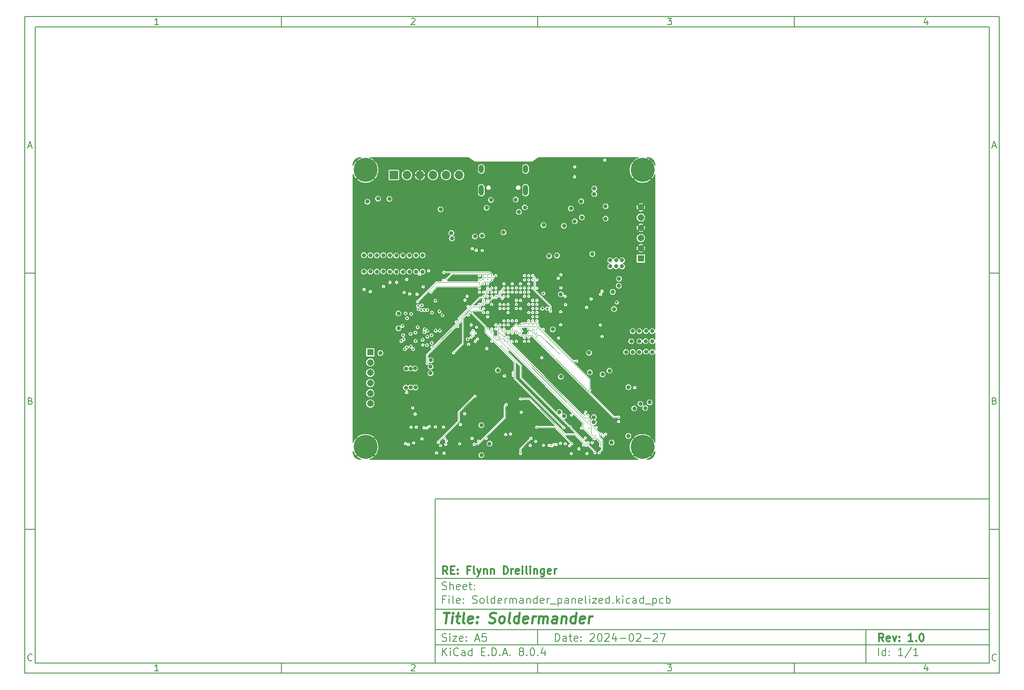
<source format=gbr>
%TF.GenerationSoftware,KiCad,Pcbnew,8.0.4*%
%TF.CreationDate,2024-07-26T20:24:48-07:00*%
%TF.ProjectId,Soldermander_panelized,536f6c64-6572-46d6-916e-6465725f7061,1.0*%
%TF.SameCoordinates,Original*%
%TF.FileFunction,Copper,L5,Inr*%
%TF.FilePolarity,Positive*%
%FSLAX46Y46*%
G04 Gerber Fmt 4.6, Leading zero omitted, Abs format (unit mm)*
G04 Created by KiCad (PCBNEW 8.0.4) date 2024-07-26 20:24:48*
%MOMM*%
%LPD*%
G01*
G04 APERTURE LIST*
%ADD10C,0.100000*%
%ADD11C,0.150000*%
%ADD12C,0.300000*%
%ADD13C,0.400000*%
%TA.AperFunction,ComponentPad*%
%ADD14C,4.700000*%
%TD*%
%TA.AperFunction,ComponentPad*%
%ADD15R,1.308000X1.308000*%
%TD*%
%TA.AperFunction,ComponentPad*%
%ADD16C,1.308000*%
%TD*%
%TA.AperFunction,ComponentPad*%
%ADD17O,1.000000X2.100000*%
%TD*%
%TA.AperFunction,ComponentPad*%
%ADD18O,1.000000X1.600000*%
%TD*%
%TA.AperFunction,ComponentPad*%
%ADD19R,1.700000X1.700000*%
%TD*%
%TA.AperFunction,ComponentPad*%
%ADD20O,1.700000X1.700000*%
%TD*%
%TA.AperFunction,ViaPad*%
%ADD21C,0.300000*%
%TD*%
%TA.AperFunction,ViaPad*%
%ADD22C,0.400000*%
%TD*%
%TA.AperFunction,ViaPad*%
%ADD23C,0.800000*%
%TD*%
%TA.AperFunction,ViaPad*%
%ADD24C,0.500000*%
%TD*%
%TA.AperFunction,ViaPad*%
%ADD25C,0.406400*%
%TD*%
%TA.AperFunction,Conductor*%
%ADD26C,0.090000*%
%TD*%
G04 APERTURE END LIST*
D10*
D11*
X90007200Y-104005800D02*
X198007200Y-104005800D01*
X198007200Y-136005800D01*
X90007200Y-136005800D01*
X90007200Y-104005800D01*
D10*
D11*
X10000000Y-10000000D02*
X200007200Y-10000000D01*
X200007200Y-138005800D01*
X10000000Y-138005800D01*
X10000000Y-10000000D01*
D10*
D11*
X12000000Y-12000000D02*
X198007200Y-12000000D01*
X198007200Y-136005800D01*
X12000000Y-136005800D01*
X12000000Y-12000000D01*
D10*
D11*
X60000000Y-12000000D02*
X60000000Y-10000000D01*
D10*
D11*
X110000000Y-12000000D02*
X110000000Y-10000000D01*
D10*
D11*
X160000000Y-12000000D02*
X160000000Y-10000000D01*
D10*
D11*
X36089160Y-11593604D02*
X35346303Y-11593604D01*
X35717731Y-11593604D02*
X35717731Y-10293604D01*
X35717731Y-10293604D02*
X35593922Y-10479319D01*
X35593922Y-10479319D02*
X35470112Y-10603128D01*
X35470112Y-10603128D02*
X35346303Y-10665033D01*
D10*
D11*
X85346303Y-10417414D02*
X85408207Y-10355509D01*
X85408207Y-10355509D02*
X85532017Y-10293604D01*
X85532017Y-10293604D02*
X85841541Y-10293604D01*
X85841541Y-10293604D02*
X85965350Y-10355509D01*
X85965350Y-10355509D02*
X86027255Y-10417414D01*
X86027255Y-10417414D02*
X86089160Y-10541223D01*
X86089160Y-10541223D02*
X86089160Y-10665033D01*
X86089160Y-10665033D02*
X86027255Y-10850747D01*
X86027255Y-10850747D02*
X85284398Y-11593604D01*
X85284398Y-11593604D02*
X86089160Y-11593604D01*
D10*
D11*
X135284398Y-10293604D02*
X136089160Y-10293604D01*
X136089160Y-10293604D02*
X135655826Y-10788842D01*
X135655826Y-10788842D02*
X135841541Y-10788842D01*
X135841541Y-10788842D02*
X135965350Y-10850747D01*
X135965350Y-10850747D02*
X136027255Y-10912652D01*
X136027255Y-10912652D02*
X136089160Y-11036461D01*
X136089160Y-11036461D02*
X136089160Y-11345985D01*
X136089160Y-11345985D02*
X136027255Y-11469795D01*
X136027255Y-11469795D02*
X135965350Y-11531700D01*
X135965350Y-11531700D02*
X135841541Y-11593604D01*
X135841541Y-11593604D02*
X135470112Y-11593604D01*
X135470112Y-11593604D02*
X135346303Y-11531700D01*
X135346303Y-11531700D02*
X135284398Y-11469795D01*
D10*
D11*
X185965350Y-10726938D02*
X185965350Y-11593604D01*
X185655826Y-10231700D02*
X185346303Y-11160271D01*
X185346303Y-11160271D02*
X186151064Y-11160271D01*
D10*
D11*
X60000000Y-136005800D02*
X60000000Y-138005800D01*
D10*
D11*
X110000000Y-136005800D02*
X110000000Y-138005800D01*
D10*
D11*
X160000000Y-136005800D02*
X160000000Y-138005800D01*
D10*
D11*
X36089160Y-137599404D02*
X35346303Y-137599404D01*
X35717731Y-137599404D02*
X35717731Y-136299404D01*
X35717731Y-136299404D02*
X35593922Y-136485119D01*
X35593922Y-136485119D02*
X35470112Y-136608928D01*
X35470112Y-136608928D02*
X35346303Y-136670833D01*
D10*
D11*
X85346303Y-136423214D02*
X85408207Y-136361309D01*
X85408207Y-136361309D02*
X85532017Y-136299404D01*
X85532017Y-136299404D02*
X85841541Y-136299404D01*
X85841541Y-136299404D02*
X85965350Y-136361309D01*
X85965350Y-136361309D02*
X86027255Y-136423214D01*
X86027255Y-136423214D02*
X86089160Y-136547023D01*
X86089160Y-136547023D02*
X86089160Y-136670833D01*
X86089160Y-136670833D02*
X86027255Y-136856547D01*
X86027255Y-136856547D02*
X85284398Y-137599404D01*
X85284398Y-137599404D02*
X86089160Y-137599404D01*
D10*
D11*
X135284398Y-136299404D02*
X136089160Y-136299404D01*
X136089160Y-136299404D02*
X135655826Y-136794642D01*
X135655826Y-136794642D02*
X135841541Y-136794642D01*
X135841541Y-136794642D02*
X135965350Y-136856547D01*
X135965350Y-136856547D02*
X136027255Y-136918452D01*
X136027255Y-136918452D02*
X136089160Y-137042261D01*
X136089160Y-137042261D02*
X136089160Y-137351785D01*
X136089160Y-137351785D02*
X136027255Y-137475595D01*
X136027255Y-137475595D02*
X135965350Y-137537500D01*
X135965350Y-137537500D02*
X135841541Y-137599404D01*
X135841541Y-137599404D02*
X135470112Y-137599404D01*
X135470112Y-137599404D02*
X135346303Y-137537500D01*
X135346303Y-137537500D02*
X135284398Y-137475595D01*
D10*
D11*
X185965350Y-136732738D02*
X185965350Y-137599404D01*
X185655826Y-136237500D02*
X185346303Y-137166071D01*
X185346303Y-137166071D02*
X186151064Y-137166071D01*
D10*
D11*
X10000000Y-60000000D02*
X12000000Y-60000000D01*
D10*
D11*
X10000000Y-110000000D02*
X12000000Y-110000000D01*
D10*
D11*
X10690476Y-35222176D02*
X11309523Y-35222176D01*
X10566666Y-35593604D02*
X10999999Y-34293604D01*
X10999999Y-34293604D02*
X11433333Y-35593604D01*
D10*
D11*
X11092857Y-84912652D02*
X11278571Y-84974557D01*
X11278571Y-84974557D02*
X11340476Y-85036461D01*
X11340476Y-85036461D02*
X11402380Y-85160271D01*
X11402380Y-85160271D02*
X11402380Y-85345985D01*
X11402380Y-85345985D02*
X11340476Y-85469795D01*
X11340476Y-85469795D02*
X11278571Y-85531700D01*
X11278571Y-85531700D02*
X11154761Y-85593604D01*
X11154761Y-85593604D02*
X10659523Y-85593604D01*
X10659523Y-85593604D02*
X10659523Y-84293604D01*
X10659523Y-84293604D02*
X11092857Y-84293604D01*
X11092857Y-84293604D02*
X11216666Y-84355509D01*
X11216666Y-84355509D02*
X11278571Y-84417414D01*
X11278571Y-84417414D02*
X11340476Y-84541223D01*
X11340476Y-84541223D02*
X11340476Y-84665033D01*
X11340476Y-84665033D02*
X11278571Y-84788842D01*
X11278571Y-84788842D02*
X11216666Y-84850747D01*
X11216666Y-84850747D02*
X11092857Y-84912652D01*
X11092857Y-84912652D02*
X10659523Y-84912652D01*
D10*
D11*
X11402380Y-135469795D02*
X11340476Y-135531700D01*
X11340476Y-135531700D02*
X11154761Y-135593604D01*
X11154761Y-135593604D02*
X11030952Y-135593604D01*
X11030952Y-135593604D02*
X10845238Y-135531700D01*
X10845238Y-135531700D02*
X10721428Y-135407890D01*
X10721428Y-135407890D02*
X10659523Y-135284080D01*
X10659523Y-135284080D02*
X10597619Y-135036461D01*
X10597619Y-135036461D02*
X10597619Y-134850747D01*
X10597619Y-134850747D02*
X10659523Y-134603128D01*
X10659523Y-134603128D02*
X10721428Y-134479319D01*
X10721428Y-134479319D02*
X10845238Y-134355509D01*
X10845238Y-134355509D02*
X11030952Y-134293604D01*
X11030952Y-134293604D02*
X11154761Y-134293604D01*
X11154761Y-134293604D02*
X11340476Y-134355509D01*
X11340476Y-134355509D02*
X11402380Y-134417414D01*
D10*
D11*
X200007200Y-60000000D02*
X198007200Y-60000000D01*
D10*
D11*
X200007200Y-110000000D02*
X198007200Y-110000000D01*
D10*
D11*
X198697676Y-35222176D02*
X199316723Y-35222176D01*
X198573866Y-35593604D02*
X199007199Y-34293604D01*
X199007199Y-34293604D02*
X199440533Y-35593604D01*
D10*
D11*
X199100057Y-84912652D02*
X199285771Y-84974557D01*
X199285771Y-84974557D02*
X199347676Y-85036461D01*
X199347676Y-85036461D02*
X199409580Y-85160271D01*
X199409580Y-85160271D02*
X199409580Y-85345985D01*
X199409580Y-85345985D02*
X199347676Y-85469795D01*
X199347676Y-85469795D02*
X199285771Y-85531700D01*
X199285771Y-85531700D02*
X199161961Y-85593604D01*
X199161961Y-85593604D02*
X198666723Y-85593604D01*
X198666723Y-85593604D02*
X198666723Y-84293604D01*
X198666723Y-84293604D02*
X199100057Y-84293604D01*
X199100057Y-84293604D02*
X199223866Y-84355509D01*
X199223866Y-84355509D02*
X199285771Y-84417414D01*
X199285771Y-84417414D02*
X199347676Y-84541223D01*
X199347676Y-84541223D02*
X199347676Y-84665033D01*
X199347676Y-84665033D02*
X199285771Y-84788842D01*
X199285771Y-84788842D02*
X199223866Y-84850747D01*
X199223866Y-84850747D02*
X199100057Y-84912652D01*
X199100057Y-84912652D02*
X198666723Y-84912652D01*
D10*
D11*
X199409580Y-135469795D02*
X199347676Y-135531700D01*
X199347676Y-135531700D02*
X199161961Y-135593604D01*
X199161961Y-135593604D02*
X199038152Y-135593604D01*
X199038152Y-135593604D02*
X198852438Y-135531700D01*
X198852438Y-135531700D02*
X198728628Y-135407890D01*
X198728628Y-135407890D02*
X198666723Y-135284080D01*
X198666723Y-135284080D02*
X198604819Y-135036461D01*
X198604819Y-135036461D02*
X198604819Y-134850747D01*
X198604819Y-134850747D02*
X198666723Y-134603128D01*
X198666723Y-134603128D02*
X198728628Y-134479319D01*
X198728628Y-134479319D02*
X198852438Y-134355509D01*
X198852438Y-134355509D02*
X199038152Y-134293604D01*
X199038152Y-134293604D02*
X199161961Y-134293604D01*
X199161961Y-134293604D02*
X199347676Y-134355509D01*
X199347676Y-134355509D02*
X199409580Y-134417414D01*
D10*
D11*
X113463026Y-131791928D02*
X113463026Y-130291928D01*
X113463026Y-130291928D02*
X113820169Y-130291928D01*
X113820169Y-130291928D02*
X114034455Y-130363357D01*
X114034455Y-130363357D02*
X114177312Y-130506214D01*
X114177312Y-130506214D02*
X114248741Y-130649071D01*
X114248741Y-130649071D02*
X114320169Y-130934785D01*
X114320169Y-130934785D02*
X114320169Y-131149071D01*
X114320169Y-131149071D02*
X114248741Y-131434785D01*
X114248741Y-131434785D02*
X114177312Y-131577642D01*
X114177312Y-131577642D02*
X114034455Y-131720500D01*
X114034455Y-131720500D02*
X113820169Y-131791928D01*
X113820169Y-131791928D02*
X113463026Y-131791928D01*
X115605884Y-131791928D02*
X115605884Y-131006214D01*
X115605884Y-131006214D02*
X115534455Y-130863357D01*
X115534455Y-130863357D02*
X115391598Y-130791928D01*
X115391598Y-130791928D02*
X115105884Y-130791928D01*
X115105884Y-130791928D02*
X114963026Y-130863357D01*
X115605884Y-131720500D02*
X115463026Y-131791928D01*
X115463026Y-131791928D02*
X115105884Y-131791928D01*
X115105884Y-131791928D02*
X114963026Y-131720500D01*
X114963026Y-131720500D02*
X114891598Y-131577642D01*
X114891598Y-131577642D02*
X114891598Y-131434785D01*
X114891598Y-131434785D02*
X114963026Y-131291928D01*
X114963026Y-131291928D02*
X115105884Y-131220500D01*
X115105884Y-131220500D02*
X115463026Y-131220500D01*
X115463026Y-131220500D02*
X115605884Y-131149071D01*
X116105884Y-130791928D02*
X116677312Y-130791928D01*
X116320169Y-130291928D02*
X116320169Y-131577642D01*
X116320169Y-131577642D02*
X116391598Y-131720500D01*
X116391598Y-131720500D02*
X116534455Y-131791928D01*
X116534455Y-131791928D02*
X116677312Y-131791928D01*
X117748741Y-131720500D02*
X117605884Y-131791928D01*
X117605884Y-131791928D02*
X117320170Y-131791928D01*
X117320170Y-131791928D02*
X117177312Y-131720500D01*
X117177312Y-131720500D02*
X117105884Y-131577642D01*
X117105884Y-131577642D02*
X117105884Y-131006214D01*
X117105884Y-131006214D02*
X117177312Y-130863357D01*
X117177312Y-130863357D02*
X117320170Y-130791928D01*
X117320170Y-130791928D02*
X117605884Y-130791928D01*
X117605884Y-130791928D02*
X117748741Y-130863357D01*
X117748741Y-130863357D02*
X117820170Y-131006214D01*
X117820170Y-131006214D02*
X117820170Y-131149071D01*
X117820170Y-131149071D02*
X117105884Y-131291928D01*
X118463026Y-131649071D02*
X118534455Y-131720500D01*
X118534455Y-131720500D02*
X118463026Y-131791928D01*
X118463026Y-131791928D02*
X118391598Y-131720500D01*
X118391598Y-131720500D02*
X118463026Y-131649071D01*
X118463026Y-131649071D02*
X118463026Y-131791928D01*
X118463026Y-130863357D02*
X118534455Y-130934785D01*
X118534455Y-130934785D02*
X118463026Y-131006214D01*
X118463026Y-131006214D02*
X118391598Y-130934785D01*
X118391598Y-130934785D02*
X118463026Y-130863357D01*
X118463026Y-130863357D02*
X118463026Y-131006214D01*
X120248741Y-130434785D02*
X120320169Y-130363357D01*
X120320169Y-130363357D02*
X120463027Y-130291928D01*
X120463027Y-130291928D02*
X120820169Y-130291928D01*
X120820169Y-130291928D02*
X120963027Y-130363357D01*
X120963027Y-130363357D02*
X121034455Y-130434785D01*
X121034455Y-130434785D02*
X121105884Y-130577642D01*
X121105884Y-130577642D02*
X121105884Y-130720500D01*
X121105884Y-130720500D02*
X121034455Y-130934785D01*
X121034455Y-130934785D02*
X120177312Y-131791928D01*
X120177312Y-131791928D02*
X121105884Y-131791928D01*
X122034455Y-130291928D02*
X122177312Y-130291928D01*
X122177312Y-130291928D02*
X122320169Y-130363357D01*
X122320169Y-130363357D02*
X122391598Y-130434785D01*
X122391598Y-130434785D02*
X122463026Y-130577642D01*
X122463026Y-130577642D02*
X122534455Y-130863357D01*
X122534455Y-130863357D02*
X122534455Y-131220500D01*
X122534455Y-131220500D02*
X122463026Y-131506214D01*
X122463026Y-131506214D02*
X122391598Y-131649071D01*
X122391598Y-131649071D02*
X122320169Y-131720500D01*
X122320169Y-131720500D02*
X122177312Y-131791928D01*
X122177312Y-131791928D02*
X122034455Y-131791928D01*
X122034455Y-131791928D02*
X121891598Y-131720500D01*
X121891598Y-131720500D02*
X121820169Y-131649071D01*
X121820169Y-131649071D02*
X121748740Y-131506214D01*
X121748740Y-131506214D02*
X121677312Y-131220500D01*
X121677312Y-131220500D02*
X121677312Y-130863357D01*
X121677312Y-130863357D02*
X121748740Y-130577642D01*
X121748740Y-130577642D02*
X121820169Y-130434785D01*
X121820169Y-130434785D02*
X121891598Y-130363357D01*
X121891598Y-130363357D02*
X122034455Y-130291928D01*
X123105883Y-130434785D02*
X123177311Y-130363357D01*
X123177311Y-130363357D02*
X123320169Y-130291928D01*
X123320169Y-130291928D02*
X123677311Y-130291928D01*
X123677311Y-130291928D02*
X123820169Y-130363357D01*
X123820169Y-130363357D02*
X123891597Y-130434785D01*
X123891597Y-130434785D02*
X123963026Y-130577642D01*
X123963026Y-130577642D02*
X123963026Y-130720500D01*
X123963026Y-130720500D02*
X123891597Y-130934785D01*
X123891597Y-130934785D02*
X123034454Y-131791928D01*
X123034454Y-131791928D02*
X123963026Y-131791928D01*
X125248740Y-130791928D02*
X125248740Y-131791928D01*
X124891597Y-130220500D02*
X124534454Y-131291928D01*
X124534454Y-131291928D02*
X125463025Y-131291928D01*
X126034453Y-131220500D02*
X127177311Y-131220500D01*
X128177311Y-130291928D02*
X128320168Y-130291928D01*
X128320168Y-130291928D02*
X128463025Y-130363357D01*
X128463025Y-130363357D02*
X128534454Y-130434785D01*
X128534454Y-130434785D02*
X128605882Y-130577642D01*
X128605882Y-130577642D02*
X128677311Y-130863357D01*
X128677311Y-130863357D02*
X128677311Y-131220500D01*
X128677311Y-131220500D02*
X128605882Y-131506214D01*
X128605882Y-131506214D02*
X128534454Y-131649071D01*
X128534454Y-131649071D02*
X128463025Y-131720500D01*
X128463025Y-131720500D02*
X128320168Y-131791928D01*
X128320168Y-131791928D02*
X128177311Y-131791928D01*
X128177311Y-131791928D02*
X128034454Y-131720500D01*
X128034454Y-131720500D02*
X127963025Y-131649071D01*
X127963025Y-131649071D02*
X127891596Y-131506214D01*
X127891596Y-131506214D02*
X127820168Y-131220500D01*
X127820168Y-131220500D02*
X127820168Y-130863357D01*
X127820168Y-130863357D02*
X127891596Y-130577642D01*
X127891596Y-130577642D02*
X127963025Y-130434785D01*
X127963025Y-130434785D02*
X128034454Y-130363357D01*
X128034454Y-130363357D02*
X128177311Y-130291928D01*
X129248739Y-130434785D02*
X129320167Y-130363357D01*
X129320167Y-130363357D02*
X129463025Y-130291928D01*
X129463025Y-130291928D02*
X129820167Y-130291928D01*
X129820167Y-130291928D02*
X129963025Y-130363357D01*
X129963025Y-130363357D02*
X130034453Y-130434785D01*
X130034453Y-130434785D02*
X130105882Y-130577642D01*
X130105882Y-130577642D02*
X130105882Y-130720500D01*
X130105882Y-130720500D02*
X130034453Y-130934785D01*
X130034453Y-130934785D02*
X129177310Y-131791928D01*
X129177310Y-131791928D02*
X130105882Y-131791928D01*
X130748738Y-131220500D02*
X131891596Y-131220500D01*
X132534453Y-130434785D02*
X132605881Y-130363357D01*
X132605881Y-130363357D02*
X132748739Y-130291928D01*
X132748739Y-130291928D02*
X133105881Y-130291928D01*
X133105881Y-130291928D02*
X133248739Y-130363357D01*
X133248739Y-130363357D02*
X133320167Y-130434785D01*
X133320167Y-130434785D02*
X133391596Y-130577642D01*
X133391596Y-130577642D02*
X133391596Y-130720500D01*
X133391596Y-130720500D02*
X133320167Y-130934785D01*
X133320167Y-130934785D02*
X132463024Y-131791928D01*
X132463024Y-131791928D02*
X133391596Y-131791928D01*
X133891595Y-130291928D02*
X134891595Y-130291928D01*
X134891595Y-130291928D02*
X134248738Y-131791928D01*
D10*
D11*
X90007200Y-132505800D02*
X198007200Y-132505800D01*
D10*
D11*
X91463026Y-134591928D02*
X91463026Y-133091928D01*
X92320169Y-134591928D02*
X91677312Y-133734785D01*
X92320169Y-133091928D02*
X91463026Y-133949071D01*
X92963026Y-134591928D02*
X92963026Y-133591928D01*
X92963026Y-133091928D02*
X92891598Y-133163357D01*
X92891598Y-133163357D02*
X92963026Y-133234785D01*
X92963026Y-133234785D02*
X93034455Y-133163357D01*
X93034455Y-133163357D02*
X92963026Y-133091928D01*
X92963026Y-133091928D02*
X92963026Y-133234785D01*
X94534455Y-134449071D02*
X94463027Y-134520500D01*
X94463027Y-134520500D02*
X94248741Y-134591928D01*
X94248741Y-134591928D02*
X94105884Y-134591928D01*
X94105884Y-134591928D02*
X93891598Y-134520500D01*
X93891598Y-134520500D02*
X93748741Y-134377642D01*
X93748741Y-134377642D02*
X93677312Y-134234785D01*
X93677312Y-134234785D02*
X93605884Y-133949071D01*
X93605884Y-133949071D02*
X93605884Y-133734785D01*
X93605884Y-133734785D02*
X93677312Y-133449071D01*
X93677312Y-133449071D02*
X93748741Y-133306214D01*
X93748741Y-133306214D02*
X93891598Y-133163357D01*
X93891598Y-133163357D02*
X94105884Y-133091928D01*
X94105884Y-133091928D02*
X94248741Y-133091928D01*
X94248741Y-133091928D02*
X94463027Y-133163357D01*
X94463027Y-133163357D02*
X94534455Y-133234785D01*
X95820170Y-134591928D02*
X95820170Y-133806214D01*
X95820170Y-133806214D02*
X95748741Y-133663357D01*
X95748741Y-133663357D02*
X95605884Y-133591928D01*
X95605884Y-133591928D02*
X95320170Y-133591928D01*
X95320170Y-133591928D02*
X95177312Y-133663357D01*
X95820170Y-134520500D02*
X95677312Y-134591928D01*
X95677312Y-134591928D02*
X95320170Y-134591928D01*
X95320170Y-134591928D02*
X95177312Y-134520500D01*
X95177312Y-134520500D02*
X95105884Y-134377642D01*
X95105884Y-134377642D02*
X95105884Y-134234785D01*
X95105884Y-134234785D02*
X95177312Y-134091928D01*
X95177312Y-134091928D02*
X95320170Y-134020500D01*
X95320170Y-134020500D02*
X95677312Y-134020500D01*
X95677312Y-134020500D02*
X95820170Y-133949071D01*
X97177313Y-134591928D02*
X97177313Y-133091928D01*
X97177313Y-134520500D02*
X97034455Y-134591928D01*
X97034455Y-134591928D02*
X96748741Y-134591928D01*
X96748741Y-134591928D02*
X96605884Y-134520500D01*
X96605884Y-134520500D02*
X96534455Y-134449071D01*
X96534455Y-134449071D02*
X96463027Y-134306214D01*
X96463027Y-134306214D02*
X96463027Y-133877642D01*
X96463027Y-133877642D02*
X96534455Y-133734785D01*
X96534455Y-133734785D02*
X96605884Y-133663357D01*
X96605884Y-133663357D02*
X96748741Y-133591928D01*
X96748741Y-133591928D02*
X97034455Y-133591928D01*
X97034455Y-133591928D02*
X97177313Y-133663357D01*
X99034455Y-133806214D02*
X99534455Y-133806214D01*
X99748741Y-134591928D02*
X99034455Y-134591928D01*
X99034455Y-134591928D02*
X99034455Y-133091928D01*
X99034455Y-133091928D02*
X99748741Y-133091928D01*
X100391598Y-134449071D02*
X100463027Y-134520500D01*
X100463027Y-134520500D02*
X100391598Y-134591928D01*
X100391598Y-134591928D02*
X100320170Y-134520500D01*
X100320170Y-134520500D02*
X100391598Y-134449071D01*
X100391598Y-134449071D02*
X100391598Y-134591928D01*
X101105884Y-134591928D02*
X101105884Y-133091928D01*
X101105884Y-133091928D02*
X101463027Y-133091928D01*
X101463027Y-133091928D02*
X101677313Y-133163357D01*
X101677313Y-133163357D02*
X101820170Y-133306214D01*
X101820170Y-133306214D02*
X101891599Y-133449071D01*
X101891599Y-133449071D02*
X101963027Y-133734785D01*
X101963027Y-133734785D02*
X101963027Y-133949071D01*
X101963027Y-133949071D02*
X101891599Y-134234785D01*
X101891599Y-134234785D02*
X101820170Y-134377642D01*
X101820170Y-134377642D02*
X101677313Y-134520500D01*
X101677313Y-134520500D02*
X101463027Y-134591928D01*
X101463027Y-134591928D02*
X101105884Y-134591928D01*
X102605884Y-134449071D02*
X102677313Y-134520500D01*
X102677313Y-134520500D02*
X102605884Y-134591928D01*
X102605884Y-134591928D02*
X102534456Y-134520500D01*
X102534456Y-134520500D02*
X102605884Y-134449071D01*
X102605884Y-134449071D02*
X102605884Y-134591928D01*
X103248742Y-134163357D02*
X103963028Y-134163357D01*
X103105885Y-134591928D02*
X103605885Y-133091928D01*
X103605885Y-133091928D02*
X104105885Y-134591928D01*
X104605884Y-134449071D02*
X104677313Y-134520500D01*
X104677313Y-134520500D02*
X104605884Y-134591928D01*
X104605884Y-134591928D02*
X104534456Y-134520500D01*
X104534456Y-134520500D02*
X104605884Y-134449071D01*
X104605884Y-134449071D02*
X104605884Y-134591928D01*
X106677313Y-133734785D02*
X106534456Y-133663357D01*
X106534456Y-133663357D02*
X106463027Y-133591928D01*
X106463027Y-133591928D02*
X106391599Y-133449071D01*
X106391599Y-133449071D02*
X106391599Y-133377642D01*
X106391599Y-133377642D02*
X106463027Y-133234785D01*
X106463027Y-133234785D02*
X106534456Y-133163357D01*
X106534456Y-133163357D02*
X106677313Y-133091928D01*
X106677313Y-133091928D02*
X106963027Y-133091928D01*
X106963027Y-133091928D02*
X107105885Y-133163357D01*
X107105885Y-133163357D02*
X107177313Y-133234785D01*
X107177313Y-133234785D02*
X107248742Y-133377642D01*
X107248742Y-133377642D02*
X107248742Y-133449071D01*
X107248742Y-133449071D02*
X107177313Y-133591928D01*
X107177313Y-133591928D02*
X107105885Y-133663357D01*
X107105885Y-133663357D02*
X106963027Y-133734785D01*
X106963027Y-133734785D02*
X106677313Y-133734785D01*
X106677313Y-133734785D02*
X106534456Y-133806214D01*
X106534456Y-133806214D02*
X106463027Y-133877642D01*
X106463027Y-133877642D02*
X106391599Y-134020500D01*
X106391599Y-134020500D02*
X106391599Y-134306214D01*
X106391599Y-134306214D02*
X106463027Y-134449071D01*
X106463027Y-134449071D02*
X106534456Y-134520500D01*
X106534456Y-134520500D02*
X106677313Y-134591928D01*
X106677313Y-134591928D02*
X106963027Y-134591928D01*
X106963027Y-134591928D02*
X107105885Y-134520500D01*
X107105885Y-134520500D02*
X107177313Y-134449071D01*
X107177313Y-134449071D02*
X107248742Y-134306214D01*
X107248742Y-134306214D02*
X107248742Y-134020500D01*
X107248742Y-134020500D02*
X107177313Y-133877642D01*
X107177313Y-133877642D02*
X107105885Y-133806214D01*
X107105885Y-133806214D02*
X106963027Y-133734785D01*
X107891598Y-134449071D02*
X107963027Y-134520500D01*
X107963027Y-134520500D02*
X107891598Y-134591928D01*
X107891598Y-134591928D02*
X107820170Y-134520500D01*
X107820170Y-134520500D02*
X107891598Y-134449071D01*
X107891598Y-134449071D02*
X107891598Y-134591928D01*
X108891599Y-133091928D02*
X109034456Y-133091928D01*
X109034456Y-133091928D02*
X109177313Y-133163357D01*
X109177313Y-133163357D02*
X109248742Y-133234785D01*
X109248742Y-133234785D02*
X109320170Y-133377642D01*
X109320170Y-133377642D02*
X109391599Y-133663357D01*
X109391599Y-133663357D02*
X109391599Y-134020500D01*
X109391599Y-134020500D02*
X109320170Y-134306214D01*
X109320170Y-134306214D02*
X109248742Y-134449071D01*
X109248742Y-134449071D02*
X109177313Y-134520500D01*
X109177313Y-134520500D02*
X109034456Y-134591928D01*
X109034456Y-134591928D02*
X108891599Y-134591928D01*
X108891599Y-134591928D02*
X108748742Y-134520500D01*
X108748742Y-134520500D02*
X108677313Y-134449071D01*
X108677313Y-134449071D02*
X108605884Y-134306214D01*
X108605884Y-134306214D02*
X108534456Y-134020500D01*
X108534456Y-134020500D02*
X108534456Y-133663357D01*
X108534456Y-133663357D02*
X108605884Y-133377642D01*
X108605884Y-133377642D02*
X108677313Y-133234785D01*
X108677313Y-133234785D02*
X108748742Y-133163357D01*
X108748742Y-133163357D02*
X108891599Y-133091928D01*
X110034455Y-134449071D02*
X110105884Y-134520500D01*
X110105884Y-134520500D02*
X110034455Y-134591928D01*
X110034455Y-134591928D02*
X109963027Y-134520500D01*
X109963027Y-134520500D02*
X110034455Y-134449071D01*
X110034455Y-134449071D02*
X110034455Y-134591928D01*
X111391599Y-133591928D02*
X111391599Y-134591928D01*
X111034456Y-133020500D02*
X110677313Y-134091928D01*
X110677313Y-134091928D02*
X111605884Y-134091928D01*
D10*
D11*
X90007200Y-129505800D02*
X198007200Y-129505800D01*
D10*
D12*
X177418853Y-131784128D02*
X176918853Y-131069842D01*
X176561710Y-131784128D02*
X176561710Y-130284128D01*
X176561710Y-130284128D02*
X177133139Y-130284128D01*
X177133139Y-130284128D02*
X177275996Y-130355557D01*
X177275996Y-130355557D02*
X177347425Y-130426985D01*
X177347425Y-130426985D02*
X177418853Y-130569842D01*
X177418853Y-130569842D02*
X177418853Y-130784128D01*
X177418853Y-130784128D02*
X177347425Y-130926985D01*
X177347425Y-130926985D02*
X177275996Y-130998414D01*
X177275996Y-130998414D02*
X177133139Y-131069842D01*
X177133139Y-131069842D02*
X176561710Y-131069842D01*
X178633139Y-131712700D02*
X178490282Y-131784128D01*
X178490282Y-131784128D02*
X178204568Y-131784128D01*
X178204568Y-131784128D02*
X178061710Y-131712700D01*
X178061710Y-131712700D02*
X177990282Y-131569842D01*
X177990282Y-131569842D02*
X177990282Y-130998414D01*
X177990282Y-130998414D02*
X178061710Y-130855557D01*
X178061710Y-130855557D02*
X178204568Y-130784128D01*
X178204568Y-130784128D02*
X178490282Y-130784128D01*
X178490282Y-130784128D02*
X178633139Y-130855557D01*
X178633139Y-130855557D02*
X178704568Y-130998414D01*
X178704568Y-130998414D02*
X178704568Y-131141271D01*
X178704568Y-131141271D02*
X177990282Y-131284128D01*
X179204567Y-130784128D02*
X179561710Y-131784128D01*
X179561710Y-131784128D02*
X179918853Y-130784128D01*
X180490281Y-131641271D02*
X180561710Y-131712700D01*
X180561710Y-131712700D02*
X180490281Y-131784128D01*
X180490281Y-131784128D02*
X180418853Y-131712700D01*
X180418853Y-131712700D02*
X180490281Y-131641271D01*
X180490281Y-131641271D02*
X180490281Y-131784128D01*
X180490281Y-130855557D02*
X180561710Y-130926985D01*
X180561710Y-130926985D02*
X180490281Y-130998414D01*
X180490281Y-130998414D02*
X180418853Y-130926985D01*
X180418853Y-130926985D02*
X180490281Y-130855557D01*
X180490281Y-130855557D02*
X180490281Y-130998414D01*
X183133139Y-131784128D02*
X182275996Y-131784128D01*
X182704567Y-131784128D02*
X182704567Y-130284128D01*
X182704567Y-130284128D02*
X182561710Y-130498414D01*
X182561710Y-130498414D02*
X182418853Y-130641271D01*
X182418853Y-130641271D02*
X182275996Y-130712700D01*
X183775995Y-131641271D02*
X183847424Y-131712700D01*
X183847424Y-131712700D02*
X183775995Y-131784128D01*
X183775995Y-131784128D02*
X183704567Y-131712700D01*
X183704567Y-131712700D02*
X183775995Y-131641271D01*
X183775995Y-131641271D02*
X183775995Y-131784128D01*
X184775996Y-130284128D02*
X184918853Y-130284128D01*
X184918853Y-130284128D02*
X185061710Y-130355557D01*
X185061710Y-130355557D02*
X185133139Y-130426985D01*
X185133139Y-130426985D02*
X185204567Y-130569842D01*
X185204567Y-130569842D02*
X185275996Y-130855557D01*
X185275996Y-130855557D02*
X185275996Y-131212700D01*
X185275996Y-131212700D02*
X185204567Y-131498414D01*
X185204567Y-131498414D02*
X185133139Y-131641271D01*
X185133139Y-131641271D02*
X185061710Y-131712700D01*
X185061710Y-131712700D02*
X184918853Y-131784128D01*
X184918853Y-131784128D02*
X184775996Y-131784128D01*
X184775996Y-131784128D02*
X184633139Y-131712700D01*
X184633139Y-131712700D02*
X184561710Y-131641271D01*
X184561710Y-131641271D02*
X184490281Y-131498414D01*
X184490281Y-131498414D02*
X184418853Y-131212700D01*
X184418853Y-131212700D02*
X184418853Y-130855557D01*
X184418853Y-130855557D02*
X184490281Y-130569842D01*
X184490281Y-130569842D02*
X184561710Y-130426985D01*
X184561710Y-130426985D02*
X184633139Y-130355557D01*
X184633139Y-130355557D02*
X184775996Y-130284128D01*
D10*
D11*
X91391598Y-131720500D02*
X91605884Y-131791928D01*
X91605884Y-131791928D02*
X91963026Y-131791928D01*
X91963026Y-131791928D02*
X92105884Y-131720500D01*
X92105884Y-131720500D02*
X92177312Y-131649071D01*
X92177312Y-131649071D02*
X92248741Y-131506214D01*
X92248741Y-131506214D02*
X92248741Y-131363357D01*
X92248741Y-131363357D02*
X92177312Y-131220500D01*
X92177312Y-131220500D02*
X92105884Y-131149071D01*
X92105884Y-131149071D02*
X91963026Y-131077642D01*
X91963026Y-131077642D02*
X91677312Y-131006214D01*
X91677312Y-131006214D02*
X91534455Y-130934785D01*
X91534455Y-130934785D02*
X91463026Y-130863357D01*
X91463026Y-130863357D02*
X91391598Y-130720500D01*
X91391598Y-130720500D02*
X91391598Y-130577642D01*
X91391598Y-130577642D02*
X91463026Y-130434785D01*
X91463026Y-130434785D02*
X91534455Y-130363357D01*
X91534455Y-130363357D02*
X91677312Y-130291928D01*
X91677312Y-130291928D02*
X92034455Y-130291928D01*
X92034455Y-130291928D02*
X92248741Y-130363357D01*
X92891597Y-131791928D02*
X92891597Y-130791928D01*
X92891597Y-130291928D02*
X92820169Y-130363357D01*
X92820169Y-130363357D02*
X92891597Y-130434785D01*
X92891597Y-130434785D02*
X92963026Y-130363357D01*
X92963026Y-130363357D02*
X92891597Y-130291928D01*
X92891597Y-130291928D02*
X92891597Y-130434785D01*
X93463026Y-130791928D02*
X94248741Y-130791928D01*
X94248741Y-130791928D02*
X93463026Y-131791928D01*
X93463026Y-131791928D02*
X94248741Y-131791928D01*
X95391598Y-131720500D02*
X95248741Y-131791928D01*
X95248741Y-131791928D02*
X94963027Y-131791928D01*
X94963027Y-131791928D02*
X94820169Y-131720500D01*
X94820169Y-131720500D02*
X94748741Y-131577642D01*
X94748741Y-131577642D02*
X94748741Y-131006214D01*
X94748741Y-131006214D02*
X94820169Y-130863357D01*
X94820169Y-130863357D02*
X94963027Y-130791928D01*
X94963027Y-130791928D02*
X95248741Y-130791928D01*
X95248741Y-130791928D02*
X95391598Y-130863357D01*
X95391598Y-130863357D02*
X95463027Y-131006214D01*
X95463027Y-131006214D02*
X95463027Y-131149071D01*
X95463027Y-131149071D02*
X94748741Y-131291928D01*
X96105883Y-131649071D02*
X96177312Y-131720500D01*
X96177312Y-131720500D02*
X96105883Y-131791928D01*
X96105883Y-131791928D02*
X96034455Y-131720500D01*
X96034455Y-131720500D02*
X96105883Y-131649071D01*
X96105883Y-131649071D02*
X96105883Y-131791928D01*
X96105883Y-130863357D02*
X96177312Y-130934785D01*
X96177312Y-130934785D02*
X96105883Y-131006214D01*
X96105883Y-131006214D02*
X96034455Y-130934785D01*
X96034455Y-130934785D02*
X96105883Y-130863357D01*
X96105883Y-130863357D02*
X96105883Y-131006214D01*
X97891598Y-131363357D02*
X98605884Y-131363357D01*
X97748741Y-131791928D02*
X98248741Y-130291928D01*
X98248741Y-130291928D02*
X98748741Y-131791928D01*
X99963026Y-130291928D02*
X99248740Y-130291928D01*
X99248740Y-130291928D02*
X99177312Y-131006214D01*
X99177312Y-131006214D02*
X99248740Y-130934785D01*
X99248740Y-130934785D02*
X99391598Y-130863357D01*
X99391598Y-130863357D02*
X99748740Y-130863357D01*
X99748740Y-130863357D02*
X99891598Y-130934785D01*
X99891598Y-130934785D02*
X99963026Y-131006214D01*
X99963026Y-131006214D02*
X100034455Y-131149071D01*
X100034455Y-131149071D02*
X100034455Y-131506214D01*
X100034455Y-131506214D02*
X99963026Y-131649071D01*
X99963026Y-131649071D02*
X99891598Y-131720500D01*
X99891598Y-131720500D02*
X99748740Y-131791928D01*
X99748740Y-131791928D02*
X99391598Y-131791928D01*
X99391598Y-131791928D02*
X99248740Y-131720500D01*
X99248740Y-131720500D02*
X99177312Y-131649071D01*
D10*
D11*
X176463026Y-134591928D02*
X176463026Y-133091928D01*
X177820170Y-134591928D02*
X177820170Y-133091928D01*
X177820170Y-134520500D02*
X177677312Y-134591928D01*
X177677312Y-134591928D02*
X177391598Y-134591928D01*
X177391598Y-134591928D02*
X177248741Y-134520500D01*
X177248741Y-134520500D02*
X177177312Y-134449071D01*
X177177312Y-134449071D02*
X177105884Y-134306214D01*
X177105884Y-134306214D02*
X177105884Y-133877642D01*
X177105884Y-133877642D02*
X177177312Y-133734785D01*
X177177312Y-133734785D02*
X177248741Y-133663357D01*
X177248741Y-133663357D02*
X177391598Y-133591928D01*
X177391598Y-133591928D02*
X177677312Y-133591928D01*
X177677312Y-133591928D02*
X177820170Y-133663357D01*
X178534455Y-134449071D02*
X178605884Y-134520500D01*
X178605884Y-134520500D02*
X178534455Y-134591928D01*
X178534455Y-134591928D02*
X178463027Y-134520500D01*
X178463027Y-134520500D02*
X178534455Y-134449071D01*
X178534455Y-134449071D02*
X178534455Y-134591928D01*
X178534455Y-133663357D02*
X178605884Y-133734785D01*
X178605884Y-133734785D02*
X178534455Y-133806214D01*
X178534455Y-133806214D02*
X178463027Y-133734785D01*
X178463027Y-133734785D02*
X178534455Y-133663357D01*
X178534455Y-133663357D02*
X178534455Y-133806214D01*
X181177313Y-134591928D02*
X180320170Y-134591928D01*
X180748741Y-134591928D02*
X180748741Y-133091928D01*
X180748741Y-133091928D02*
X180605884Y-133306214D01*
X180605884Y-133306214D02*
X180463027Y-133449071D01*
X180463027Y-133449071D02*
X180320170Y-133520500D01*
X182891598Y-133020500D02*
X181605884Y-134949071D01*
X184177313Y-134591928D02*
X183320170Y-134591928D01*
X183748741Y-134591928D02*
X183748741Y-133091928D01*
X183748741Y-133091928D02*
X183605884Y-133306214D01*
X183605884Y-133306214D02*
X183463027Y-133449071D01*
X183463027Y-133449071D02*
X183320170Y-133520500D01*
D10*
D11*
X90007200Y-125505800D02*
X198007200Y-125505800D01*
D10*
D13*
X91698928Y-126210238D02*
X92841785Y-126210238D01*
X92020357Y-128210238D02*
X92270357Y-126210238D01*
X93258452Y-128210238D02*
X93425119Y-126876904D01*
X93508452Y-126210238D02*
X93401309Y-126305476D01*
X93401309Y-126305476D02*
X93484643Y-126400714D01*
X93484643Y-126400714D02*
X93591786Y-126305476D01*
X93591786Y-126305476D02*
X93508452Y-126210238D01*
X93508452Y-126210238D02*
X93484643Y-126400714D01*
X94091786Y-126876904D02*
X94853690Y-126876904D01*
X94460833Y-126210238D02*
X94246548Y-127924523D01*
X94246548Y-127924523D02*
X94317976Y-128115000D01*
X94317976Y-128115000D02*
X94496548Y-128210238D01*
X94496548Y-128210238D02*
X94687024Y-128210238D01*
X95639405Y-128210238D02*
X95460833Y-128115000D01*
X95460833Y-128115000D02*
X95389405Y-127924523D01*
X95389405Y-127924523D02*
X95603690Y-126210238D01*
X97175119Y-128115000D02*
X96972738Y-128210238D01*
X96972738Y-128210238D02*
X96591785Y-128210238D01*
X96591785Y-128210238D02*
X96413214Y-128115000D01*
X96413214Y-128115000D02*
X96341785Y-127924523D01*
X96341785Y-127924523D02*
X96437024Y-127162619D01*
X96437024Y-127162619D02*
X96556071Y-126972142D01*
X96556071Y-126972142D02*
X96758452Y-126876904D01*
X96758452Y-126876904D02*
X97139404Y-126876904D01*
X97139404Y-126876904D02*
X97317976Y-126972142D01*
X97317976Y-126972142D02*
X97389404Y-127162619D01*
X97389404Y-127162619D02*
X97365595Y-127353095D01*
X97365595Y-127353095D02*
X96389404Y-127543571D01*
X98139405Y-128019761D02*
X98222738Y-128115000D01*
X98222738Y-128115000D02*
X98115595Y-128210238D01*
X98115595Y-128210238D02*
X98032262Y-128115000D01*
X98032262Y-128115000D02*
X98139405Y-128019761D01*
X98139405Y-128019761D02*
X98115595Y-128210238D01*
X98270357Y-126972142D02*
X98353690Y-127067380D01*
X98353690Y-127067380D02*
X98246548Y-127162619D01*
X98246548Y-127162619D02*
X98163214Y-127067380D01*
X98163214Y-127067380D02*
X98270357Y-126972142D01*
X98270357Y-126972142D02*
X98246548Y-127162619D01*
X100508453Y-128115000D02*
X100782262Y-128210238D01*
X100782262Y-128210238D02*
X101258453Y-128210238D01*
X101258453Y-128210238D02*
X101460834Y-128115000D01*
X101460834Y-128115000D02*
X101567977Y-128019761D01*
X101567977Y-128019761D02*
X101687024Y-127829285D01*
X101687024Y-127829285D02*
X101710834Y-127638809D01*
X101710834Y-127638809D02*
X101639405Y-127448333D01*
X101639405Y-127448333D02*
X101556072Y-127353095D01*
X101556072Y-127353095D02*
X101377501Y-127257857D01*
X101377501Y-127257857D02*
X101008453Y-127162619D01*
X101008453Y-127162619D02*
X100829881Y-127067380D01*
X100829881Y-127067380D02*
X100746548Y-126972142D01*
X100746548Y-126972142D02*
X100675120Y-126781666D01*
X100675120Y-126781666D02*
X100698929Y-126591190D01*
X100698929Y-126591190D02*
X100817977Y-126400714D01*
X100817977Y-126400714D02*
X100925120Y-126305476D01*
X100925120Y-126305476D02*
X101127501Y-126210238D01*
X101127501Y-126210238D02*
X101603691Y-126210238D01*
X101603691Y-126210238D02*
X101877501Y-126305476D01*
X102782263Y-128210238D02*
X102603691Y-128115000D01*
X102603691Y-128115000D02*
X102520358Y-128019761D01*
X102520358Y-128019761D02*
X102448929Y-127829285D01*
X102448929Y-127829285D02*
X102520358Y-127257857D01*
X102520358Y-127257857D02*
X102639405Y-127067380D01*
X102639405Y-127067380D02*
X102746548Y-126972142D01*
X102746548Y-126972142D02*
X102948929Y-126876904D01*
X102948929Y-126876904D02*
X103234643Y-126876904D01*
X103234643Y-126876904D02*
X103413215Y-126972142D01*
X103413215Y-126972142D02*
X103496548Y-127067380D01*
X103496548Y-127067380D02*
X103567977Y-127257857D01*
X103567977Y-127257857D02*
X103496548Y-127829285D01*
X103496548Y-127829285D02*
X103377501Y-128019761D01*
X103377501Y-128019761D02*
X103270358Y-128115000D01*
X103270358Y-128115000D02*
X103067977Y-128210238D01*
X103067977Y-128210238D02*
X102782263Y-128210238D01*
X104591787Y-128210238D02*
X104413215Y-128115000D01*
X104413215Y-128115000D02*
X104341787Y-127924523D01*
X104341787Y-127924523D02*
X104556072Y-126210238D01*
X106210834Y-128210238D02*
X106460834Y-126210238D01*
X106222739Y-128115000D02*
X106020358Y-128210238D01*
X106020358Y-128210238D02*
X105639406Y-128210238D01*
X105639406Y-128210238D02*
X105460834Y-128115000D01*
X105460834Y-128115000D02*
X105377501Y-128019761D01*
X105377501Y-128019761D02*
X105306072Y-127829285D01*
X105306072Y-127829285D02*
X105377501Y-127257857D01*
X105377501Y-127257857D02*
X105496548Y-127067380D01*
X105496548Y-127067380D02*
X105603691Y-126972142D01*
X105603691Y-126972142D02*
X105806072Y-126876904D01*
X105806072Y-126876904D02*
X106187025Y-126876904D01*
X106187025Y-126876904D02*
X106365596Y-126972142D01*
X107937025Y-128115000D02*
X107734644Y-128210238D01*
X107734644Y-128210238D02*
X107353691Y-128210238D01*
X107353691Y-128210238D02*
X107175120Y-128115000D01*
X107175120Y-128115000D02*
X107103691Y-127924523D01*
X107103691Y-127924523D02*
X107198930Y-127162619D01*
X107198930Y-127162619D02*
X107317977Y-126972142D01*
X107317977Y-126972142D02*
X107520358Y-126876904D01*
X107520358Y-126876904D02*
X107901310Y-126876904D01*
X107901310Y-126876904D02*
X108079882Y-126972142D01*
X108079882Y-126972142D02*
X108151310Y-127162619D01*
X108151310Y-127162619D02*
X108127501Y-127353095D01*
X108127501Y-127353095D02*
X107151310Y-127543571D01*
X108877501Y-128210238D02*
X109044168Y-126876904D01*
X108996549Y-127257857D02*
X109115596Y-127067380D01*
X109115596Y-127067380D02*
X109222739Y-126972142D01*
X109222739Y-126972142D02*
X109425120Y-126876904D01*
X109425120Y-126876904D02*
X109615596Y-126876904D01*
X110115596Y-128210238D02*
X110282263Y-126876904D01*
X110258453Y-127067380D02*
X110365596Y-126972142D01*
X110365596Y-126972142D02*
X110567977Y-126876904D01*
X110567977Y-126876904D02*
X110853691Y-126876904D01*
X110853691Y-126876904D02*
X111032263Y-126972142D01*
X111032263Y-126972142D02*
X111103691Y-127162619D01*
X111103691Y-127162619D02*
X110972739Y-128210238D01*
X111103691Y-127162619D02*
X111222739Y-126972142D01*
X111222739Y-126972142D02*
X111425120Y-126876904D01*
X111425120Y-126876904D02*
X111710834Y-126876904D01*
X111710834Y-126876904D02*
X111889406Y-126972142D01*
X111889406Y-126972142D02*
X111960834Y-127162619D01*
X111960834Y-127162619D02*
X111829882Y-128210238D01*
X113639406Y-128210238D02*
X113770358Y-127162619D01*
X113770358Y-127162619D02*
X113698930Y-126972142D01*
X113698930Y-126972142D02*
X113520358Y-126876904D01*
X113520358Y-126876904D02*
X113139406Y-126876904D01*
X113139406Y-126876904D02*
X112937025Y-126972142D01*
X113651311Y-128115000D02*
X113448930Y-128210238D01*
X113448930Y-128210238D02*
X112972739Y-128210238D01*
X112972739Y-128210238D02*
X112794168Y-128115000D01*
X112794168Y-128115000D02*
X112722739Y-127924523D01*
X112722739Y-127924523D02*
X112746549Y-127734047D01*
X112746549Y-127734047D02*
X112865597Y-127543571D01*
X112865597Y-127543571D02*
X113067978Y-127448333D01*
X113067978Y-127448333D02*
X113544168Y-127448333D01*
X113544168Y-127448333D02*
X113746549Y-127353095D01*
X114758454Y-126876904D02*
X114591787Y-128210238D01*
X114734644Y-127067380D02*
X114841787Y-126972142D01*
X114841787Y-126972142D02*
X115044168Y-126876904D01*
X115044168Y-126876904D02*
X115329882Y-126876904D01*
X115329882Y-126876904D02*
X115508454Y-126972142D01*
X115508454Y-126972142D02*
X115579882Y-127162619D01*
X115579882Y-127162619D02*
X115448930Y-128210238D01*
X117258454Y-128210238D02*
X117508454Y-126210238D01*
X117270359Y-128115000D02*
X117067978Y-128210238D01*
X117067978Y-128210238D02*
X116687026Y-128210238D01*
X116687026Y-128210238D02*
X116508454Y-128115000D01*
X116508454Y-128115000D02*
X116425121Y-128019761D01*
X116425121Y-128019761D02*
X116353692Y-127829285D01*
X116353692Y-127829285D02*
X116425121Y-127257857D01*
X116425121Y-127257857D02*
X116544168Y-127067380D01*
X116544168Y-127067380D02*
X116651311Y-126972142D01*
X116651311Y-126972142D02*
X116853692Y-126876904D01*
X116853692Y-126876904D02*
X117234645Y-126876904D01*
X117234645Y-126876904D02*
X117413216Y-126972142D01*
X118984645Y-128115000D02*
X118782264Y-128210238D01*
X118782264Y-128210238D02*
X118401311Y-128210238D01*
X118401311Y-128210238D02*
X118222740Y-128115000D01*
X118222740Y-128115000D02*
X118151311Y-127924523D01*
X118151311Y-127924523D02*
X118246550Y-127162619D01*
X118246550Y-127162619D02*
X118365597Y-126972142D01*
X118365597Y-126972142D02*
X118567978Y-126876904D01*
X118567978Y-126876904D02*
X118948930Y-126876904D01*
X118948930Y-126876904D02*
X119127502Y-126972142D01*
X119127502Y-126972142D02*
X119198930Y-127162619D01*
X119198930Y-127162619D02*
X119175121Y-127353095D01*
X119175121Y-127353095D02*
X118198930Y-127543571D01*
X119925121Y-128210238D02*
X120091788Y-126876904D01*
X120044169Y-127257857D02*
X120163216Y-127067380D01*
X120163216Y-127067380D02*
X120270359Y-126972142D01*
X120270359Y-126972142D02*
X120472740Y-126876904D01*
X120472740Y-126876904D02*
X120663216Y-126876904D01*
D10*
D11*
X91963026Y-123606214D02*
X91463026Y-123606214D01*
X91463026Y-124391928D02*
X91463026Y-122891928D01*
X91463026Y-122891928D02*
X92177312Y-122891928D01*
X92748740Y-124391928D02*
X92748740Y-123391928D01*
X92748740Y-122891928D02*
X92677312Y-122963357D01*
X92677312Y-122963357D02*
X92748740Y-123034785D01*
X92748740Y-123034785D02*
X92820169Y-122963357D01*
X92820169Y-122963357D02*
X92748740Y-122891928D01*
X92748740Y-122891928D02*
X92748740Y-123034785D01*
X93677312Y-124391928D02*
X93534455Y-124320500D01*
X93534455Y-124320500D02*
X93463026Y-124177642D01*
X93463026Y-124177642D02*
X93463026Y-122891928D01*
X94820169Y-124320500D02*
X94677312Y-124391928D01*
X94677312Y-124391928D02*
X94391598Y-124391928D01*
X94391598Y-124391928D02*
X94248740Y-124320500D01*
X94248740Y-124320500D02*
X94177312Y-124177642D01*
X94177312Y-124177642D02*
X94177312Y-123606214D01*
X94177312Y-123606214D02*
X94248740Y-123463357D01*
X94248740Y-123463357D02*
X94391598Y-123391928D01*
X94391598Y-123391928D02*
X94677312Y-123391928D01*
X94677312Y-123391928D02*
X94820169Y-123463357D01*
X94820169Y-123463357D02*
X94891598Y-123606214D01*
X94891598Y-123606214D02*
X94891598Y-123749071D01*
X94891598Y-123749071D02*
X94177312Y-123891928D01*
X95534454Y-124249071D02*
X95605883Y-124320500D01*
X95605883Y-124320500D02*
X95534454Y-124391928D01*
X95534454Y-124391928D02*
X95463026Y-124320500D01*
X95463026Y-124320500D02*
X95534454Y-124249071D01*
X95534454Y-124249071D02*
X95534454Y-124391928D01*
X95534454Y-123463357D02*
X95605883Y-123534785D01*
X95605883Y-123534785D02*
X95534454Y-123606214D01*
X95534454Y-123606214D02*
X95463026Y-123534785D01*
X95463026Y-123534785D02*
X95534454Y-123463357D01*
X95534454Y-123463357D02*
X95534454Y-123606214D01*
X97320169Y-124320500D02*
X97534455Y-124391928D01*
X97534455Y-124391928D02*
X97891597Y-124391928D01*
X97891597Y-124391928D02*
X98034455Y-124320500D01*
X98034455Y-124320500D02*
X98105883Y-124249071D01*
X98105883Y-124249071D02*
X98177312Y-124106214D01*
X98177312Y-124106214D02*
X98177312Y-123963357D01*
X98177312Y-123963357D02*
X98105883Y-123820500D01*
X98105883Y-123820500D02*
X98034455Y-123749071D01*
X98034455Y-123749071D02*
X97891597Y-123677642D01*
X97891597Y-123677642D02*
X97605883Y-123606214D01*
X97605883Y-123606214D02*
X97463026Y-123534785D01*
X97463026Y-123534785D02*
X97391597Y-123463357D01*
X97391597Y-123463357D02*
X97320169Y-123320500D01*
X97320169Y-123320500D02*
X97320169Y-123177642D01*
X97320169Y-123177642D02*
X97391597Y-123034785D01*
X97391597Y-123034785D02*
X97463026Y-122963357D01*
X97463026Y-122963357D02*
X97605883Y-122891928D01*
X97605883Y-122891928D02*
X97963026Y-122891928D01*
X97963026Y-122891928D02*
X98177312Y-122963357D01*
X99034454Y-124391928D02*
X98891597Y-124320500D01*
X98891597Y-124320500D02*
X98820168Y-124249071D01*
X98820168Y-124249071D02*
X98748740Y-124106214D01*
X98748740Y-124106214D02*
X98748740Y-123677642D01*
X98748740Y-123677642D02*
X98820168Y-123534785D01*
X98820168Y-123534785D02*
X98891597Y-123463357D01*
X98891597Y-123463357D02*
X99034454Y-123391928D01*
X99034454Y-123391928D02*
X99248740Y-123391928D01*
X99248740Y-123391928D02*
X99391597Y-123463357D01*
X99391597Y-123463357D02*
X99463026Y-123534785D01*
X99463026Y-123534785D02*
X99534454Y-123677642D01*
X99534454Y-123677642D02*
X99534454Y-124106214D01*
X99534454Y-124106214D02*
X99463026Y-124249071D01*
X99463026Y-124249071D02*
X99391597Y-124320500D01*
X99391597Y-124320500D02*
X99248740Y-124391928D01*
X99248740Y-124391928D02*
X99034454Y-124391928D01*
X100391597Y-124391928D02*
X100248740Y-124320500D01*
X100248740Y-124320500D02*
X100177311Y-124177642D01*
X100177311Y-124177642D02*
X100177311Y-122891928D01*
X101605883Y-124391928D02*
X101605883Y-122891928D01*
X101605883Y-124320500D02*
X101463025Y-124391928D01*
X101463025Y-124391928D02*
X101177311Y-124391928D01*
X101177311Y-124391928D02*
X101034454Y-124320500D01*
X101034454Y-124320500D02*
X100963025Y-124249071D01*
X100963025Y-124249071D02*
X100891597Y-124106214D01*
X100891597Y-124106214D02*
X100891597Y-123677642D01*
X100891597Y-123677642D02*
X100963025Y-123534785D01*
X100963025Y-123534785D02*
X101034454Y-123463357D01*
X101034454Y-123463357D02*
X101177311Y-123391928D01*
X101177311Y-123391928D02*
X101463025Y-123391928D01*
X101463025Y-123391928D02*
X101605883Y-123463357D01*
X102891597Y-124320500D02*
X102748740Y-124391928D01*
X102748740Y-124391928D02*
X102463026Y-124391928D01*
X102463026Y-124391928D02*
X102320168Y-124320500D01*
X102320168Y-124320500D02*
X102248740Y-124177642D01*
X102248740Y-124177642D02*
X102248740Y-123606214D01*
X102248740Y-123606214D02*
X102320168Y-123463357D01*
X102320168Y-123463357D02*
X102463026Y-123391928D01*
X102463026Y-123391928D02*
X102748740Y-123391928D01*
X102748740Y-123391928D02*
X102891597Y-123463357D01*
X102891597Y-123463357D02*
X102963026Y-123606214D01*
X102963026Y-123606214D02*
X102963026Y-123749071D01*
X102963026Y-123749071D02*
X102248740Y-123891928D01*
X103605882Y-124391928D02*
X103605882Y-123391928D01*
X103605882Y-123677642D02*
X103677311Y-123534785D01*
X103677311Y-123534785D02*
X103748740Y-123463357D01*
X103748740Y-123463357D02*
X103891597Y-123391928D01*
X103891597Y-123391928D02*
X104034454Y-123391928D01*
X104534453Y-124391928D02*
X104534453Y-123391928D01*
X104534453Y-123534785D02*
X104605882Y-123463357D01*
X104605882Y-123463357D02*
X104748739Y-123391928D01*
X104748739Y-123391928D02*
X104963025Y-123391928D01*
X104963025Y-123391928D02*
X105105882Y-123463357D01*
X105105882Y-123463357D02*
X105177311Y-123606214D01*
X105177311Y-123606214D02*
X105177311Y-124391928D01*
X105177311Y-123606214D02*
X105248739Y-123463357D01*
X105248739Y-123463357D02*
X105391596Y-123391928D01*
X105391596Y-123391928D02*
X105605882Y-123391928D01*
X105605882Y-123391928D02*
X105748739Y-123463357D01*
X105748739Y-123463357D02*
X105820168Y-123606214D01*
X105820168Y-123606214D02*
X105820168Y-124391928D01*
X107177311Y-124391928D02*
X107177311Y-123606214D01*
X107177311Y-123606214D02*
X107105882Y-123463357D01*
X107105882Y-123463357D02*
X106963025Y-123391928D01*
X106963025Y-123391928D02*
X106677311Y-123391928D01*
X106677311Y-123391928D02*
X106534453Y-123463357D01*
X107177311Y-124320500D02*
X107034453Y-124391928D01*
X107034453Y-124391928D02*
X106677311Y-124391928D01*
X106677311Y-124391928D02*
X106534453Y-124320500D01*
X106534453Y-124320500D02*
X106463025Y-124177642D01*
X106463025Y-124177642D02*
X106463025Y-124034785D01*
X106463025Y-124034785D02*
X106534453Y-123891928D01*
X106534453Y-123891928D02*
X106677311Y-123820500D01*
X106677311Y-123820500D02*
X107034453Y-123820500D01*
X107034453Y-123820500D02*
X107177311Y-123749071D01*
X107891596Y-123391928D02*
X107891596Y-124391928D01*
X107891596Y-123534785D02*
X107963025Y-123463357D01*
X107963025Y-123463357D02*
X108105882Y-123391928D01*
X108105882Y-123391928D02*
X108320168Y-123391928D01*
X108320168Y-123391928D02*
X108463025Y-123463357D01*
X108463025Y-123463357D02*
X108534454Y-123606214D01*
X108534454Y-123606214D02*
X108534454Y-124391928D01*
X109891597Y-124391928D02*
X109891597Y-122891928D01*
X109891597Y-124320500D02*
X109748739Y-124391928D01*
X109748739Y-124391928D02*
X109463025Y-124391928D01*
X109463025Y-124391928D02*
X109320168Y-124320500D01*
X109320168Y-124320500D02*
X109248739Y-124249071D01*
X109248739Y-124249071D02*
X109177311Y-124106214D01*
X109177311Y-124106214D02*
X109177311Y-123677642D01*
X109177311Y-123677642D02*
X109248739Y-123534785D01*
X109248739Y-123534785D02*
X109320168Y-123463357D01*
X109320168Y-123463357D02*
X109463025Y-123391928D01*
X109463025Y-123391928D02*
X109748739Y-123391928D01*
X109748739Y-123391928D02*
X109891597Y-123463357D01*
X111177311Y-124320500D02*
X111034454Y-124391928D01*
X111034454Y-124391928D02*
X110748740Y-124391928D01*
X110748740Y-124391928D02*
X110605882Y-124320500D01*
X110605882Y-124320500D02*
X110534454Y-124177642D01*
X110534454Y-124177642D02*
X110534454Y-123606214D01*
X110534454Y-123606214D02*
X110605882Y-123463357D01*
X110605882Y-123463357D02*
X110748740Y-123391928D01*
X110748740Y-123391928D02*
X111034454Y-123391928D01*
X111034454Y-123391928D02*
X111177311Y-123463357D01*
X111177311Y-123463357D02*
X111248740Y-123606214D01*
X111248740Y-123606214D02*
X111248740Y-123749071D01*
X111248740Y-123749071D02*
X110534454Y-123891928D01*
X111891596Y-124391928D02*
X111891596Y-123391928D01*
X111891596Y-123677642D02*
X111963025Y-123534785D01*
X111963025Y-123534785D02*
X112034454Y-123463357D01*
X112034454Y-123463357D02*
X112177311Y-123391928D01*
X112177311Y-123391928D02*
X112320168Y-123391928D01*
X112463025Y-124534785D02*
X113605882Y-124534785D01*
X113963024Y-123391928D02*
X113963024Y-124891928D01*
X113963024Y-123463357D02*
X114105882Y-123391928D01*
X114105882Y-123391928D02*
X114391596Y-123391928D01*
X114391596Y-123391928D02*
X114534453Y-123463357D01*
X114534453Y-123463357D02*
X114605882Y-123534785D01*
X114605882Y-123534785D02*
X114677310Y-123677642D01*
X114677310Y-123677642D02*
X114677310Y-124106214D01*
X114677310Y-124106214D02*
X114605882Y-124249071D01*
X114605882Y-124249071D02*
X114534453Y-124320500D01*
X114534453Y-124320500D02*
X114391596Y-124391928D01*
X114391596Y-124391928D02*
X114105882Y-124391928D01*
X114105882Y-124391928D02*
X113963024Y-124320500D01*
X115963025Y-124391928D02*
X115963025Y-123606214D01*
X115963025Y-123606214D02*
X115891596Y-123463357D01*
X115891596Y-123463357D02*
X115748739Y-123391928D01*
X115748739Y-123391928D02*
X115463025Y-123391928D01*
X115463025Y-123391928D02*
X115320167Y-123463357D01*
X115963025Y-124320500D02*
X115820167Y-124391928D01*
X115820167Y-124391928D02*
X115463025Y-124391928D01*
X115463025Y-124391928D02*
X115320167Y-124320500D01*
X115320167Y-124320500D02*
X115248739Y-124177642D01*
X115248739Y-124177642D02*
X115248739Y-124034785D01*
X115248739Y-124034785D02*
X115320167Y-123891928D01*
X115320167Y-123891928D02*
X115463025Y-123820500D01*
X115463025Y-123820500D02*
X115820167Y-123820500D01*
X115820167Y-123820500D02*
X115963025Y-123749071D01*
X116677310Y-123391928D02*
X116677310Y-124391928D01*
X116677310Y-123534785D02*
X116748739Y-123463357D01*
X116748739Y-123463357D02*
X116891596Y-123391928D01*
X116891596Y-123391928D02*
X117105882Y-123391928D01*
X117105882Y-123391928D02*
X117248739Y-123463357D01*
X117248739Y-123463357D02*
X117320168Y-123606214D01*
X117320168Y-123606214D02*
X117320168Y-124391928D01*
X118605882Y-124320500D02*
X118463025Y-124391928D01*
X118463025Y-124391928D02*
X118177311Y-124391928D01*
X118177311Y-124391928D02*
X118034453Y-124320500D01*
X118034453Y-124320500D02*
X117963025Y-124177642D01*
X117963025Y-124177642D02*
X117963025Y-123606214D01*
X117963025Y-123606214D02*
X118034453Y-123463357D01*
X118034453Y-123463357D02*
X118177311Y-123391928D01*
X118177311Y-123391928D02*
X118463025Y-123391928D01*
X118463025Y-123391928D02*
X118605882Y-123463357D01*
X118605882Y-123463357D02*
X118677311Y-123606214D01*
X118677311Y-123606214D02*
X118677311Y-123749071D01*
X118677311Y-123749071D02*
X117963025Y-123891928D01*
X119534453Y-124391928D02*
X119391596Y-124320500D01*
X119391596Y-124320500D02*
X119320167Y-124177642D01*
X119320167Y-124177642D02*
X119320167Y-122891928D01*
X120105881Y-124391928D02*
X120105881Y-123391928D01*
X120105881Y-122891928D02*
X120034453Y-122963357D01*
X120034453Y-122963357D02*
X120105881Y-123034785D01*
X120105881Y-123034785D02*
X120177310Y-122963357D01*
X120177310Y-122963357D02*
X120105881Y-122891928D01*
X120105881Y-122891928D02*
X120105881Y-123034785D01*
X120677310Y-123391928D02*
X121463025Y-123391928D01*
X121463025Y-123391928D02*
X120677310Y-124391928D01*
X120677310Y-124391928D02*
X121463025Y-124391928D01*
X122605882Y-124320500D02*
X122463025Y-124391928D01*
X122463025Y-124391928D02*
X122177311Y-124391928D01*
X122177311Y-124391928D02*
X122034453Y-124320500D01*
X122034453Y-124320500D02*
X121963025Y-124177642D01*
X121963025Y-124177642D02*
X121963025Y-123606214D01*
X121963025Y-123606214D02*
X122034453Y-123463357D01*
X122034453Y-123463357D02*
X122177311Y-123391928D01*
X122177311Y-123391928D02*
X122463025Y-123391928D01*
X122463025Y-123391928D02*
X122605882Y-123463357D01*
X122605882Y-123463357D02*
X122677311Y-123606214D01*
X122677311Y-123606214D02*
X122677311Y-123749071D01*
X122677311Y-123749071D02*
X121963025Y-123891928D01*
X123963025Y-124391928D02*
X123963025Y-122891928D01*
X123963025Y-124320500D02*
X123820167Y-124391928D01*
X123820167Y-124391928D02*
X123534453Y-124391928D01*
X123534453Y-124391928D02*
X123391596Y-124320500D01*
X123391596Y-124320500D02*
X123320167Y-124249071D01*
X123320167Y-124249071D02*
X123248739Y-124106214D01*
X123248739Y-124106214D02*
X123248739Y-123677642D01*
X123248739Y-123677642D02*
X123320167Y-123534785D01*
X123320167Y-123534785D02*
X123391596Y-123463357D01*
X123391596Y-123463357D02*
X123534453Y-123391928D01*
X123534453Y-123391928D02*
X123820167Y-123391928D01*
X123820167Y-123391928D02*
X123963025Y-123463357D01*
X124677310Y-124249071D02*
X124748739Y-124320500D01*
X124748739Y-124320500D02*
X124677310Y-124391928D01*
X124677310Y-124391928D02*
X124605882Y-124320500D01*
X124605882Y-124320500D02*
X124677310Y-124249071D01*
X124677310Y-124249071D02*
X124677310Y-124391928D01*
X125391596Y-124391928D02*
X125391596Y-122891928D01*
X125534454Y-123820500D02*
X125963025Y-124391928D01*
X125963025Y-123391928D02*
X125391596Y-123963357D01*
X126605882Y-124391928D02*
X126605882Y-123391928D01*
X126605882Y-122891928D02*
X126534454Y-122963357D01*
X126534454Y-122963357D02*
X126605882Y-123034785D01*
X126605882Y-123034785D02*
X126677311Y-122963357D01*
X126677311Y-122963357D02*
X126605882Y-122891928D01*
X126605882Y-122891928D02*
X126605882Y-123034785D01*
X127963026Y-124320500D02*
X127820168Y-124391928D01*
X127820168Y-124391928D02*
X127534454Y-124391928D01*
X127534454Y-124391928D02*
X127391597Y-124320500D01*
X127391597Y-124320500D02*
X127320168Y-124249071D01*
X127320168Y-124249071D02*
X127248740Y-124106214D01*
X127248740Y-124106214D02*
X127248740Y-123677642D01*
X127248740Y-123677642D02*
X127320168Y-123534785D01*
X127320168Y-123534785D02*
X127391597Y-123463357D01*
X127391597Y-123463357D02*
X127534454Y-123391928D01*
X127534454Y-123391928D02*
X127820168Y-123391928D01*
X127820168Y-123391928D02*
X127963026Y-123463357D01*
X129248740Y-124391928D02*
X129248740Y-123606214D01*
X129248740Y-123606214D02*
X129177311Y-123463357D01*
X129177311Y-123463357D02*
X129034454Y-123391928D01*
X129034454Y-123391928D02*
X128748740Y-123391928D01*
X128748740Y-123391928D02*
X128605882Y-123463357D01*
X129248740Y-124320500D02*
X129105882Y-124391928D01*
X129105882Y-124391928D02*
X128748740Y-124391928D01*
X128748740Y-124391928D02*
X128605882Y-124320500D01*
X128605882Y-124320500D02*
X128534454Y-124177642D01*
X128534454Y-124177642D02*
X128534454Y-124034785D01*
X128534454Y-124034785D02*
X128605882Y-123891928D01*
X128605882Y-123891928D02*
X128748740Y-123820500D01*
X128748740Y-123820500D02*
X129105882Y-123820500D01*
X129105882Y-123820500D02*
X129248740Y-123749071D01*
X130605883Y-124391928D02*
X130605883Y-122891928D01*
X130605883Y-124320500D02*
X130463025Y-124391928D01*
X130463025Y-124391928D02*
X130177311Y-124391928D01*
X130177311Y-124391928D02*
X130034454Y-124320500D01*
X130034454Y-124320500D02*
X129963025Y-124249071D01*
X129963025Y-124249071D02*
X129891597Y-124106214D01*
X129891597Y-124106214D02*
X129891597Y-123677642D01*
X129891597Y-123677642D02*
X129963025Y-123534785D01*
X129963025Y-123534785D02*
X130034454Y-123463357D01*
X130034454Y-123463357D02*
X130177311Y-123391928D01*
X130177311Y-123391928D02*
X130463025Y-123391928D01*
X130463025Y-123391928D02*
X130605883Y-123463357D01*
X130963026Y-124534785D02*
X132105883Y-124534785D01*
X132463025Y-123391928D02*
X132463025Y-124891928D01*
X132463025Y-123463357D02*
X132605883Y-123391928D01*
X132605883Y-123391928D02*
X132891597Y-123391928D01*
X132891597Y-123391928D02*
X133034454Y-123463357D01*
X133034454Y-123463357D02*
X133105883Y-123534785D01*
X133105883Y-123534785D02*
X133177311Y-123677642D01*
X133177311Y-123677642D02*
X133177311Y-124106214D01*
X133177311Y-124106214D02*
X133105883Y-124249071D01*
X133105883Y-124249071D02*
X133034454Y-124320500D01*
X133034454Y-124320500D02*
X132891597Y-124391928D01*
X132891597Y-124391928D02*
X132605883Y-124391928D01*
X132605883Y-124391928D02*
X132463025Y-124320500D01*
X134463026Y-124320500D02*
X134320168Y-124391928D01*
X134320168Y-124391928D02*
X134034454Y-124391928D01*
X134034454Y-124391928D02*
X133891597Y-124320500D01*
X133891597Y-124320500D02*
X133820168Y-124249071D01*
X133820168Y-124249071D02*
X133748740Y-124106214D01*
X133748740Y-124106214D02*
X133748740Y-123677642D01*
X133748740Y-123677642D02*
X133820168Y-123534785D01*
X133820168Y-123534785D02*
X133891597Y-123463357D01*
X133891597Y-123463357D02*
X134034454Y-123391928D01*
X134034454Y-123391928D02*
X134320168Y-123391928D01*
X134320168Y-123391928D02*
X134463026Y-123463357D01*
X135105882Y-124391928D02*
X135105882Y-122891928D01*
X135105882Y-123463357D02*
X135248740Y-123391928D01*
X135248740Y-123391928D02*
X135534454Y-123391928D01*
X135534454Y-123391928D02*
X135677311Y-123463357D01*
X135677311Y-123463357D02*
X135748740Y-123534785D01*
X135748740Y-123534785D02*
X135820168Y-123677642D01*
X135820168Y-123677642D02*
X135820168Y-124106214D01*
X135820168Y-124106214D02*
X135748740Y-124249071D01*
X135748740Y-124249071D02*
X135677311Y-124320500D01*
X135677311Y-124320500D02*
X135534454Y-124391928D01*
X135534454Y-124391928D02*
X135248740Y-124391928D01*
X135248740Y-124391928D02*
X135105882Y-124320500D01*
D10*
D11*
X90007200Y-119505800D02*
X198007200Y-119505800D01*
D10*
D11*
X91391598Y-121620500D02*
X91605884Y-121691928D01*
X91605884Y-121691928D02*
X91963026Y-121691928D01*
X91963026Y-121691928D02*
X92105884Y-121620500D01*
X92105884Y-121620500D02*
X92177312Y-121549071D01*
X92177312Y-121549071D02*
X92248741Y-121406214D01*
X92248741Y-121406214D02*
X92248741Y-121263357D01*
X92248741Y-121263357D02*
X92177312Y-121120500D01*
X92177312Y-121120500D02*
X92105884Y-121049071D01*
X92105884Y-121049071D02*
X91963026Y-120977642D01*
X91963026Y-120977642D02*
X91677312Y-120906214D01*
X91677312Y-120906214D02*
X91534455Y-120834785D01*
X91534455Y-120834785D02*
X91463026Y-120763357D01*
X91463026Y-120763357D02*
X91391598Y-120620500D01*
X91391598Y-120620500D02*
X91391598Y-120477642D01*
X91391598Y-120477642D02*
X91463026Y-120334785D01*
X91463026Y-120334785D02*
X91534455Y-120263357D01*
X91534455Y-120263357D02*
X91677312Y-120191928D01*
X91677312Y-120191928D02*
X92034455Y-120191928D01*
X92034455Y-120191928D02*
X92248741Y-120263357D01*
X92891597Y-121691928D02*
X92891597Y-120191928D01*
X93534455Y-121691928D02*
X93534455Y-120906214D01*
X93534455Y-120906214D02*
X93463026Y-120763357D01*
X93463026Y-120763357D02*
X93320169Y-120691928D01*
X93320169Y-120691928D02*
X93105883Y-120691928D01*
X93105883Y-120691928D02*
X92963026Y-120763357D01*
X92963026Y-120763357D02*
X92891597Y-120834785D01*
X94820169Y-121620500D02*
X94677312Y-121691928D01*
X94677312Y-121691928D02*
X94391598Y-121691928D01*
X94391598Y-121691928D02*
X94248740Y-121620500D01*
X94248740Y-121620500D02*
X94177312Y-121477642D01*
X94177312Y-121477642D02*
X94177312Y-120906214D01*
X94177312Y-120906214D02*
X94248740Y-120763357D01*
X94248740Y-120763357D02*
X94391598Y-120691928D01*
X94391598Y-120691928D02*
X94677312Y-120691928D01*
X94677312Y-120691928D02*
X94820169Y-120763357D01*
X94820169Y-120763357D02*
X94891598Y-120906214D01*
X94891598Y-120906214D02*
X94891598Y-121049071D01*
X94891598Y-121049071D02*
X94177312Y-121191928D01*
X96105883Y-121620500D02*
X95963026Y-121691928D01*
X95963026Y-121691928D02*
X95677312Y-121691928D01*
X95677312Y-121691928D02*
X95534454Y-121620500D01*
X95534454Y-121620500D02*
X95463026Y-121477642D01*
X95463026Y-121477642D02*
X95463026Y-120906214D01*
X95463026Y-120906214D02*
X95534454Y-120763357D01*
X95534454Y-120763357D02*
X95677312Y-120691928D01*
X95677312Y-120691928D02*
X95963026Y-120691928D01*
X95963026Y-120691928D02*
X96105883Y-120763357D01*
X96105883Y-120763357D02*
X96177312Y-120906214D01*
X96177312Y-120906214D02*
X96177312Y-121049071D01*
X96177312Y-121049071D02*
X95463026Y-121191928D01*
X96605883Y-120691928D02*
X97177311Y-120691928D01*
X96820168Y-120191928D02*
X96820168Y-121477642D01*
X96820168Y-121477642D02*
X96891597Y-121620500D01*
X96891597Y-121620500D02*
X97034454Y-121691928D01*
X97034454Y-121691928D02*
X97177311Y-121691928D01*
X97677311Y-121549071D02*
X97748740Y-121620500D01*
X97748740Y-121620500D02*
X97677311Y-121691928D01*
X97677311Y-121691928D02*
X97605883Y-121620500D01*
X97605883Y-121620500D02*
X97677311Y-121549071D01*
X97677311Y-121549071D02*
X97677311Y-121691928D01*
X97677311Y-120763357D02*
X97748740Y-120834785D01*
X97748740Y-120834785D02*
X97677311Y-120906214D01*
X97677311Y-120906214D02*
X97605883Y-120834785D01*
X97605883Y-120834785D02*
X97677311Y-120763357D01*
X97677311Y-120763357D02*
X97677311Y-120906214D01*
D10*
D12*
X92418853Y-118684128D02*
X91918853Y-117969842D01*
X91561710Y-118684128D02*
X91561710Y-117184128D01*
X91561710Y-117184128D02*
X92133139Y-117184128D01*
X92133139Y-117184128D02*
X92275996Y-117255557D01*
X92275996Y-117255557D02*
X92347425Y-117326985D01*
X92347425Y-117326985D02*
X92418853Y-117469842D01*
X92418853Y-117469842D02*
X92418853Y-117684128D01*
X92418853Y-117684128D02*
X92347425Y-117826985D01*
X92347425Y-117826985D02*
X92275996Y-117898414D01*
X92275996Y-117898414D02*
X92133139Y-117969842D01*
X92133139Y-117969842D02*
X91561710Y-117969842D01*
X93061710Y-117898414D02*
X93561710Y-117898414D01*
X93775996Y-118684128D02*
X93061710Y-118684128D01*
X93061710Y-118684128D02*
X93061710Y-117184128D01*
X93061710Y-117184128D02*
X93775996Y-117184128D01*
X94418853Y-118541271D02*
X94490282Y-118612700D01*
X94490282Y-118612700D02*
X94418853Y-118684128D01*
X94418853Y-118684128D02*
X94347425Y-118612700D01*
X94347425Y-118612700D02*
X94418853Y-118541271D01*
X94418853Y-118541271D02*
X94418853Y-118684128D01*
X94418853Y-117755557D02*
X94490282Y-117826985D01*
X94490282Y-117826985D02*
X94418853Y-117898414D01*
X94418853Y-117898414D02*
X94347425Y-117826985D01*
X94347425Y-117826985D02*
X94418853Y-117755557D01*
X94418853Y-117755557D02*
X94418853Y-117898414D01*
X96775996Y-117898414D02*
X96275996Y-117898414D01*
X96275996Y-118684128D02*
X96275996Y-117184128D01*
X96275996Y-117184128D02*
X96990282Y-117184128D01*
X97775996Y-118684128D02*
X97633139Y-118612700D01*
X97633139Y-118612700D02*
X97561710Y-118469842D01*
X97561710Y-118469842D02*
X97561710Y-117184128D01*
X98204567Y-117684128D02*
X98561710Y-118684128D01*
X98918853Y-117684128D02*
X98561710Y-118684128D01*
X98561710Y-118684128D02*
X98418853Y-119041271D01*
X98418853Y-119041271D02*
X98347424Y-119112700D01*
X98347424Y-119112700D02*
X98204567Y-119184128D01*
X99490281Y-117684128D02*
X99490281Y-118684128D01*
X99490281Y-117826985D02*
X99561710Y-117755557D01*
X99561710Y-117755557D02*
X99704567Y-117684128D01*
X99704567Y-117684128D02*
X99918853Y-117684128D01*
X99918853Y-117684128D02*
X100061710Y-117755557D01*
X100061710Y-117755557D02*
X100133139Y-117898414D01*
X100133139Y-117898414D02*
X100133139Y-118684128D01*
X100847424Y-117684128D02*
X100847424Y-118684128D01*
X100847424Y-117826985D02*
X100918853Y-117755557D01*
X100918853Y-117755557D02*
X101061710Y-117684128D01*
X101061710Y-117684128D02*
X101275996Y-117684128D01*
X101275996Y-117684128D02*
X101418853Y-117755557D01*
X101418853Y-117755557D02*
X101490282Y-117898414D01*
X101490282Y-117898414D02*
X101490282Y-118684128D01*
X103347424Y-118684128D02*
X103347424Y-117184128D01*
X103347424Y-117184128D02*
X103704567Y-117184128D01*
X103704567Y-117184128D02*
X103918853Y-117255557D01*
X103918853Y-117255557D02*
X104061710Y-117398414D01*
X104061710Y-117398414D02*
X104133139Y-117541271D01*
X104133139Y-117541271D02*
X104204567Y-117826985D01*
X104204567Y-117826985D02*
X104204567Y-118041271D01*
X104204567Y-118041271D02*
X104133139Y-118326985D01*
X104133139Y-118326985D02*
X104061710Y-118469842D01*
X104061710Y-118469842D02*
X103918853Y-118612700D01*
X103918853Y-118612700D02*
X103704567Y-118684128D01*
X103704567Y-118684128D02*
X103347424Y-118684128D01*
X104847424Y-118684128D02*
X104847424Y-117684128D01*
X104847424Y-117969842D02*
X104918853Y-117826985D01*
X104918853Y-117826985D02*
X104990282Y-117755557D01*
X104990282Y-117755557D02*
X105133139Y-117684128D01*
X105133139Y-117684128D02*
X105275996Y-117684128D01*
X106347424Y-118612700D02*
X106204567Y-118684128D01*
X106204567Y-118684128D02*
X105918853Y-118684128D01*
X105918853Y-118684128D02*
X105775995Y-118612700D01*
X105775995Y-118612700D02*
X105704567Y-118469842D01*
X105704567Y-118469842D02*
X105704567Y-117898414D01*
X105704567Y-117898414D02*
X105775995Y-117755557D01*
X105775995Y-117755557D02*
X105918853Y-117684128D01*
X105918853Y-117684128D02*
X106204567Y-117684128D01*
X106204567Y-117684128D02*
X106347424Y-117755557D01*
X106347424Y-117755557D02*
X106418853Y-117898414D01*
X106418853Y-117898414D02*
X106418853Y-118041271D01*
X106418853Y-118041271D02*
X105704567Y-118184128D01*
X107061709Y-118684128D02*
X107061709Y-117684128D01*
X107061709Y-117184128D02*
X106990281Y-117255557D01*
X106990281Y-117255557D02*
X107061709Y-117326985D01*
X107061709Y-117326985D02*
X107133138Y-117255557D01*
X107133138Y-117255557D02*
X107061709Y-117184128D01*
X107061709Y-117184128D02*
X107061709Y-117326985D01*
X107990281Y-118684128D02*
X107847424Y-118612700D01*
X107847424Y-118612700D02*
X107775995Y-118469842D01*
X107775995Y-118469842D02*
X107775995Y-117184128D01*
X108561709Y-118684128D02*
X108561709Y-117684128D01*
X108561709Y-117184128D02*
X108490281Y-117255557D01*
X108490281Y-117255557D02*
X108561709Y-117326985D01*
X108561709Y-117326985D02*
X108633138Y-117255557D01*
X108633138Y-117255557D02*
X108561709Y-117184128D01*
X108561709Y-117184128D02*
X108561709Y-117326985D01*
X109275995Y-117684128D02*
X109275995Y-118684128D01*
X109275995Y-117826985D02*
X109347424Y-117755557D01*
X109347424Y-117755557D02*
X109490281Y-117684128D01*
X109490281Y-117684128D02*
X109704567Y-117684128D01*
X109704567Y-117684128D02*
X109847424Y-117755557D01*
X109847424Y-117755557D02*
X109918853Y-117898414D01*
X109918853Y-117898414D02*
X109918853Y-118684128D01*
X111275996Y-117684128D02*
X111275996Y-118898414D01*
X111275996Y-118898414D02*
X111204567Y-119041271D01*
X111204567Y-119041271D02*
X111133138Y-119112700D01*
X111133138Y-119112700D02*
X110990281Y-119184128D01*
X110990281Y-119184128D02*
X110775996Y-119184128D01*
X110775996Y-119184128D02*
X110633138Y-119112700D01*
X111275996Y-118612700D02*
X111133138Y-118684128D01*
X111133138Y-118684128D02*
X110847424Y-118684128D01*
X110847424Y-118684128D02*
X110704567Y-118612700D01*
X110704567Y-118612700D02*
X110633138Y-118541271D01*
X110633138Y-118541271D02*
X110561710Y-118398414D01*
X110561710Y-118398414D02*
X110561710Y-117969842D01*
X110561710Y-117969842D02*
X110633138Y-117826985D01*
X110633138Y-117826985D02*
X110704567Y-117755557D01*
X110704567Y-117755557D02*
X110847424Y-117684128D01*
X110847424Y-117684128D02*
X111133138Y-117684128D01*
X111133138Y-117684128D02*
X111275996Y-117755557D01*
X112561710Y-118612700D02*
X112418853Y-118684128D01*
X112418853Y-118684128D02*
X112133139Y-118684128D01*
X112133139Y-118684128D02*
X111990281Y-118612700D01*
X111990281Y-118612700D02*
X111918853Y-118469842D01*
X111918853Y-118469842D02*
X111918853Y-117898414D01*
X111918853Y-117898414D02*
X111990281Y-117755557D01*
X111990281Y-117755557D02*
X112133139Y-117684128D01*
X112133139Y-117684128D02*
X112418853Y-117684128D01*
X112418853Y-117684128D02*
X112561710Y-117755557D01*
X112561710Y-117755557D02*
X112633139Y-117898414D01*
X112633139Y-117898414D02*
X112633139Y-118041271D01*
X112633139Y-118041271D02*
X111918853Y-118184128D01*
X113275995Y-118684128D02*
X113275995Y-117684128D01*
X113275995Y-117969842D02*
X113347424Y-117826985D01*
X113347424Y-117826985D02*
X113418853Y-117755557D01*
X113418853Y-117755557D02*
X113561710Y-117684128D01*
X113561710Y-117684128D02*
X113704567Y-117684128D01*
D10*
D11*
X110007200Y-129505800D02*
X110007200Y-132505800D01*
D10*
D11*
X174007200Y-129505800D02*
X174007200Y-136005800D01*
D14*
%TO.N,GND*%
%TO.C,H2*%
X76435800Y-39888200D03*
%TD*%
D15*
%TO.N,POR_B*%
%TO.C,J4*%
X77375800Y-75433700D03*
D16*
%TO.N,EN_LP*%
X77375800Y-77433700D03*
%TO.N,EN_ADCS*%
X77375800Y-79433700D03*
%TO.N,P_GOOD*%
X77375800Y-81433700D03*
%TO.N,LPUART1_TX_BOOT*%
X77375800Y-83433700D03*
%TO.N,LPUART1_RX_BOOT*%
X77375800Y-85433700D03*
%TD*%
D17*
%TO.N,GNDREF*%
%TO.C,J1*%
X107643300Y-43832200D03*
D18*
X107643300Y-39682200D03*
D17*
X99003300Y-43832200D03*
D18*
X99003300Y-39682200D03*
%TD*%
D14*
%TO.N,GND*%
%TO.C,H1*%
X130435800Y-39888200D03*
%TD*%
%TO.N,GND*%
%TO.C,H3*%
X76435800Y-93888200D03*
%TD*%
%TO.N,GND*%
%TO.C,H4*%
X130435800Y-93888200D03*
%TD*%
D19*
%TO.N,Net-(J5-Pin_1)*%
%TO.C,J5*%
X81975800Y-40878200D03*
D20*
%TO.N,EN_ADCS*%
X84515800Y-40878200D03*
%TO.N,GND*%
X87055800Y-40878200D03*
%TO.N,GNDREF*%
X89595800Y-40878200D03*
%TO.N,VBATT_IN*%
X92135800Y-40878200D03*
%TO.N,VUSB*%
X94675800Y-40878200D03*
%TD*%
D15*
%TO.N,VBATT_IN*%
%TO.C,J2*%
X130115800Y-57158200D03*
D16*
%TO.N,GND*%
X130115800Y-55158200D03*
%TO.N,VBATT_IN*%
X130115800Y-53158200D03*
%TO.N,GND*%
X130115800Y-51158200D03*
%TO.N,VBATT_IN*%
X130115800Y-49158200D03*
%TO.N,GND*%
X130115800Y-47158200D03*
%TD*%
D21*
%TO.N,GND*%
X102640000Y-62090000D03*
D22*
X90510000Y-74810000D03*
D21*
X128490000Y-62570000D03*
X114510000Y-66060000D03*
X99440000Y-62890000D03*
X91235800Y-94243200D03*
X105836000Y-64488200D03*
X88490000Y-92960000D03*
X102640000Y-65290000D03*
X96820000Y-51540000D03*
X79300000Y-58500000D03*
X105836000Y-72488200D03*
X125450000Y-71250000D03*
X101036000Y-68488200D03*
X105836000Y-62088200D03*
X113640000Y-65850000D03*
D22*
X87508900Y-72395100D03*
X98970000Y-84400000D03*
D21*
X101036000Y-67688200D03*
X100370000Y-51560000D03*
X105040000Y-64480000D03*
X101836000Y-66088200D03*
X81860000Y-58490000D03*
X108236000Y-65288200D03*
X86960000Y-58490000D03*
X109840000Y-60480000D03*
X98640000Y-68490000D03*
X111940000Y-64390000D03*
X105036000Y-68488200D03*
X99440000Y-70890000D03*
X78050000Y-58510000D03*
D22*
X88900000Y-74810000D03*
D21*
X128730000Y-63730000D03*
X89440000Y-94950000D03*
X84400000Y-58500000D03*
D22*
X90460000Y-67880000D03*
D21*
X101836000Y-71688200D03*
X89140000Y-92270000D03*
X104240000Y-62090000D03*
X97990000Y-51560000D03*
D23*
X104140000Y-86440000D03*
D22*
X100260000Y-84460000D03*
D21*
X95780000Y-71930000D03*
D22*
X88910000Y-73210000D03*
D21*
X103340000Y-50490000D03*
D23*
X120090000Y-38080000D03*
D21*
X103436000Y-65288200D03*
D22*
X86160000Y-72440000D03*
D21*
X107436000Y-70888200D03*
X124800000Y-71250000D03*
X80590000Y-58480000D03*
X101840000Y-61290000D03*
X96810000Y-70500000D03*
X108236000Y-68488200D03*
D22*
X97760000Y-84660000D03*
D23*
X108570000Y-79880000D03*
D21*
X112620000Y-64400000D03*
X101836000Y-65288200D03*
X98635800Y-65287200D03*
X97040000Y-60490000D03*
X97040000Y-73290000D03*
X95700000Y-68900000D03*
X99190000Y-51560000D03*
X76780000Y-58490000D03*
X105036000Y-66088200D03*
X104240000Y-65280000D03*
X107436000Y-62088200D03*
D23*
X103030000Y-75910000D03*
D21*
X105040000Y-65280000D03*
D22*
X88910000Y-71610000D03*
D21*
X106636000Y-64488200D03*
X83120000Y-58480000D03*
X85660000Y-58490000D03*
D23*
%TO.N,VSYS*%
X117226000Y-49908200D03*
X129836000Y-71288200D03*
X115116000Y-50778200D03*
X116476000Y-47398200D03*
X128536000Y-75388200D03*
X129836000Y-73288200D03*
X132346000Y-71288200D03*
X131136000Y-71288200D03*
X118486000Y-46008200D03*
X131036000Y-73258200D03*
X132336000Y-75388200D03*
X127236000Y-75388200D03*
X112210000Y-56639900D03*
X118616000Y-49148200D03*
X128536000Y-71288200D03*
X128236000Y-73288200D03*
X124896000Y-66998200D03*
X132336000Y-73288200D03*
X131136000Y-75288200D03*
X129836000Y-75388200D03*
D24*
%TO.N,/RT1176 #1/VDDA_ADC_3P3*%
X110900000Y-66900000D03*
D21*
X106636000Y-66888200D03*
%TO.N,VDD_SNVS_ANA*%
X107436000Y-73288200D03*
X105036000Y-73288200D03*
%TO.N,VDD_SNVS_DIG*%
X107436000Y-72488200D03*
%TO.N,/RT1176 #1/VDD_LPSR_DIG*%
X105036000Y-70888200D03*
%TO.N,VDD_SOC_IN*%
X103436000Y-66888200D03*
X103436000Y-66088200D03*
X102636000Y-66088200D03*
X104236000Y-66088200D03*
X102636000Y-66888200D03*
X104236000Y-66888200D03*
X104236000Y-67688200D03*
%TO.N,POR_B*%
X104230000Y-72490000D03*
D23*
X79335800Y-75588200D03*
D21*
%TO.N,ADC_1V8_IN*%
X105036000Y-69288200D03*
X108236000Y-67688200D03*
X109036000Y-65288200D03*
%TO.N,GPIO_AD_08*%
X116552200Y-95145200D03*
X108236000Y-71688000D03*
%TO.N,/RT1176 #3/MCM_3V3*%
X109036000Y-62888200D03*
D23*
%TO.N,VDD_1V8*%
X120156000Y-79367700D03*
X84295800Y-82318200D03*
D21*
X101036000Y-64488200D03*
D23*
X81085800Y-45538200D03*
X112948000Y-70960600D03*
X114511000Y-64128200D03*
X78895800Y-45478200D03*
D21*
X105836000Y-66088200D03*
D23*
X124014000Y-79035700D03*
D22*
X111128000Y-63947800D03*
D23*
X99035800Y-95488200D03*
X99035800Y-89648700D03*
X122661000Y-79739700D03*
D21*
X106636000Y-65288200D03*
X105836000Y-62863200D03*
D23*
X124636000Y-63658200D03*
D21*
X101836000Y-64488200D03*
X107436000Y-62888200D03*
D23*
X85245800Y-82278200D03*
X76795800Y-46068200D03*
X120012000Y-75518000D03*
X125846000Y-61108200D03*
X86155800Y-82288200D03*
D21*
%TO.N,VUSB*%
X109836000Y-62888200D03*
D23*
X103336000Y-52048200D03*
X105696000Y-45658200D03*
X100896000Y-45718200D03*
%TO.N,GNDREF*%
X106346000Y-48058200D03*
X107496000Y-47198200D03*
X100056000Y-47248200D03*
D25*
%TO.N,/SDRAM/SDRAM_1V8*%
X84110800Y-74813200D03*
D23*
X85225800Y-78598200D03*
X89105800Y-78248200D03*
X86075800Y-78588200D03*
D25*
X88493900Y-72387600D03*
X85710800Y-74813200D03*
D23*
X89095800Y-79508200D03*
D25*
X88408100Y-74022500D03*
X86184000Y-73230600D03*
D23*
X89155800Y-76968200D03*
X82855800Y-70768200D03*
X82855800Y-67858200D03*
D25*
X86158600Y-71574800D03*
D23*
X84365800Y-78598200D03*
D22*
X84247300Y-67859700D03*
D23*
%TO.N,VDD_3V3_LP*%
X114236000Y-87088200D03*
D21*
X105836000Y-73288200D03*
D23*
X115136000Y-87888200D03*
%TO.N,VBATT*%
X131836000Y-85188200D03*
X120936000Y-89088200D03*
X121036000Y-43488200D03*
D21*
X119136000Y-87688200D03*
D23*
X130970000Y-86310000D03*
X120936000Y-88088200D03*
D21*
X119336000Y-87088200D03*
D23*
X123236000Y-49388200D03*
X121036000Y-44588200D03*
X123227000Y-46968200D03*
X130036000Y-85488200D03*
X128836000Y-86388200D03*
D21*
%TO.N,Net-(U1-DVDT)*%
X123089000Y-37963300D03*
%TO.N,EN_ADCS*%
X121230000Y-91680000D03*
D23*
X127690000Y-82260000D03*
D21*
X117200000Y-39270000D03*
D23*
X127670000Y-91760000D03*
D21*
%TO.N,GPIO_AD_27*%
X109040000Y-70090000D03*
%TO.N,GPIO_EMC_B1_40*%
X115096800Y-90124000D03*
X97040000Y-67680000D03*
%TO.N,GPIO_AD_03*%
X118962600Y-93495100D03*
X114121500Y-75699300D03*
X108236000Y-70887900D03*
%TO.N,GPIO_AD_11*%
X109036000Y-70887900D03*
X114418000Y-93143200D03*
%TO.N,GPIO_AD_01*%
X114101900Y-72631300D03*
X119824900Y-93033300D03*
%TO.N,GPIO_AD_00*%
X105840000Y-70080000D03*
X120142800Y-82798400D03*
X120644700Y-93053300D03*
%TO.N,GPIO_AD_06*%
X117588200Y-77167900D03*
X119584600Y-95145200D03*
X106650000Y-70090000D03*
%TO.N,GPIO_AD_02*%
X106631400Y-84510900D03*
X119423500Y-93593100D03*
X106640000Y-71680000D03*
%TO.N,GPIO_AD_07*%
X116647800Y-93252300D03*
X109812400Y-90044600D03*
X109836000Y-72488200D03*
%TO.N,GPIO_LPSR_04*%
X101840000Y-70080000D03*
%TO.N,GPIO_LPSR_05*%
X122234200Y-93611500D03*
X102640000Y-70080000D03*
%TO.N,GPIO_SNVS_03*%
X104250000Y-69290000D03*
%TO.N,GPIO_SNVS_09*%
X105030000Y-71690000D03*
%TO.N,PMIC_ON_REQ*%
X128941000Y-82310000D03*
X103440000Y-73290000D03*
X103540000Y-80020000D03*
D23*
X114530000Y-80180000D03*
D21*
%TO.N,ONOFF*%
X123230000Y-91370000D03*
X104680000Y-91350000D03*
X104240000Y-73290000D03*
%TO.N,GPIO_SNVS_00*%
X104240000Y-71680000D03*
%TO.N,PMIC_STBY_REQ*%
X103440000Y-72490000D03*
X122830000Y-91760000D03*
X122571000Y-72350000D03*
%TO.N,GPIO_SNVS_05*%
X103440000Y-70890000D03*
%TO.N,GPIO_SNVS_07*%
X94773900Y-93271200D03*
X98248800Y-72784400D03*
X103430000Y-71680000D03*
%TO.N,GPIO_LPSR_07*%
X121969000Y-95049300D03*
X102630000Y-71680000D03*
%TO.N,WAKEUP*%
X103760000Y-91460000D03*
X102640000Y-72490000D03*
X122430000Y-91400000D03*
%TO.N,GPIO_AD_09*%
X116238700Y-93624800D03*
X109036000Y-71688000D03*
X111087500Y-70980100D03*
%TO.N,GPIO_EMC_B2_10*%
X97830000Y-71680000D03*
X91737500Y-95101800D03*
%TO.N,GPIO_SNVS_01*%
X104238400Y-74893000D03*
X103871000Y-85642600D03*
X97621800Y-93360500D03*
%TO.N,GPIO_EMC_B2_06*%
X90270800Y-95049300D03*
X97030000Y-72480000D03*
%TO.N,GPIO_EMC_B2_03*%
X97030000Y-71680000D03*
X92093700Y-93376700D03*
%TO.N,GPIO_EMC_B2_13*%
X87447200Y-92333000D03*
X87598000Y-73973200D03*
X100240000Y-67680000D03*
%TO.N,GPIO_LPSR_01*%
X125765800Y-88916700D03*
X101030000Y-71680000D03*
%TO.N,GPIO_EMC_B2_01*%
X93627000Y-75522500D03*
X91820300Y-92162600D03*
X99430000Y-67680000D03*
%TO.N,GPIO_LPSR_09*%
X121015600Y-92278000D03*
X100230000Y-70860000D03*
%TO.N,GPIO_AD_32*%
X109030000Y-67680000D03*
%TO.N,GPIO_AD_33*%
X109840000Y-66090000D03*
X106792000Y-87114200D03*
X106890000Y-71290000D03*
%TO.N,GPIO_EMC_B2_16*%
X95764100Y-87389400D03*
X97380200Y-71232300D03*
X85811400Y-93083200D03*
%TO.N,GPIO_SNVS_08*%
X103450000Y-70090000D03*
%TO.N,GPIO_SNVS_04*%
X104240000Y-70070000D03*
%TO.N,GPIO_EMC_B2_18*%
X98100600Y-70514600D03*
X94926200Y-89506800D03*
X84820600Y-93394900D03*
%TO.N,GPIO_EMC_B2_05*%
X91070900Y-93604400D03*
X97030000Y-70080000D03*
%TO.N,GPIO_EMC_B2_07*%
X90617900Y-92974300D03*
X97756200Y-84018300D03*
X97418000Y-72165800D03*
%TO.N,GPIO_LPSR_06*%
X102640000Y-70890000D03*
%TO.N,GPIO_SNVS_06*%
X100086100Y-74683700D03*
X98467600Y-92762900D03*
X103430000Y-69290000D03*
%TO.N,GPIO_DISP_B2_09*%
X103078100Y-64936200D03*
X92211800Y-92699500D03*
X96528100Y-73864500D03*
%TO.N,GPIO_SD_B1_04*%
X119303300Y-92119600D03*
X108240000Y-61280000D03*
%TO.N,GPIO_DISP_B2_07*%
X88870000Y-89865000D03*
X89377800Y-74414800D03*
X101040000Y-62880000D03*
%TO.N,GPIO_AD_35*%
X109840000Y-65290000D03*
%TO.N,GPIO_DISP_B2_06*%
X91627600Y-89987200D03*
X100556200Y-60153400D03*
X92169800Y-61276600D03*
%TO.N,GPIO_SD_B1_01*%
X119954200Y-90255300D03*
X108240000Y-62880000D03*
%TO.N,GPIO_AD_34*%
X109050000Y-66890000D03*
%TO.N,GPIO_SD_B1_03*%
X119804000Y-87759600D03*
X109830000Y-61290000D03*
%TO.N,DAC_OUT*%
X119545700Y-66672200D03*
X121407500Y-90120500D03*
X109040000Y-66080000D03*
%TO.N,GPIO_LPSR_00*%
X103035500Y-71286500D03*
X125765800Y-88084600D03*
%TO.N,GPIO_SD_B1_05*%
X109040000Y-60480000D03*
X118543500Y-90213300D03*
X112477800Y-67439100D03*
%TO.N,GPIO_SD_B1_00*%
X119971700Y-88876300D03*
X109040000Y-61280000D03*
D24*
%TO.N,Net-(U7-PG)*%
X125438000Y-65715000D03*
D23*
X125806000Y-62468200D03*
%TO.N,Net-(R44-Pad2)*%
X84985800Y-59728200D03*
X84995800Y-56548200D03*
%TO.N,Net-(R45-Pad2)*%
X86275800Y-59718200D03*
X86285800Y-56538200D03*
%TO.N,Net-(R46-Pad2)*%
X87545800Y-59718200D03*
X87555800Y-56538200D03*
%TO.N,Net-(R48-Pad2)*%
X99155800Y-52698200D03*
X93175300Y-52177700D03*
%TO.N,Net-(R50-Pad2)*%
X97755800Y-52838200D03*
X93295800Y-53238200D03*
%TO.N,Net-(R37-Pad2)*%
X76115800Y-59698200D03*
X76125800Y-56518200D03*
%TO.N,Net-(R38-Pad2)*%
X77375800Y-59708200D03*
X77385800Y-56528200D03*
%TO.N,Net-(R39-Pad2)*%
X78645800Y-59718200D03*
X78655800Y-56538200D03*
%TO.N,Net-(R40-Pad2)*%
X79905800Y-59678200D03*
X79915800Y-56498200D03*
%TO.N,Net-(R41-Pad2)*%
X81195800Y-59718200D03*
X81205800Y-56538200D03*
%TO.N,Net-(R42-Pad2)*%
X82445800Y-56558200D03*
X82435800Y-59738200D03*
D21*
%TO.N,ENET_RGMII_MDC*%
X97840000Y-73300000D03*
X84247100Y-93247500D03*
%TO.N,GPIO_DISP_B2_15*%
X85334000Y-90044600D03*
X99430000Y-60490000D03*
X86983200Y-60225200D03*
%TO.N,GPIO_DISP_B2_08*%
X100240000Y-61280000D03*
X88400000Y-90170000D03*
X91571400Y-61380400D03*
%TO.N,GPIO_DISP_B2_13*%
X100230000Y-60480000D03*
X86113200Y-87481300D03*
X88736500Y-59533000D03*
D23*
%TO.N,Net-(R43-Pad2)*%
X83705800Y-59738200D03*
X83715800Y-56558200D03*
D21*
%TO.N,GPIO_DISP_B2_12*%
X89173000Y-63700000D03*
X101050000Y-61290000D03*
X86351900Y-90046200D03*
%TO.N,GPIO_DISP_B2_10*%
X103430000Y-62880000D03*
X88433800Y-77534300D03*
X87818400Y-90143000D03*
%TO.N,GPIO_DISP_B2_11*%
X101040000Y-60490000D03*
X90080400Y-89970200D03*
X91701500Y-59835600D03*
%TO.N,GPIO_DISP_B2_14*%
X101830000Y-60480000D03*
X86569100Y-65554100D03*
X85623800Y-86250600D03*
%TO.N,ENET_RGMII_RXD2*%
X104240000Y-63690000D03*
%TO.N,ENET_RGMII_RXD1*%
X105030000Y-63690000D03*
%TO.N,GPIO_AD_28*%
X109840000Y-68490000D03*
X106642700Y-95151800D03*
X108705800Y-92225700D03*
%TO.N,ENET_RGMII_RXD0*%
X105030000Y-62890000D03*
%TO.N,GPIO_AD_29*%
X109830000Y-69290000D03*
%TO.N,ENET_RGMII_RXD3*%
X105030000Y-62090000D03*
%TO.N,GPIO_AD_30*%
X109830000Y-67680000D03*
%TO.N,GPIO_AD_31*%
X109830000Y-66890000D03*
%TO.N,ENET_RGMII_RX_EN*%
X106640000Y-63680000D03*
X99962700Y-92225700D03*
%TO.N,ENET_RGMII_RXC*%
X97207600Y-92225700D03*
X106640000Y-62880000D03*
%TO.N,P_GOOD*%
X117183000Y-41213200D03*
%TO.N,JTAG_MOD*%
X101036000Y-73288200D03*
%TO.N,FlexSPI_A_SS0*%
X115366000Y-64488200D03*
X122261000Y-64128200D03*
%TO.N,FlexSPI_A_D3*%
X114486000Y-70073200D03*
X114511000Y-62858200D03*
%TO.N,FlexSPI_A_D2*%
X115430000Y-66140000D03*
X120410000Y-65030000D03*
D22*
%TO.N,SEMC_CKE*%
X88476200Y-71270000D03*
D21*
X100236000Y-65288000D03*
%TO.N,SEMC_CS0*%
X101036000Y-63687800D03*
D22*
X85335800Y-67958000D03*
D21*
%TO.N,SEMC_CLK*%
X98635800Y-66888200D03*
D22*
%TO.N,/SDRAM/SEMC_CLK_R*%
X90121000Y-71219200D03*
D21*
%TO.N,SEMC_A0*%
X98635800Y-60480000D03*
D22*
X86773800Y-66997200D03*
D21*
%TO.N,ENET_RGMII_TXC_BT*%
X107436000Y-60488200D03*
X82483600Y-61778200D03*
%TO.N,ENET_RGMII_TXD1_BT*%
X84485800Y-61238200D03*
X108236000Y-60488200D03*
D22*
%TO.N,SEMC_A8*%
X90070200Y-65351800D03*
D21*
X98635800Y-61287500D03*
%TO.N,SEMC_A9*%
X99435800Y-61287500D03*
D22*
X87860400Y-67225300D03*
D21*
%TO.N,ENET_RGMII_TX_EN_BT*%
X107436000Y-61288200D03*
X81208000Y-61778200D03*
D22*
%TO.N,SEMC_A2*%
X90832200Y-67485400D03*
X84533000Y-68780800D03*
D21*
%TO.N,SEMC_A12*%
X98635800Y-62087600D03*
D22*
X87301600Y-67188700D03*
D21*
%TO.N,SEMC_A11*%
X99435800Y-62087600D03*
D22*
X88444600Y-67180600D03*
D21*
%TO.N,SEMC_A3*%
X100236000Y-62087600D03*
D22*
X86679300Y-66380500D03*
D21*
%TO.N,GPIO_DISP_B2_05*%
X99200000Y-55580000D03*
X103440000Y-62090000D03*
%TO.N,ENET_RGMII_TXD0_BT*%
X79935800Y-62588200D03*
X106636000Y-62088200D03*
%TO.N,SEMC_A7*%
X98635800Y-62887700D03*
D22*
X89399800Y-67698500D03*
D21*
%TO.N,SEMC_A4*%
X100236000Y-62887700D03*
D22*
X87415900Y-66266200D03*
D21*
%TO.N,GPIO_DISP_B2_03*%
X87702700Y-62657700D03*
X101836000Y-62886900D03*
%TO.N,ENET_RGMII_TXD3_BT*%
X76135800Y-63188200D03*
X104236000Y-62888200D03*
%TO.N,SEMC_D8*%
X98635800Y-63687800D03*
D22*
X91441800Y-68222000D03*
D21*
%TO.N,SEMC_D3*%
X99435800Y-63687800D03*
D22*
X83859900Y-72904800D03*
%TO.N,SEMC_WE*%
X83644000Y-70278400D03*
D21*
X100236000Y-63687800D03*
%TO.N,GPIO_DISP_B2_00*%
X102640000Y-63680000D03*
X83940000Y-63740000D03*
%TO.N,GPIO_DISP_B2_02*%
X86465000Y-64105000D03*
X103440000Y-63680000D03*
%TO.N,ENET_RGMII_TXD2_BT*%
X105836000Y-63688200D03*
X77381400Y-63588200D03*
%TO.N,USDHC2_CMD*%
X107430000Y-63690000D03*
%TO.N,USDHC2_DATA0*%
X108230000Y-63690000D03*
X116636200Y-87672300D03*
%TO.N,SEMC_D1*%
X95836000Y-65250200D03*
D22*
X83416800Y-73251200D03*
%TO.N,SEMC_D0*%
X84477200Y-74446800D03*
D21*
X96217000Y-64488200D03*
D22*
%TO.N,SEMC_D5*%
X83770300Y-72088200D03*
D21*
X99435800Y-64487900D03*
D22*
%TO.N,SEMC_DM0*%
X85218800Y-71854200D03*
D21*
X100236000Y-64487900D03*
%TO.N,GPIO_DISP_B2_01*%
X102640000Y-64480000D03*
X85030000Y-64020000D03*
%TO.N,USDHC2_CLK*%
X107430000Y-64490000D03*
%TO.N,FlexSPI_A_D0*%
X114486000Y-67533200D03*
X108236000Y-64487900D03*
X114511000Y-60318200D03*
%TO.N,SEMC_BA0*%
X94134200Y-69517400D03*
D22*
X87936600Y-70965200D03*
D21*
%TO.N,SEMC_D2*%
X99433200Y-65285400D03*
D22*
X85269600Y-74292600D03*
D21*
%TO.N,SEMC_BA1*%
X96445600Y-66494800D03*
D22*
X86590400Y-70533400D03*
D21*
%TO.N,SEMC_D7*%
X98633100Y-66085400D03*
D22*
X87575800Y-72998200D03*
%TO.N,SEMC_D6*%
X89337900Y-73626100D03*
D21*
X99435800Y-66088100D03*
%TO.N,FlexSPI_A_D1*%
X108236000Y-66087300D03*
X122541000Y-63528600D03*
X122236000Y-70088200D03*
D22*
%TO.N,SEMC_DM1*%
X90933800Y-71219200D03*
D21*
X94413600Y-70406400D03*
D22*
%TO.N,SEMC_RAS*%
X89320300Y-72072700D03*
D21*
X99435800Y-66888200D03*
D22*
%TO.N,SEMC_CAS*%
X87920000Y-71520000D03*
X96340000Y-72860000D03*
D21*
%TO.N,GPIO_AD_23*%
X105840000Y-66880000D03*
%TO.N,LPUART1_TX_BOOT*%
X105456000Y-70430000D03*
X105236000Y-79388200D03*
X84486400Y-83247400D03*
%TO.N,GPIO_AD_19*%
X109030000Y-68490000D03*
%TO.N,GPIO_AD_15*%
X109434700Y-71098600D03*
X112728800Y-93654500D03*
%TO.N,LPUART1_RX_BOOT*%
X105255000Y-79915000D03*
X108236000Y-69287700D03*
%TO.N,GPIO_AD_18*%
X111137600Y-93541600D03*
X109030000Y-69280000D03*
%TO.N,GPIO_AD_14*%
X107440000Y-70080000D03*
X113167300Y-93413800D03*
X110785800Y-76469700D03*
%TO.N,GPIO_AD_17*%
X109604600Y-92775800D03*
X108240000Y-70100000D03*
%TO.N,GPIO_AD_16*%
X112236200Y-93572800D03*
X109840000Y-70080000D03*
%TO.N,GPIO_LPSR_02*%
X101040000Y-70890000D03*
X97230000Y-55235000D03*
%TO.N,BT_CFG_IO_EN*%
X118036000Y-94243200D03*
X108550000Y-93570000D03*
X106636000Y-70888200D03*
%TO.N,GPIO_AD_12*%
X113634900Y-93381800D03*
X109836000Y-70887900D03*
%TO.N,GPIO_AD_10*%
X109836000Y-71688000D03*
X115395600Y-93270000D03*
%TO.N,GPIO_LPSR_03*%
X101840000Y-72480000D03*
X98040000Y-55520000D03*
%TO.N,GPIO_LPSR_08*%
X102865200Y-74158300D03*
X121170300Y-94967400D03*
%TO.N,FlexSPI_A_SS1*%
X113996000Y-60978200D03*
X108236000Y-62088200D03*
D23*
%TO.N,VBATT_IN*%
X125286000Y-58688200D03*
X124136000Y-57488200D03*
X125286000Y-57488200D03*
X124136000Y-58688200D03*
X126436000Y-58688200D03*
X126436000Y-57488200D03*
D21*
%TO.N,/RT1176 #1/CLK1_P*%
X108236000Y-73288200D03*
%TO.N,/RT1176 #1/CLK1_N*%
X108236000Y-72488200D03*
%TO.N,/RT1176 #3/SEMC_DQS*%
X96475200Y-68198800D03*
%TO.N,/RT1176 #3/VDD_MIPI_1P0*%
X104236000Y-64487100D03*
%TO.N,VDD_3V3*%
X101030000Y-66090000D03*
X105836000Y-69288200D03*
D23*
X111152000Y-50629600D03*
X100613000Y-93258000D03*
D21*
X105840000Y-71680000D03*
D23*
X113746000Y-56548200D03*
D21*
X105836000Y-65287200D03*
X101836000Y-70888200D03*
D23*
X120656000Y-56288200D03*
D21*
X100240000Y-68490000D03*
D23*
X124400000Y-93030000D03*
X91085800Y-47568200D03*
D21*
X101840000Y-63690000D03*
D23*
X102260000Y-78940000D03*
D24*
X111841000Y-66908200D03*
D21*
%TO.N,/RT1176 #3/VDD_MIPI_1P8*%
X103440000Y-64490000D03*
%TD*%
D26*
%TO.N,GPIO_EMC_B1_40*%
X115096800Y-90124000D02*
X105541700Y-80568900D01*
X99821700Y-71567000D02*
X99821700Y-70461700D01*
X105541700Y-80568900D02*
X105541700Y-77287000D01*
X99821700Y-70461700D02*
X97040000Y-67680000D01*
X105541700Y-77287000D02*
X99821700Y-71567000D01*
%TO.N,GPIO_AD_03*%
X109786800Y-72088100D02*
X109436000Y-71737300D01*
X109436000Y-71737300D02*
X109436000Y-71638800D01*
X110510300Y-72088100D02*
X109786800Y-72088100D01*
X108636000Y-71287900D02*
X108236000Y-70887900D01*
X109436000Y-71638800D02*
X109085100Y-71287900D01*
X114121500Y-75699300D02*
X110510300Y-72088100D01*
X109085100Y-71287900D02*
X108636000Y-71287900D01*
%TO.N,GPIO_AD_00*%
X120142800Y-80770900D02*
X120142800Y-82798400D01*
X106206200Y-70446200D02*
X109818100Y-70446200D01*
X109818100Y-70446200D02*
X120142800Y-80770900D01*
X105840000Y-70080000D02*
X106206200Y-70446200D01*
%TO.N,GPIO_AD_06*%
X106991600Y-69748400D02*
X109983500Y-69748400D01*
X116832200Y-77167900D02*
X117588200Y-77167900D01*
X110147000Y-70482700D02*
X116832200Y-77167900D01*
X106650000Y-70090000D02*
X106991600Y-69748400D01*
X109983500Y-69748400D02*
X110147000Y-69911900D01*
X110147000Y-69911900D02*
X110147000Y-70482700D01*
%TO.N,GPIO_AD_02*%
X119423500Y-93593100D02*
X119423500Y-93550500D01*
X108466000Y-84510900D02*
X106631400Y-84510900D01*
X117350000Y-91477000D02*
X115432100Y-91477000D01*
X115432100Y-91477000D02*
X108466000Y-84510900D01*
X119423500Y-93550500D02*
X117350000Y-91477000D01*
%TO.N,GPIO_AD_07*%
X116647800Y-93252300D02*
X113440100Y-90044600D01*
X113440100Y-90044600D02*
X109812400Y-90044600D01*
%TO.N,GPIO_LPSR_05*%
X102640000Y-70080000D02*
X102322200Y-70397800D01*
X102521200Y-72776700D02*
X103353600Y-72776700D01*
X103835000Y-73359200D02*
X120396700Y-89920900D01*
X102322200Y-70397800D02*
X102322200Y-72577700D01*
X120396700Y-89920900D02*
X120396700Y-91255700D01*
X121250800Y-91986000D02*
X122234200Y-92969400D01*
X103835000Y-73258100D02*
X103835000Y-73359200D01*
X121127000Y-91986000D02*
X121250800Y-91986000D01*
X102322200Y-72577700D02*
X102521200Y-72776700D01*
X122234200Y-92969400D02*
X122234200Y-93611500D01*
X120396700Y-91255700D02*
X121127000Y-91986000D01*
X103353600Y-72776700D02*
X103835000Y-73258100D01*
%TO.N,GPIO_LPSR_07*%
X120267300Y-88733300D02*
X119699900Y-88165900D01*
X103586900Y-72189800D02*
X103139800Y-72189800D01*
X122578500Y-94439800D02*
X122578500Y-92513800D01*
X104294600Y-72997800D02*
X103835000Y-72538200D01*
X120267300Y-89423600D02*
X120267300Y-88733300D01*
X104397000Y-72997800D02*
X104294600Y-72997800D01*
X122578500Y-92513800D02*
X121970000Y-91905300D01*
X103139800Y-72189800D02*
X102630000Y-71680000D01*
X121970000Y-91126300D02*
X120267300Y-89423600D01*
X104619700Y-73623000D02*
X104619700Y-73220500D01*
X103835000Y-72437900D02*
X103586900Y-72189800D01*
X121970000Y-91905300D02*
X121970000Y-91126300D01*
X119699900Y-88165900D02*
X119162600Y-88165900D01*
X103835000Y-72538200D02*
X103835000Y-72437900D01*
X119162600Y-88165900D02*
X104619700Y-73623000D01*
X104619700Y-73220500D02*
X104397000Y-72997800D01*
X121969000Y-95049300D02*
X122578500Y-94439800D01*
%TO.N,GPIO_SNVS_01*%
X103603300Y-85910300D02*
X103871000Y-85642600D01*
X97621800Y-93360500D02*
X98311000Y-93360500D01*
X98311000Y-93360500D02*
X103603300Y-88068200D01*
X103603300Y-88068200D02*
X103603300Y-85910300D01*
%TO.N,GPIO_EMC_B2_01*%
X99114300Y-67364300D02*
X99430000Y-67680000D01*
X95413300Y-73736200D02*
X95413300Y-68726100D01*
X95413300Y-68726100D02*
X96775100Y-67364300D01*
X96775100Y-67364300D02*
X99114300Y-67364300D01*
X93627000Y-75522500D02*
X95413300Y-73736200D01*
%TO.N,GPIO_LPSR_09*%
X101327400Y-71528100D02*
X101084300Y-71285000D01*
X121015600Y-92278000D02*
X118823900Y-90086300D01*
X102439300Y-72958400D02*
X101859800Y-72958400D01*
X118823900Y-90086300D02*
X118823900Y-89073000D01*
X101327400Y-72426000D02*
X101327400Y-71528100D01*
X104087200Y-74606300D02*
X102439300Y-72958400D01*
X101859800Y-72958400D02*
X101327400Y-72426000D01*
X104357200Y-74606300D02*
X104087200Y-74606300D01*
X118823900Y-89073000D02*
X104357200Y-74606300D01*
X101084300Y-71285000D02*
X100655000Y-71285000D01*
X100655000Y-71285000D02*
X100230000Y-70860000D01*
%TO.N,GPIO_EMC_B2_07*%
X90617900Y-92974300D02*
X90617900Y-92836700D01*
X90617900Y-92836700D02*
X94610600Y-88844000D01*
X94610600Y-88844000D02*
X94610600Y-87119400D01*
X94610600Y-87119400D02*
X97711700Y-84018300D01*
X97711700Y-84018300D02*
X97756200Y-84018300D01*
%TO.N,GPIO_DISP_B2_07*%
X94614100Y-68870900D02*
X94614100Y-69522000D01*
X94614100Y-69522000D02*
X89721300Y-74414800D01*
X89721300Y-74414800D02*
X89377800Y-74414800D01*
X99527400Y-64801900D02*
X98683100Y-64801900D01*
X100322800Y-63175800D02*
X99899800Y-63598800D01*
X98683100Y-64801900D02*
X94614100Y-68870900D01*
X101040000Y-62880000D02*
X100744200Y-63175800D01*
X99899800Y-63598800D02*
X99899800Y-64429500D01*
X100744200Y-63175800D02*
X100322800Y-63175800D01*
X99899800Y-64429500D02*
X99527400Y-64801900D01*
%TO.N,GPIO_DISP_B2_06*%
X93293000Y-60153400D02*
X100556200Y-60153400D01*
X92169800Y-61276600D02*
X93293000Y-60153400D01*
%TO.N,GPIO_LPSR_00*%
X106240000Y-71713800D02*
X106671800Y-72145600D01*
X106671800Y-72145600D02*
X108976700Y-72145600D01*
X105892400Y-71286500D02*
X106240000Y-71634100D01*
X124915700Y-88084600D02*
X125765800Y-88084600D01*
X103035500Y-71286500D02*
X105892400Y-71286500D01*
X106240000Y-71634100D02*
X106240000Y-71713800D01*
X108976700Y-72145600D02*
X124915700Y-88084600D01*
%TO.N,GPIO_SD_B1_05*%
X109435000Y-60875000D02*
X109435000Y-63375500D01*
X112477800Y-66418300D02*
X112477800Y-67439100D01*
X109040000Y-60480000D02*
X109435000Y-60875000D01*
X109435000Y-63375500D02*
X112477800Y-66418300D01*
%TO.N,GPIO_DISP_B2_12*%
X99149100Y-61999500D02*
X98549000Y-62599600D01*
X101050000Y-61290000D02*
X100656200Y-61683800D01*
X100656200Y-61683800D02*
X99377400Y-61683800D01*
X99377400Y-61683800D02*
X99149100Y-61912100D01*
X90273400Y-62599600D02*
X89173000Y-63700000D01*
X99149100Y-61912100D02*
X99149100Y-61999500D01*
X98549000Y-62599600D02*
X90273400Y-62599600D01*
%TO.N,GPIO_DISP_B2_10*%
X99034500Y-66135700D02*
X98682100Y-66488100D01*
X102592800Y-64080000D02*
X102127400Y-64545400D01*
X97341600Y-66488100D02*
X95077500Y-68752200D01*
X102689200Y-64080000D02*
X102592800Y-64080000D01*
X103430000Y-62880000D02*
X103040000Y-63270000D01*
X102127400Y-64545400D02*
X102127400Y-64647700D01*
X103040000Y-63270000D02*
X103040000Y-63729200D01*
X95077500Y-69326400D02*
X88433800Y-75970100D01*
X101256900Y-64888200D02*
X100344900Y-65800200D01*
X88433800Y-75970100D02*
X88433800Y-77534300D01*
X100344900Y-65800200D02*
X99240800Y-65800200D01*
X95077500Y-68752200D02*
X95077500Y-69326400D01*
X98682100Y-66488100D02*
X97341600Y-66488100D01*
X103040000Y-63729200D02*
X102689200Y-64080000D01*
X99034500Y-66006500D02*
X99034500Y-66135700D01*
X102127400Y-64647700D02*
X101886900Y-64888200D01*
X99240800Y-65800200D02*
X99034500Y-66006500D01*
X101886900Y-64888200D02*
X101256900Y-64888200D01*
%TO.N,GPIO_DISP_B2_11*%
X100643900Y-59835600D02*
X91701500Y-59835600D01*
X101040000Y-60490000D02*
X101040000Y-60231700D01*
X101040000Y-60231700D02*
X100643900Y-59835600D01*
%TO.N,GPIO_DISP_B2_14*%
X99149100Y-61199400D02*
X99149100Y-61168700D01*
X86569100Y-65554100D02*
X90323700Y-61799500D01*
X99427800Y-60890000D02*
X101420000Y-60890000D01*
X90323700Y-61799500D02*
X98549000Y-61799500D01*
X98549000Y-61799500D02*
X99149100Y-61199400D01*
X99149100Y-61168700D02*
X99427800Y-60890000D01*
X101420000Y-60890000D02*
X101830000Y-60480000D01*
%TO.N,GPIO_AD_28*%
X106642700Y-94288800D02*
X108705800Y-92225700D01*
X106642700Y-95151800D02*
X106642700Y-94288800D01*
%TO.N,GPIO_LPSR_08*%
X116136900Y-89804000D02*
X106753200Y-80420300D01*
X116467500Y-89971900D02*
X116299600Y-89804000D01*
X116467500Y-90134600D02*
X116467500Y-89971900D01*
X121170300Y-94837400D02*
X116467500Y-90134600D01*
X106753200Y-80420300D02*
X106753200Y-78046300D01*
X121170300Y-94967400D02*
X121170300Y-94837400D01*
X116299600Y-89804000D02*
X116136900Y-89804000D01*
X106753200Y-78046300D02*
X102865200Y-74158300D01*
%TD*%
%TA.AperFunction,Conductor*%
%TO.N,GND*%
G36*
X74043334Y-94685378D02*
G01*
X74076395Y-94724786D01*
X74077247Y-94727260D01*
X74104523Y-94811206D01*
X74104530Y-94811223D01*
X74238590Y-95096117D01*
X74238599Y-95096134D01*
X74407305Y-95361971D01*
X74407311Y-95361980D01*
X74552804Y-95537850D01*
X75371113Y-94719541D01*
X75406078Y-94767666D01*
X75556334Y-94917922D01*
X75604457Y-94952885D01*
X74785800Y-95771542D01*
X74785801Y-95771543D01*
X74837552Y-95820142D01*
X75092299Y-96005226D01*
X75092300Y-96005227D01*
X75368211Y-96156910D01*
X75368227Y-96156917D01*
X75599151Y-96248347D01*
X75637618Y-96282499D01*
X75645132Y-96333387D01*
X75618178Y-96377200D01*
X75571476Y-96393466D01*
X75432682Y-96393480D01*
X75427310Y-96393288D01*
X75221975Y-96378604D01*
X75211358Y-96377078D01*
X75012806Y-96333886D01*
X75002519Y-96330866D01*
X74812133Y-96259856D01*
X74802374Y-96255399D01*
X74624042Y-96158023D01*
X74615015Y-96152222D01*
X74452347Y-96030451D01*
X74444239Y-96023424D01*
X74300570Y-95879755D01*
X74293543Y-95871646D01*
X74289207Y-95865854D01*
X74171776Y-95708982D01*
X74165976Y-95699958D01*
X74068597Y-95521620D01*
X74064140Y-95511860D01*
X73993135Y-95321484D01*
X73990113Y-95311190D01*
X73946921Y-95112637D01*
X73945395Y-95102028D01*
X73933131Y-94930529D01*
X73930706Y-94896612D01*
X73930514Y-94891241D01*
X73930514Y-94890884D01*
X73930528Y-94750489D01*
X73948126Y-94702156D01*
X73992677Y-94676440D01*
X74043334Y-94685378D01*
G37*
%TD.AperFunction*%
%TA.AperFunction,Conductor*%
G36*
X107945086Y-70661693D02*
G01*
X107970806Y-70706242D01*
X107961874Y-70756899D01*
X107946976Y-70782703D01*
X107928427Y-70887900D01*
X107946976Y-70993097D01*
X108000384Y-71085603D01*
X108000385Y-71085604D01*
X108082211Y-71154265D01*
X108082212Y-71154265D01*
X108082213Y-71154266D01*
X108182591Y-71190800D01*
X108227878Y-71190800D01*
X108276216Y-71208393D01*
X108281052Y-71212826D01*
X108324952Y-71256726D01*
X108346692Y-71303346D01*
X108333378Y-71353033D01*
X108291241Y-71382538D01*
X108271778Y-71385100D01*
X108182591Y-71385100D01*
X108169692Y-71389795D01*
X108082214Y-71421633D01*
X108000385Y-71490295D01*
X108000382Y-71490298D01*
X107946976Y-71582802D01*
X107928427Y-71688000D01*
X107946976Y-71793199D01*
X107971053Y-71834901D01*
X107979985Y-71885559D01*
X107954265Y-71930107D01*
X107905928Y-71947700D01*
X106965453Y-71947700D01*
X106917115Y-71930107D01*
X106891395Y-71885558D01*
X106900328Y-71834900D01*
X106920664Y-71799676D01*
X106929024Y-71785196D01*
X106947573Y-71680000D01*
X106943847Y-71658870D01*
X106952778Y-71608214D01*
X106992181Y-71575148D01*
X107043787Y-71556366D01*
X107125615Y-71487704D01*
X107179024Y-71395196D01*
X107197573Y-71290000D01*
X107179024Y-71184804D01*
X107176776Y-71180911D01*
X107125615Y-71092296D01*
X107125614Y-71092295D01*
X107043788Y-71023634D01*
X106986471Y-71002773D01*
X106947065Y-70969709D01*
X106938132Y-70919053D01*
X106943573Y-70888200D01*
X106925024Y-70783004D01*
X106924672Y-70782395D01*
X106909953Y-70756900D01*
X106901020Y-70706242D01*
X106926740Y-70661694D01*
X106975078Y-70644100D01*
X107896748Y-70644100D01*
X107945086Y-70661693D01*
G37*
%TD.AperFunction*%
%TA.AperFunction,Conductor*%
G36*
X99166419Y-65017393D02*
G01*
X99192139Y-65061942D01*
X99183206Y-65112599D01*
X99144176Y-65180200D01*
X99125627Y-65285400D01*
X99144176Y-65390597D01*
X99197584Y-65483103D01*
X99197586Y-65483105D01*
X99199030Y-65484317D01*
X99199972Y-65485948D01*
X99201814Y-65488144D01*
X99201426Y-65488468D01*
X99224749Y-65528866D01*
X99215815Y-65579524D01*
X99179471Y-65611397D01*
X99165069Y-65617363D01*
X99165068Y-65617363D01*
X99128701Y-65632427D01*
X99128696Y-65632430D01*
X98920003Y-65841122D01*
X98873383Y-65862861D01*
X98823696Y-65849547D01*
X98818502Y-65845562D01*
X98788594Y-65820466D01*
X98786886Y-65819033D01*
X98686509Y-65782500D01*
X98579691Y-65782500D01*
X98567053Y-65787100D01*
X98479314Y-65819033D01*
X98397485Y-65887695D01*
X98397482Y-65887698D01*
X98344076Y-65980202D01*
X98336494Y-66023201D01*
X98325527Y-66085400D01*
X98342163Y-66179748D01*
X98345219Y-66197076D01*
X98343597Y-66197361D01*
X98343597Y-66240721D01*
X98310531Y-66280126D01*
X98272932Y-66290200D01*
X97656221Y-66290200D01*
X97607883Y-66272607D01*
X97582163Y-66228058D01*
X97591096Y-66177400D01*
X97603047Y-66161826D01*
X98743047Y-65021826D01*
X98789667Y-65000086D01*
X98796221Y-64999800D01*
X99118081Y-64999800D01*
X99166419Y-65017393D01*
G37*
%TD.AperFunction*%
%TA.AperFunction,Conductor*%
G36*
X98309638Y-60368893D02*
G01*
X98335358Y-60413442D01*
X98335358Y-60439558D01*
X98328227Y-60480000D01*
X98331150Y-60496579D01*
X98346776Y-60585197D01*
X98400184Y-60677703D01*
X98400185Y-60677704D01*
X98482011Y-60746365D01*
X98482012Y-60746365D01*
X98482013Y-60746366D01*
X98582391Y-60782900D01*
X98689209Y-60782900D01*
X98789587Y-60746366D01*
X98871415Y-60677704D01*
X98924824Y-60585196D01*
X98943373Y-60480000D01*
X98936242Y-60439558D01*
X98945175Y-60388899D01*
X98984581Y-60355835D01*
X99010300Y-60351300D01*
X99057264Y-60351300D01*
X99105602Y-60368893D01*
X99131322Y-60413442D01*
X99131321Y-60439559D01*
X99122427Y-60489997D01*
X99122427Y-60489998D01*
X99122427Y-60490000D01*
X99126995Y-60515904D01*
X99140976Y-60595197D01*
X99194384Y-60687703D01*
X99216254Y-60706054D01*
X99241974Y-60750602D01*
X99233042Y-60801261D01*
X99221091Y-60816835D01*
X98981331Y-61056594D01*
X98977214Y-61062757D01*
X98975744Y-61061774D01*
X98947266Y-61092849D01*
X98896266Y-61099559D01*
X98864209Y-61083749D01*
X98789588Y-61021134D01*
X98689209Y-60984600D01*
X98582391Y-60984600D01*
X98555606Y-60994348D01*
X98482014Y-61021133D01*
X98400185Y-61089795D01*
X98400182Y-61089798D01*
X98346776Y-61182302D01*
X98328227Y-61287500D01*
X98346776Y-61392697D01*
X98402261Y-61488800D01*
X98411194Y-61539459D01*
X98385473Y-61584007D01*
X98337136Y-61601600D01*
X92459868Y-61601600D01*
X92411530Y-61584007D01*
X92385810Y-61539458D01*
X92394743Y-61488800D01*
X92402261Y-61478063D01*
X92405412Y-61474306D01*
X92405415Y-61474304D01*
X92458824Y-61381796D01*
X92477373Y-61276600D01*
X92477372Y-61276598D01*
X92478515Y-61270121D01*
X92480836Y-61270530D01*
X92494966Y-61231709D01*
X92499399Y-61226873D01*
X92925012Y-60801261D01*
X93352947Y-60373326D01*
X93399567Y-60351586D01*
X93406121Y-60351300D01*
X98261300Y-60351300D01*
X98309638Y-60368893D01*
G37*
%TD.AperFunction*%
%TA.AperFunction,Conductor*%
G36*
X129618570Y-37400996D02*
G01*
X129644302Y-37445538D01*
X129635383Y-37496198D01*
X129597931Y-37528535D01*
X129368227Y-37619482D01*
X129368211Y-37619489D01*
X129092300Y-37771172D01*
X129092299Y-37771173D01*
X128837561Y-37956250D01*
X128785800Y-38004856D01*
X129604457Y-38823513D01*
X129556334Y-38858478D01*
X129406078Y-39008734D01*
X129371113Y-39056857D01*
X128552804Y-38238548D01*
X128407311Y-38414419D01*
X128407305Y-38414428D01*
X128238599Y-38680265D01*
X128238590Y-38680282D01*
X128104530Y-38965176D01*
X128104521Y-38965198D01*
X128007226Y-39264639D01*
X128007226Y-39264642D01*
X127948224Y-39573939D01*
X127928452Y-39888200D01*
X127948224Y-40202460D01*
X128007226Y-40511757D01*
X128007226Y-40511760D01*
X128104521Y-40811201D01*
X128104530Y-40811223D01*
X128238590Y-41096117D01*
X128238599Y-41096134D01*
X128407305Y-41361971D01*
X128407311Y-41361980D01*
X128552804Y-41537850D01*
X129371113Y-40719541D01*
X129406078Y-40767666D01*
X129556334Y-40917922D01*
X129604457Y-40952885D01*
X128785800Y-41771542D01*
X128785801Y-41771543D01*
X128837552Y-41820142D01*
X129092299Y-42005226D01*
X129092300Y-42005227D01*
X129368211Y-42156910D01*
X129368227Y-42156917D01*
X129660982Y-42272828D01*
X129660999Y-42272833D01*
X129965957Y-42351133D01*
X129965981Y-42351137D01*
X130278364Y-42390600D01*
X130593236Y-42390600D01*
X130905618Y-42351137D01*
X130905642Y-42351133D01*
X131210600Y-42272833D01*
X131210617Y-42272828D01*
X131503372Y-42156917D01*
X131503388Y-42156910D01*
X131779299Y-42005227D01*
X131779300Y-42005226D01*
X132034040Y-41820148D01*
X132034047Y-41820142D01*
X132085797Y-41771543D01*
X132085798Y-41771542D01*
X131267142Y-40952886D01*
X131315266Y-40917922D01*
X131465522Y-40767666D01*
X131500486Y-40719542D01*
X132318794Y-41537850D01*
X132318795Y-41537849D01*
X132464288Y-41361981D01*
X132633000Y-41096134D01*
X132633009Y-41096117D01*
X132767069Y-40811223D01*
X132767078Y-40811201D01*
X132784367Y-40757992D01*
X132816036Y-40717457D01*
X132866352Y-40706762D01*
X132911771Y-40730911D01*
X132931040Y-40778606D01*
X132931086Y-40781230D01*
X132931086Y-70920929D01*
X132913493Y-70969267D01*
X132868944Y-70994987D01*
X132818286Y-70986054D01*
X132796226Y-70966708D01*
X132740333Y-70893866D01*
X132624839Y-70805245D01*
X132624838Y-70805244D01*
X132624836Y-70805243D01*
X132535407Y-70768200D01*
X132490337Y-70749531D01*
X132346000Y-70730529D01*
X132201662Y-70749531D01*
X132067163Y-70805244D01*
X132067162Y-70805244D01*
X131951666Y-70893866D01*
X131863044Y-71009362D01*
X131863044Y-71009363D01*
X131863043Y-71009364D01*
X131863043Y-71009365D01*
X131814001Y-71127763D01*
X131810476Y-71136272D01*
X131775723Y-71174197D01*
X131724723Y-71180911D01*
X131681340Y-71153272D01*
X131671524Y-71136272D01*
X131618957Y-71009365D01*
X131613899Y-71002773D01*
X131530333Y-70893866D01*
X131414839Y-70805245D01*
X131414838Y-70805244D01*
X131414836Y-70805243D01*
X131325407Y-70768200D01*
X131280337Y-70749531D01*
X131136000Y-70730529D01*
X130991662Y-70749531D01*
X130857163Y-70805244D01*
X130857162Y-70805244D01*
X130741666Y-70893866D01*
X130653044Y-71009362D01*
X130653044Y-71009363D01*
X130597331Y-71143862D01*
X130578329Y-71288200D01*
X130597331Y-71432537D01*
X130606459Y-71454573D01*
X130653043Y-71567036D01*
X130653044Y-71567038D01*
X130653045Y-71567039D01*
X130741666Y-71682533D01*
X130821497Y-71743789D01*
X130857164Y-71771157D01*
X130991664Y-71826869D01*
X131136000Y-71845871D01*
X131280336Y-71826869D01*
X131414836Y-71771157D01*
X131530333Y-71682533D01*
X131618957Y-71567036D01*
X131671525Y-71440125D01*
X131706277Y-71402202D01*
X131757276Y-71395488D01*
X131800660Y-71423126D01*
X131810473Y-71440122D01*
X131863043Y-71567036D01*
X131863044Y-71567038D01*
X131863045Y-71567039D01*
X131951666Y-71682533D01*
X132031497Y-71743789D01*
X132067164Y-71771157D01*
X132201664Y-71826869D01*
X132346000Y-71845871D01*
X132490336Y-71826869D01*
X132624836Y-71771157D01*
X132740333Y-71682533D01*
X132761098Y-71655471D01*
X132796226Y-71609692D01*
X132839610Y-71582054D01*
X132890609Y-71588768D01*
X132925362Y-71626693D01*
X132931086Y-71655471D01*
X132931086Y-72933962D01*
X132913493Y-72982300D01*
X132868944Y-73008020D01*
X132818286Y-72999087D01*
X132796226Y-72979741D01*
X132730333Y-72893866D01*
X132614839Y-72805245D01*
X132614838Y-72805244D01*
X132614836Y-72805243D01*
X132527891Y-72769229D01*
X132480337Y-72749531D01*
X132336000Y-72730529D01*
X132191662Y-72749531D01*
X132057163Y-72805244D01*
X132057162Y-72805244D01*
X131941666Y-72893866D01*
X131853044Y-73009362D01*
X131853044Y-73009363D01*
X131853043Y-73009364D01*
X131853043Y-73009365D01*
X131850621Y-73015212D01*
X131797331Y-73143862D01*
X131778329Y-73288200D01*
X131797331Y-73432537D01*
X131801467Y-73442522D01*
X131853043Y-73567036D01*
X131853044Y-73567038D01*
X131853045Y-73567039D01*
X131941666Y-73682533D01*
X132018063Y-73741154D01*
X132057164Y-73771157D01*
X132191664Y-73826869D01*
X132336000Y-73845871D01*
X132480336Y-73826869D01*
X132614836Y-73771157D01*
X132730333Y-73682533D01*
X132742409Y-73666795D01*
X132796226Y-73596660D01*
X132839610Y-73569022D01*
X132890610Y-73575736D01*
X132925362Y-73613661D01*
X132931086Y-73642439D01*
X132931086Y-75033962D01*
X132913493Y-75082300D01*
X132868944Y-75108020D01*
X132818286Y-75099087D01*
X132796226Y-75079741D01*
X132730333Y-74993866D01*
X132614839Y-74905245D01*
X132614838Y-74905244D01*
X132614836Y-74905243D01*
X132527891Y-74869229D01*
X132480337Y-74849531D01*
X132336000Y-74830529D01*
X132191662Y-74849531D01*
X132057163Y-74905244D01*
X132057162Y-74905244D01*
X131941666Y-74993866D01*
X131853044Y-75109362D01*
X131853040Y-75109369D01*
X131821642Y-75185171D01*
X131786890Y-75223097D01*
X131735890Y-75229810D01*
X131692506Y-75202171D01*
X131677610Y-75166210D01*
X131674669Y-75143864D01*
X131618957Y-75009365D01*
X131607065Y-74993867D01*
X131530333Y-74893866D01*
X131414839Y-74805245D01*
X131414838Y-74805244D01*
X131414836Y-74805243D01*
X131316822Y-74764644D01*
X131280337Y-74749531D01*
X131136000Y-74730529D01*
X130991662Y-74749531D01*
X130896627Y-74788897D01*
X130862793Y-74802912D01*
X130857163Y-74805244D01*
X130857162Y-74805244D01*
X130741666Y-74893866D01*
X130653044Y-75009362D01*
X130653044Y-75009363D01*
X130597331Y-75143862D01*
X130578329Y-75288200D01*
X130597331Y-75432537D01*
X130602022Y-75443862D01*
X130653043Y-75567036D01*
X130653044Y-75567038D01*
X130653045Y-75567039D01*
X130741666Y-75682533D01*
X130806832Y-75732536D01*
X130857164Y-75771157D01*
X130991664Y-75826869D01*
X131136000Y-75845871D01*
X131280336Y-75826869D01*
X131414836Y-75771157D01*
X131530333Y-75682533D01*
X131618957Y-75567036D01*
X131650357Y-75491227D01*
X131685108Y-75453304D01*
X131736108Y-75446589D01*
X131779492Y-75474228D01*
X131794388Y-75510189D01*
X131797330Y-75532534D01*
X131797331Y-75532536D01*
X131853043Y-75667036D01*
X131853044Y-75667038D01*
X131853045Y-75667039D01*
X131941666Y-75782533D01*
X132040016Y-75857999D01*
X132057164Y-75871157D01*
X132191664Y-75926869D01*
X132336000Y-75945871D01*
X132480336Y-75926869D01*
X132614836Y-75871157D01*
X132730333Y-75782533D01*
X132778161Y-75720203D01*
X132796226Y-75696660D01*
X132839610Y-75669022D01*
X132890610Y-75675736D01*
X132925362Y-75713661D01*
X132931086Y-75742439D01*
X132931086Y-92995169D01*
X132913493Y-93043507D01*
X132868944Y-93069227D01*
X132818286Y-93060294D01*
X132785221Y-93020889D01*
X132784367Y-93018408D01*
X132767076Y-92965193D01*
X132767069Y-92965176D01*
X132633009Y-92680282D01*
X132633000Y-92680265D01*
X132464294Y-92414428D01*
X132464288Y-92414419D01*
X132318794Y-92238548D01*
X131500485Y-93056857D01*
X131465522Y-93008734D01*
X131315266Y-92858478D01*
X131267141Y-92823513D01*
X132085798Y-92004856D01*
X132085797Y-92004855D01*
X132034047Y-91956257D01*
X131779300Y-91771173D01*
X131779299Y-91771172D01*
X131503388Y-91619489D01*
X131503372Y-91619482D01*
X131210617Y-91503571D01*
X131210600Y-91503566D01*
X130905642Y-91425266D01*
X130905618Y-91425262D01*
X130593236Y-91385800D01*
X130278364Y-91385800D01*
X129965981Y-91425262D01*
X129965957Y-91425266D01*
X129660999Y-91503566D01*
X129660982Y-91503571D01*
X129368227Y-91619482D01*
X129368211Y-91619489D01*
X129092300Y-91771172D01*
X129092299Y-91771173D01*
X128837561Y-91956250D01*
X128785800Y-92004856D01*
X129604457Y-92823513D01*
X129556334Y-92858478D01*
X129406078Y-93008734D01*
X129371113Y-93056857D01*
X128552804Y-92238548D01*
X128407311Y-92414419D01*
X128407305Y-92414428D01*
X128238599Y-92680265D01*
X128238590Y-92680282D01*
X128104530Y-92965176D01*
X128104521Y-92965198D01*
X128007226Y-93264639D01*
X128007226Y-93264642D01*
X127948224Y-93573939D01*
X127928452Y-93888200D01*
X127948224Y-94202460D01*
X128007226Y-94511757D01*
X128007226Y-94511760D01*
X128104521Y-94811201D01*
X128104530Y-94811223D01*
X128238590Y-95096117D01*
X128238599Y-95096134D01*
X128407305Y-95361971D01*
X128407311Y-95361980D01*
X128552804Y-95537850D01*
X129371113Y-94719541D01*
X129406078Y-94767666D01*
X129556334Y-94917922D01*
X129604457Y-94952885D01*
X128785800Y-95771542D01*
X128785801Y-95771543D01*
X128837552Y-95820142D01*
X129092299Y-96005226D01*
X129092300Y-96005227D01*
X129368211Y-96156910D01*
X129368227Y-96156917D01*
X129585072Y-96242773D01*
X129623539Y-96276925D01*
X129631053Y-96327813D01*
X129604099Y-96371626D01*
X129557397Y-96387892D01*
X77300590Y-96393288D01*
X77252250Y-96375700D01*
X77226526Y-96331154D01*
X77235453Y-96280495D01*
X77272899Y-96248169D01*
X77503372Y-96156917D01*
X77503388Y-96156910D01*
X77779299Y-96005227D01*
X77779300Y-96005226D01*
X78034040Y-95820148D01*
X78034047Y-95820142D01*
X78085797Y-95771543D01*
X78085798Y-95771542D01*
X77267142Y-94952886D01*
X77315266Y-94917922D01*
X77465522Y-94767666D01*
X77500486Y-94719542D01*
X78318794Y-95537850D01*
X78318795Y-95537849D01*
X78359869Y-95488200D01*
X98478129Y-95488200D01*
X98481907Y-95516901D01*
X98497131Y-95632536D01*
X98552843Y-95767036D01*
X98552844Y-95767038D01*
X98552845Y-95767039D01*
X98641466Y-95882533D01*
X98756960Y-95971154D01*
X98756964Y-95971157D01*
X98891464Y-96026869D01*
X99035800Y-96045871D01*
X99180136Y-96026869D01*
X99314636Y-95971157D01*
X99430133Y-95882533D01*
X99518757Y-95767036D01*
X99574469Y-95632536D01*
X99593471Y-95488200D01*
X99574469Y-95343864D01*
X99518757Y-95209365D01*
X99516940Y-95206997D01*
X99474587Y-95151800D01*
X106335127Y-95151800D01*
X106353676Y-95256997D01*
X106407084Y-95349503D01*
X106407085Y-95349504D01*
X106488911Y-95418165D01*
X106488912Y-95418165D01*
X106488913Y-95418166D01*
X106589291Y-95454700D01*
X106696109Y-95454700D01*
X106796487Y-95418166D01*
X106878315Y-95349504D01*
X106931724Y-95256996D01*
X106950273Y-95151800D01*
X106949109Y-95145200D01*
X116244627Y-95145200D01*
X116263176Y-95250397D01*
X116316584Y-95342903D01*
X116316585Y-95342904D01*
X116398411Y-95411565D01*
X116398412Y-95411565D01*
X116398413Y-95411566D01*
X116498791Y-95448100D01*
X116605609Y-95448100D01*
X116705987Y-95411566D01*
X116787815Y-95342904D01*
X116841224Y-95250396D01*
X116859773Y-95145200D01*
X119277027Y-95145200D01*
X119295576Y-95250397D01*
X119348984Y-95342903D01*
X119348985Y-95342904D01*
X119430811Y-95411565D01*
X119430812Y-95411565D01*
X119430813Y-95411566D01*
X119531191Y-95448100D01*
X119638009Y-95448100D01*
X119738387Y-95411566D01*
X119820215Y-95342904D01*
X119873624Y-95250396D01*
X119892173Y-95145200D01*
X119873624Y-95040004D01*
X119853555Y-95005244D01*
X119820215Y-94947496D01*
X119820214Y-94947495D01*
X119738388Y-94878834D01*
X119638009Y-94842300D01*
X119531191Y-94842300D01*
X119505653Y-94851595D01*
X119430814Y-94878833D01*
X119348985Y-94947495D01*
X119348982Y-94947498D01*
X119295576Y-95040002D01*
X119277027Y-95145200D01*
X116859773Y-95145200D01*
X116841224Y-95040004D01*
X116821155Y-95005244D01*
X116787815Y-94947496D01*
X116787814Y-94947495D01*
X116705988Y-94878834D01*
X116605609Y-94842300D01*
X116498791Y-94842300D01*
X116473253Y-94851595D01*
X116398414Y-94878833D01*
X116316585Y-94947495D01*
X116316582Y-94947498D01*
X116263176Y-95040002D01*
X116244627Y-95145200D01*
X106949109Y-95145200D01*
X106931724Y-95046604D01*
X106927912Y-95040002D01*
X106878315Y-94954096D01*
X106878314Y-94954095D01*
X106867462Y-94944989D01*
X106841742Y-94900441D01*
X106840600Y-94887383D01*
X106840600Y-94401921D01*
X106858193Y-94353583D01*
X106862626Y-94348747D01*
X106968173Y-94243200D01*
X117728427Y-94243200D01*
X117746976Y-94348397D01*
X117800384Y-94440903D01*
X117800385Y-94440904D01*
X117882211Y-94509565D01*
X117882212Y-94509565D01*
X117882213Y-94509566D01*
X117982591Y-94546100D01*
X118089409Y-94546100D01*
X118189787Y-94509566D01*
X118271615Y-94440904D01*
X118325024Y-94348396D01*
X118343573Y-94243200D01*
X118325024Y-94138004D01*
X118315521Y-94121545D01*
X118271615Y-94045496D01*
X118271614Y-94045495D01*
X118189788Y-93976834D01*
X118089409Y-93940300D01*
X117982591Y-93940300D01*
X117955806Y-93950048D01*
X117882214Y-93976833D01*
X117800385Y-94045495D01*
X117800382Y-94045498D01*
X117746976Y-94138002D01*
X117728427Y-94243200D01*
X106968173Y-94243200D01*
X107641373Y-93570000D01*
X108242427Y-93570000D01*
X108260976Y-93675197D01*
X108314384Y-93767703D01*
X108314385Y-93767704D01*
X108396211Y-93836365D01*
X108396212Y-93836365D01*
X108396213Y-93836366D01*
X108496591Y-93872900D01*
X108603409Y-93872900D01*
X108703787Y-93836366D01*
X108785615Y-93767704D01*
X108839024Y-93675196D01*
X108857573Y-93570000D01*
X108852565Y-93541600D01*
X110830027Y-93541600D01*
X110848576Y-93646797D01*
X110901984Y-93739303D01*
X110901985Y-93739304D01*
X110983811Y-93807965D01*
X110983812Y-93807965D01*
X110983813Y-93807966D01*
X111084191Y-93844500D01*
X111191009Y-93844500D01*
X111291387Y-93807966D01*
X111373215Y-93739304D01*
X111426624Y-93646796D01*
X111439672Y-93572800D01*
X111928627Y-93572800D01*
X111947176Y-93677997D01*
X112000584Y-93770503D01*
X112000585Y-93770504D01*
X112082411Y-93839165D01*
X112082412Y-93839165D01*
X112082413Y-93839166D01*
X112182791Y-93875700D01*
X112289609Y-93875700D01*
X112354165Y-93852204D01*
X112389987Y-93839166D01*
X112389989Y-93839163D01*
X112395683Y-93835877D01*
X112397050Y-93838246D01*
X112434834Y-93824482D01*
X112483177Y-93842061D01*
X112492457Y-93851338D01*
X112493181Y-93852201D01*
X112575011Y-93920865D01*
X112575012Y-93920865D01*
X112575013Y-93920866D01*
X112675391Y-93957400D01*
X112782209Y-93957400D01*
X112882587Y-93920866D01*
X112964415Y-93852204D01*
X113017824Y-93759696D01*
X113017823Y-93759696D01*
X113021114Y-93753998D01*
X113022703Y-93754915D01*
X113050213Y-93722120D01*
X113100870Y-93713178D01*
X113113537Y-93716571D01*
X113113891Y-93716700D01*
X113113894Y-93716700D01*
X113220709Y-93716700D01*
X113321087Y-93680166D01*
X113359224Y-93648165D01*
X113371829Y-93637587D01*
X113420166Y-93619994D01*
X113468504Y-93637587D01*
X113481111Y-93648165D01*
X113481112Y-93648165D01*
X113481113Y-93648166D01*
X113581491Y-93684700D01*
X113688309Y-93684700D01*
X113788687Y-93648166D01*
X113870515Y-93579504D01*
X113923924Y-93486996D01*
X113942473Y-93381800D01*
X113923924Y-93276604D01*
X113923132Y-93275233D01*
X113870515Y-93184096D01*
X113870514Y-93184095D01*
X113821778Y-93143200D01*
X114110427Y-93143200D01*
X114128976Y-93248397D01*
X114182384Y-93340903D01*
X114182385Y-93340904D01*
X114264211Y-93409565D01*
X114264212Y-93409565D01*
X114264213Y-93409566D01*
X114364591Y-93446100D01*
X114471409Y-93446100D01*
X114571787Y-93409566D01*
X114653615Y-93340904D01*
X114694551Y-93270000D01*
X115088027Y-93270000D01*
X115106576Y-93375197D01*
X115159984Y-93467703D01*
X115159985Y-93467704D01*
X115241811Y-93536365D01*
X115241812Y-93536365D01*
X115241813Y-93536366D01*
X115342191Y-93572900D01*
X115449009Y-93572900D01*
X115549387Y-93536366D01*
X115631215Y-93467704D01*
X115684624Y-93375196D01*
X115703173Y-93270000D01*
X115684624Y-93164804D01*
X115684593Y-93164751D01*
X115631215Y-93072296D01*
X115631214Y-93072295D01*
X115549388Y-93003634D01*
X115449009Y-92967100D01*
X115342191Y-92967100D01*
X115324599Y-92973503D01*
X115241814Y-93003633D01*
X115159985Y-93072295D01*
X115159982Y-93072298D01*
X115106576Y-93164802D01*
X115088027Y-93270000D01*
X114694551Y-93270000D01*
X114707024Y-93248396D01*
X114725573Y-93143200D01*
X114707024Y-93038004D01*
X114699715Y-93025345D01*
X114653615Y-92945496D01*
X114653614Y-92945495D01*
X114571788Y-92876834D01*
X114471409Y-92840300D01*
X114364591Y-92840300D01*
X114337806Y-92850048D01*
X114264214Y-92876833D01*
X114182385Y-92945495D01*
X114182382Y-92945498D01*
X114128976Y-93038002D01*
X114110427Y-93143200D01*
X113821778Y-93143200D01*
X113788688Y-93115434D01*
X113688309Y-93078900D01*
X113581491Y-93078900D01*
X113569677Y-93083200D01*
X113481113Y-93115433D01*
X113430369Y-93158013D01*
X113382031Y-93175606D01*
X113333694Y-93158012D01*
X113321087Y-93147433D01*
X113220709Y-93110900D01*
X113113891Y-93110900D01*
X113101437Y-93115433D01*
X113013514Y-93147433D01*
X112931685Y-93216095D01*
X112931682Y-93216098D01*
X112874986Y-93314302D01*
X112873398Y-93313385D01*
X112845868Y-93346190D01*
X112795209Y-93355117D01*
X112782558Y-93351727D01*
X112782209Y-93351600D01*
X112675391Y-93351600D01*
X112625202Y-93369867D01*
X112575013Y-93388134D01*
X112569317Y-93391423D01*
X112567953Y-93389060D01*
X112530122Y-93402818D01*
X112481789Y-93385211D01*
X112472537Y-93375956D01*
X112471815Y-93375096D01*
X112389988Y-93306434D01*
X112289609Y-93269900D01*
X112182791Y-93269900D01*
X112156006Y-93279648D01*
X112082414Y-93306433D01*
X112000585Y-93375095D01*
X112000582Y-93375098D01*
X111947176Y-93467602D01*
X111928627Y-93572800D01*
X111439672Y-93572800D01*
X111445173Y-93541600D01*
X111426624Y-93436404D01*
X111421249Y-93427095D01*
X111373215Y-93343896D01*
X111373214Y-93343895D01*
X111291388Y-93275234D01*
X111191009Y-93238700D01*
X111084191Y-93238700D01*
X111060013Y-93247500D01*
X110983814Y-93275233D01*
X110901985Y-93343895D01*
X110901982Y-93343898D01*
X110848576Y-93436402D01*
X110830027Y-93541600D01*
X108852565Y-93541600D01*
X108839024Y-93464804D01*
X108827707Y-93445203D01*
X108785615Y-93372296D01*
X108785614Y-93372295D01*
X108703788Y-93303634D01*
X108603409Y-93267100D01*
X108496591Y-93267100D01*
X108474246Y-93275233D01*
X108396214Y-93303633D01*
X108314385Y-93372295D01*
X108314382Y-93372298D01*
X108260976Y-93464802D01*
X108242427Y-93570000D01*
X107641373Y-93570000D01*
X108435573Y-92775800D01*
X109297027Y-92775800D01*
X109315576Y-92880997D01*
X109368984Y-92973503D01*
X109368985Y-92973504D01*
X109450811Y-93042165D01*
X109450812Y-93042165D01*
X109450813Y-93042166D01*
X109551191Y-93078700D01*
X109658009Y-93078700D01*
X109758387Y-93042166D01*
X109840215Y-92973504D01*
X109893624Y-92880996D01*
X109912173Y-92775800D01*
X109893624Y-92670604D01*
X109840215Y-92578096D01*
X109824843Y-92565197D01*
X109758388Y-92509434D01*
X109658009Y-92472900D01*
X109551191Y-92472900D01*
X109524406Y-92482648D01*
X109450814Y-92509433D01*
X109368985Y-92578095D01*
X109368982Y-92578098D01*
X109315576Y-92670602D01*
X109297027Y-92775800D01*
X108435573Y-92775800D01*
X108660747Y-92550626D01*
X108707367Y-92528886D01*
X108713921Y-92528600D01*
X108759209Y-92528600D01*
X108859587Y-92492066D01*
X108941415Y-92423404D01*
X108994824Y-92330896D01*
X109013373Y-92225700D01*
X108994824Y-92120504D01*
X108963722Y-92066634D01*
X108941415Y-92027996D01*
X108941414Y-92027995D01*
X108859588Y-91959334D01*
X108759209Y-91922800D01*
X108652391Y-91922800D01*
X108643256Y-91926125D01*
X108552014Y-91959333D01*
X108470185Y-92027995D01*
X108470182Y-92027998D01*
X108416776Y-92120502D01*
X108416776Y-92120504D01*
X108398387Y-92224797D01*
X108397085Y-92232179D01*
X108394762Y-92231769D01*
X108380634Y-92270589D01*
X108376201Y-92275425D01*
X106474932Y-94176693D01*
X106474927Y-94176701D01*
X106459863Y-94213065D01*
X106459864Y-94213066D01*
X106444800Y-94249433D01*
X106444800Y-94887383D01*
X106427207Y-94935721D01*
X106417938Y-94944989D01*
X106407085Y-94954095D01*
X106407084Y-94954096D01*
X106353676Y-95046602D01*
X106335127Y-95151800D01*
X99474587Y-95151800D01*
X99430133Y-95093866D01*
X99314639Y-95005245D01*
X99314638Y-95005244D01*
X99314636Y-95005243D01*
X99223273Y-94967399D01*
X99180137Y-94949531D01*
X99035800Y-94930529D01*
X98891462Y-94949531D01*
X98780038Y-94995685D01*
X98758979Y-95004409D01*
X98756963Y-95005244D01*
X98756962Y-95005244D01*
X98641466Y-95093866D01*
X98552844Y-95209362D01*
X98552844Y-95209363D01*
X98497131Y-95343862D01*
X98478129Y-95488200D01*
X78359869Y-95488200D01*
X78464288Y-95361981D01*
X78633000Y-95096134D01*
X78633009Y-95096117D01*
X78655039Y-95049300D01*
X89963227Y-95049300D01*
X89981776Y-95154497D01*
X90035184Y-95247003D01*
X90035185Y-95247004D01*
X90117011Y-95315665D01*
X90117012Y-95315665D01*
X90117013Y-95315666D01*
X90217391Y-95352200D01*
X90324209Y-95352200D01*
X90424587Y-95315666D01*
X90506415Y-95247004D01*
X90559824Y-95154496D01*
X90569116Y-95101800D01*
X91429927Y-95101800D01*
X91448476Y-95206997D01*
X91501884Y-95299503D01*
X91501885Y-95299504D01*
X91583711Y-95368165D01*
X91583712Y-95368165D01*
X91583713Y-95368166D01*
X91684091Y-95404700D01*
X91790909Y-95404700D01*
X91891287Y-95368166D01*
X91973115Y-95299504D01*
X92026524Y-95206996D01*
X92045073Y-95101800D01*
X92026524Y-94996604D01*
X91973115Y-94904096D01*
X91954171Y-94888200D01*
X91891288Y-94835434D01*
X91790909Y-94798900D01*
X91684091Y-94798900D01*
X91665526Y-94805657D01*
X91583714Y-94835433D01*
X91501885Y-94904095D01*
X91501882Y-94904098D01*
X91448476Y-94996602D01*
X91429927Y-95101800D01*
X90569116Y-95101800D01*
X90578373Y-95049300D01*
X90559824Y-94944104D01*
X90506415Y-94851596D01*
X90506414Y-94851595D01*
X90424588Y-94782934D01*
X90324209Y-94746400D01*
X90217391Y-94746400D01*
X90190606Y-94756148D01*
X90117014Y-94782933D01*
X90035185Y-94851595D01*
X90035182Y-94851598D01*
X89981776Y-94944102D01*
X89963227Y-95049300D01*
X78655039Y-95049300D01*
X78767069Y-94811223D01*
X78767078Y-94811201D01*
X78864373Y-94511760D01*
X78864373Y-94511757D01*
X78923375Y-94202460D01*
X78943147Y-93888200D01*
X78923375Y-93573939D01*
X78864373Y-93264642D01*
X78864373Y-93264639D01*
X78858804Y-93247500D01*
X83939527Y-93247500D01*
X83958076Y-93352697D01*
X84011484Y-93445203D01*
X84011485Y-93445204D01*
X84093311Y-93513865D01*
X84093312Y-93513865D01*
X84093313Y-93513866D01*
X84193691Y-93550400D01*
X84300509Y-93550400D01*
X84400887Y-93513866D01*
X84418360Y-93499204D01*
X84425626Y-93493106D01*
X84473963Y-93475512D01*
X84522301Y-93493104D01*
X84539090Y-93513112D01*
X84584984Y-93592603D01*
X84584985Y-93592604D01*
X84666811Y-93661265D01*
X84666812Y-93661265D01*
X84666813Y-93661266D01*
X84767191Y-93697800D01*
X84874009Y-93697800D01*
X84974387Y-93661266D01*
X85042157Y-93604400D01*
X90763327Y-93604400D01*
X90781876Y-93709597D01*
X90835284Y-93802103D01*
X90835285Y-93802104D01*
X90917111Y-93870765D01*
X90917112Y-93870765D01*
X90917113Y-93870766D01*
X91017491Y-93907300D01*
X91124309Y-93907300D01*
X91224687Y-93870766D01*
X91306515Y-93802104D01*
X91359924Y-93709596D01*
X91378473Y-93604400D01*
X91359924Y-93499204D01*
X91342430Y-93468904D01*
X91306515Y-93406696D01*
X91306514Y-93406695D01*
X91224688Y-93338034D01*
X91124309Y-93301500D01*
X91017491Y-93301500D01*
X90997327Y-93308839D01*
X90917114Y-93338033D01*
X90835285Y-93406695D01*
X90835282Y-93406698D01*
X90781876Y-93499202D01*
X90763327Y-93604400D01*
X85042157Y-93604400D01*
X85056215Y-93592604D01*
X85109624Y-93500096D01*
X85128173Y-93394900D01*
X85109624Y-93289704D01*
X85104543Y-93280904D01*
X85056215Y-93197196D01*
X85056214Y-93197195D01*
X84974388Y-93128534D01*
X84874009Y-93092000D01*
X84767191Y-93092000D01*
X84745703Y-93099821D01*
X84666813Y-93128534D01*
X84642071Y-93149295D01*
X84593733Y-93166888D01*
X84545395Y-93149294D01*
X84528609Y-93129287D01*
X84502001Y-93083200D01*
X85503827Y-93083200D01*
X85522376Y-93188397D01*
X85575784Y-93280903D01*
X85575785Y-93280904D01*
X85657611Y-93349565D01*
X85657612Y-93349565D01*
X85657613Y-93349566D01*
X85757991Y-93386100D01*
X85864809Y-93386100D01*
X85965187Y-93349566D01*
X86047015Y-93280904D01*
X86100424Y-93188396D01*
X86118973Y-93083200D01*
X86100424Y-92978004D01*
X86098285Y-92974300D01*
X90310327Y-92974300D01*
X90328876Y-93079497D01*
X90382284Y-93172003D01*
X90382285Y-93172004D01*
X90464111Y-93240665D01*
X90464112Y-93240665D01*
X90464113Y-93240666D01*
X90564491Y-93277200D01*
X90671309Y-93277200D01*
X90771687Y-93240666D01*
X90853515Y-93172004D01*
X90906924Y-93079496D01*
X90925473Y-92974300D01*
X90907492Y-92872326D01*
X90916425Y-92821669D01*
X90928372Y-92806099D01*
X91438333Y-92296138D01*
X91484952Y-92274399D01*
X91534639Y-92287713D01*
X91556631Y-92311713D01*
X91584684Y-92360303D01*
X91584685Y-92360304D01*
X91666511Y-92428965D01*
X91666512Y-92428965D01*
X91666513Y-92428966D01*
X91766891Y-92465500D01*
X91866890Y-92465500D01*
X91915228Y-92483093D01*
X91940948Y-92527642D01*
X91932016Y-92578299D01*
X91922776Y-92594302D01*
X91904227Y-92699500D01*
X91922776Y-92804697D01*
X91976184Y-92897203D01*
X91976185Y-92897204D01*
X92042589Y-92952924D01*
X92068309Y-92997472D01*
X92059376Y-93048130D01*
X92019971Y-93081195D01*
X91939914Y-93110333D01*
X91858085Y-93178995D01*
X91858082Y-93178998D01*
X91804676Y-93271502D01*
X91786127Y-93376700D01*
X91804676Y-93481897D01*
X91858084Y-93574403D01*
X91858085Y-93574404D01*
X91939911Y-93643065D01*
X91939912Y-93643065D01*
X91939913Y-93643066D01*
X92040291Y-93679600D01*
X92147109Y-93679600D01*
X92247487Y-93643066D01*
X92329315Y-93574404D01*
X92382724Y-93481896D01*
X92401273Y-93376700D01*
X92382724Y-93271504D01*
X92382548Y-93271200D01*
X94466327Y-93271200D01*
X94484876Y-93376397D01*
X94538284Y-93468903D01*
X94538285Y-93468904D01*
X94620111Y-93537565D01*
X94620112Y-93537565D01*
X94620113Y-93537566D01*
X94720491Y-93574100D01*
X94827309Y-93574100D01*
X94927687Y-93537566D01*
X95009515Y-93468904D01*
X95062924Y-93376396D01*
X95065727Y-93360500D01*
X97314227Y-93360500D01*
X97332776Y-93465697D01*
X97386184Y-93558203D01*
X97386185Y-93558204D01*
X97468011Y-93626865D01*
X97468012Y-93626865D01*
X97468013Y-93626866D01*
X97568391Y-93663400D01*
X97675209Y-93663400D01*
X97717065Y-93648166D01*
X97775587Y-93626866D01*
X97836213Y-93575993D01*
X97884551Y-93558400D01*
X98350363Y-93558400D01*
X98350365Y-93558400D01*
X98390923Y-93541600D01*
X98423101Y-93528272D01*
X98693373Y-93258000D01*
X100055329Y-93258000D01*
X100074331Y-93402337D01*
X100084587Y-93427096D01*
X100130043Y-93536836D01*
X100130044Y-93536838D01*
X100130045Y-93536839D01*
X100218666Y-93652333D01*
X100320699Y-93730625D01*
X100334164Y-93740957D01*
X100468664Y-93796669D01*
X100613000Y-93815671D01*
X100757336Y-93796669D01*
X100891836Y-93740957D01*
X101007333Y-93652333D01*
X101095957Y-93536836D01*
X101151669Y-93402336D01*
X101170671Y-93258000D01*
X101151669Y-93113664D01*
X101095957Y-92979165D01*
X101092224Y-92974300D01*
X101007333Y-92863666D01*
X100891839Y-92775045D01*
X100891838Y-92775044D01*
X100891836Y-92775043D01*
X100779320Y-92728437D01*
X100757337Y-92719331D01*
X100613000Y-92700329D01*
X100468662Y-92719331D01*
X100334163Y-92775044D01*
X100334162Y-92775044D01*
X100218666Y-92863666D01*
X100130044Y-92979162D01*
X100130044Y-92979163D01*
X100130043Y-92979164D01*
X100130043Y-92979165D01*
X100127239Y-92985934D01*
X100074331Y-93113662D01*
X100055329Y-93258000D01*
X98693373Y-93258000D01*
X99584905Y-92366466D01*
X99631525Y-92344727D01*
X99681212Y-92358041D01*
X99703204Y-92382041D01*
X99727084Y-92423403D01*
X99727085Y-92423404D01*
X99808911Y-92492065D01*
X99808912Y-92492065D01*
X99808913Y-92492066D01*
X99909291Y-92528600D01*
X100016109Y-92528600D01*
X100116487Y-92492066D01*
X100198315Y-92423404D01*
X100251724Y-92330896D01*
X100270273Y-92225700D01*
X100251724Y-92120504D01*
X100220622Y-92066634D01*
X100198315Y-92027996D01*
X100198314Y-92027995D01*
X100111684Y-91955302D01*
X100085964Y-91910753D01*
X100094897Y-91860095D01*
X100106844Y-91844526D01*
X100491370Y-91460000D01*
X103452427Y-91460000D01*
X103470976Y-91565197D01*
X103524384Y-91657703D01*
X103524385Y-91657704D01*
X103606211Y-91726365D01*
X103606212Y-91726365D01*
X103606213Y-91726366D01*
X103706591Y-91762900D01*
X103813409Y-91762900D01*
X103913787Y-91726366D01*
X103995615Y-91657704D01*
X104049024Y-91565196D01*
X104067573Y-91460000D01*
X104049024Y-91354804D01*
X104046250Y-91350000D01*
X104372427Y-91350000D01*
X104390976Y-91455197D01*
X104444384Y-91547703D01*
X104444385Y-91547704D01*
X104526211Y-91616365D01*
X104526212Y-91616365D01*
X104526213Y-91616366D01*
X104626591Y-91652900D01*
X104733409Y-91652900D01*
X104833787Y-91616366D01*
X104915615Y-91547704D01*
X104969024Y-91455196D01*
X104987573Y-91350000D01*
X104969024Y-91244804D01*
X104947932Y-91208272D01*
X104915615Y-91152296D01*
X104915614Y-91152295D01*
X104833788Y-91083634D01*
X104733409Y-91047100D01*
X104626591Y-91047100D01*
X104610510Y-91052953D01*
X104526214Y-91083633D01*
X104444385Y-91152295D01*
X104444382Y-91152298D01*
X104390976Y-91244802D01*
X104372427Y-91350000D01*
X104046250Y-91350000D01*
X103995615Y-91262296D01*
X103995614Y-91262295D01*
X103913788Y-91193634D01*
X103813409Y-91157100D01*
X103706591Y-91157100D01*
X103679806Y-91166848D01*
X103606214Y-91193633D01*
X103524385Y-91262295D01*
X103524382Y-91262298D01*
X103470976Y-91354802D01*
X103452427Y-91460000D01*
X100491370Y-91460000D01*
X103771071Y-88180301D01*
X103772330Y-88177261D01*
X103801200Y-88107565D01*
X103801200Y-87114200D01*
X106484427Y-87114200D01*
X106502976Y-87219397D01*
X106556384Y-87311903D01*
X106556385Y-87311904D01*
X106638211Y-87380565D01*
X106638212Y-87380565D01*
X106638213Y-87380566D01*
X106738591Y-87417100D01*
X106845409Y-87417100D01*
X106945787Y-87380566D01*
X107027615Y-87311904D01*
X107081024Y-87219396D01*
X107099573Y-87114200D01*
X107081024Y-87009004D01*
X107066594Y-86984011D01*
X107027615Y-86916496D01*
X107027614Y-86916495D01*
X106945788Y-86847834D01*
X106845409Y-86811300D01*
X106738591Y-86811300D01*
X106711806Y-86821048D01*
X106638214Y-86847833D01*
X106556385Y-86916495D01*
X106556382Y-86916498D01*
X106502976Y-87009002D01*
X106484427Y-87114200D01*
X103801200Y-87114200D01*
X103801200Y-86023421D01*
X103818793Y-85975083D01*
X103823226Y-85970247D01*
X103825947Y-85967526D01*
X103872567Y-85945786D01*
X103879121Y-85945500D01*
X103924409Y-85945500D01*
X104024787Y-85908966D01*
X104106615Y-85840304D01*
X104160024Y-85747796D01*
X104178573Y-85642600D01*
X104160024Y-85537404D01*
X104106615Y-85444896D01*
X104093271Y-85433699D01*
X104024788Y-85376234D01*
X103924409Y-85339700D01*
X103817591Y-85339700D01*
X103790806Y-85349448D01*
X103717214Y-85376233D01*
X103635385Y-85444895D01*
X103635382Y-85444898D01*
X103581976Y-85537402D01*
X103581976Y-85537404D01*
X103565202Y-85632537D01*
X103562285Y-85649079D01*
X103559962Y-85648669D01*
X103545834Y-85687488D01*
X103541402Y-85692324D01*
X103435528Y-85798198D01*
X103435528Y-85798199D01*
X103424456Y-85824931D01*
X103422137Y-85830529D01*
X103405400Y-85870933D01*
X103405400Y-87955078D01*
X103387807Y-88003416D01*
X103383374Y-88008252D01*
X98817462Y-92574163D01*
X98770842Y-92595903D01*
X98721155Y-92582589D01*
X98706683Y-92569328D01*
X98703216Y-92565197D01*
X98621388Y-92496534D01*
X98521009Y-92460000D01*
X98414191Y-92460000D01*
X98399080Y-92465500D01*
X98313814Y-92496533D01*
X98231985Y-92565195D01*
X98231982Y-92565198D01*
X98178576Y-92657702D01*
X98160027Y-92762900D01*
X98178576Y-92868097D01*
X98231984Y-92960603D01*
X98231985Y-92960604D01*
X98277344Y-92998665D01*
X98303064Y-93043213D01*
X98294131Y-93093871D01*
X98282181Y-93109445D01*
X98251053Y-93140574D01*
X98204433Y-93162314D01*
X98197878Y-93162600D01*
X97884551Y-93162600D01*
X97836215Y-93145008D01*
X97775587Y-93094134D01*
X97775584Y-93094132D01*
X97675209Y-93057600D01*
X97568391Y-93057600D01*
X97541606Y-93067348D01*
X97468014Y-93094133D01*
X97386185Y-93162795D01*
X97386182Y-93162798D01*
X97332776Y-93255302D01*
X97314227Y-93360500D01*
X95065727Y-93360500D01*
X95081473Y-93271200D01*
X95062924Y-93166004D01*
X95058310Y-93158013D01*
X95009515Y-93073496D01*
X95009514Y-93073495D01*
X94927688Y-93004834D01*
X94827309Y-92968300D01*
X94720491Y-92968300D01*
X94706196Y-92973503D01*
X94620114Y-93004833D01*
X94538285Y-93073495D01*
X94538282Y-93073498D01*
X94484876Y-93166002D01*
X94466327Y-93271200D01*
X92382548Y-93271200D01*
X92329315Y-93178996D01*
X92329314Y-93178995D01*
X92262910Y-93123275D01*
X92237190Y-93078727D01*
X92246123Y-93028069D01*
X92285526Y-92995005D01*
X92365587Y-92965866D01*
X92447415Y-92897204D01*
X92500824Y-92804696D01*
X92519373Y-92699500D01*
X92500824Y-92594304D01*
X92494060Y-92582589D01*
X92447415Y-92501796D01*
X92447414Y-92501795D01*
X92365588Y-92433134D01*
X92265209Y-92396600D01*
X92165209Y-92396600D01*
X92116871Y-92379007D01*
X92091151Y-92334458D01*
X92100084Y-92283800D01*
X92109324Y-92267796D01*
X92116747Y-92225700D01*
X96900027Y-92225700D01*
X96918576Y-92330897D01*
X96971984Y-92423403D01*
X96971985Y-92423404D01*
X97053811Y-92492065D01*
X97053812Y-92492065D01*
X97053813Y-92492066D01*
X97154191Y-92528600D01*
X97261009Y-92528600D01*
X97361387Y-92492066D01*
X97443215Y-92423404D01*
X97496624Y-92330896D01*
X97515173Y-92225700D01*
X97496624Y-92120504D01*
X97465522Y-92066634D01*
X97443215Y-92027996D01*
X97443214Y-92027995D01*
X97361388Y-91959334D01*
X97261009Y-91922800D01*
X97154191Y-91922800D01*
X97145056Y-91926125D01*
X97053814Y-91959333D01*
X96971985Y-92027995D01*
X96971982Y-92027998D01*
X96918576Y-92120502D01*
X96900027Y-92225700D01*
X92116747Y-92225700D01*
X92127873Y-92162600D01*
X92109324Y-92057404D01*
X92092345Y-92027996D01*
X92078985Y-92004855D01*
X92055915Y-91964896D01*
X91974087Y-91896234D01*
X91974086Y-91896233D01*
X91974083Y-91896231D01*
X91972828Y-91895507D01*
X91971897Y-91894397D01*
X91969047Y-91892006D01*
X91969468Y-91891503D01*
X91939767Y-91856099D01*
X91939771Y-91804659D01*
X91957258Y-91777213D01*
X94227673Y-89506800D01*
X94618627Y-89506800D01*
X94637176Y-89611997D01*
X94690584Y-89704503D01*
X94690585Y-89704504D01*
X94772411Y-89773165D01*
X94772412Y-89773165D01*
X94772413Y-89773166D01*
X94872791Y-89809700D01*
X94979609Y-89809700D01*
X95079987Y-89773166D01*
X95161815Y-89704504D01*
X95194033Y-89648700D01*
X98478129Y-89648700D01*
X98497131Y-89793037D01*
X98512072Y-89829106D01*
X98552843Y-89927536D01*
X98552844Y-89927538D01*
X98552845Y-89927539D01*
X98641466Y-90043033D01*
X98738693Y-90117637D01*
X98756964Y-90131657D01*
X98891464Y-90187369D01*
X99035800Y-90206371D01*
X99180136Y-90187369D01*
X99314636Y-90131657D01*
X99430133Y-90043033D01*
X99518757Y-89927536D01*
X99574469Y-89793036D01*
X99593471Y-89648700D01*
X99574469Y-89504364D01*
X99518757Y-89369865D01*
X99516589Y-89367039D01*
X99430133Y-89254366D01*
X99314639Y-89165745D01*
X99314638Y-89165744D01*
X99314636Y-89165743D01*
X99227691Y-89129729D01*
X99180137Y-89110031D01*
X99035800Y-89091029D01*
X98891462Y-89110031D01*
X98782968Y-89154972D01*
X98763397Y-89163079D01*
X98756963Y-89165744D01*
X98756962Y-89165744D01*
X98641466Y-89254366D01*
X98552844Y-89369862D01*
X98552844Y-89369863D01*
X98497131Y-89504362D01*
X98478129Y-89648700D01*
X95194033Y-89648700D01*
X95215224Y-89611996D01*
X95233773Y-89506800D01*
X95215224Y-89401604D01*
X95161815Y-89309096D01*
X95161814Y-89309095D01*
X95079988Y-89240434D01*
X94979609Y-89203900D01*
X94872791Y-89203900D01*
X94846006Y-89213648D01*
X94772414Y-89240433D01*
X94690585Y-89309095D01*
X94690582Y-89309098D01*
X94637176Y-89401602D01*
X94618627Y-89506800D01*
X94227673Y-89506800D01*
X94778371Y-88956102D01*
X94783441Y-88943862D01*
X94788687Y-88931199D01*
X94796005Y-88913529D01*
X94808500Y-88883365D01*
X94808500Y-87389400D01*
X95456527Y-87389400D01*
X95475076Y-87494597D01*
X95528484Y-87587103D01*
X95528485Y-87587104D01*
X95610311Y-87655765D01*
X95610312Y-87655765D01*
X95610313Y-87655766D01*
X95710691Y-87692300D01*
X95817509Y-87692300D01*
X95917887Y-87655766D01*
X95999715Y-87587104D01*
X96053124Y-87494596D01*
X96071673Y-87389400D01*
X96053124Y-87284204D01*
X96052772Y-87283595D01*
X95999715Y-87191696D01*
X95999714Y-87191695D01*
X95917888Y-87123034D01*
X95817509Y-87086500D01*
X95710691Y-87086500D01*
X95683906Y-87096248D01*
X95610314Y-87123033D01*
X95528485Y-87191695D01*
X95528482Y-87191698D01*
X95475076Y-87284202D01*
X95456527Y-87389400D01*
X94808500Y-87389400D01*
X94808500Y-87232520D01*
X94826093Y-87184182D01*
X94830515Y-87179357D01*
X97666646Y-84343225D01*
X97713266Y-84321486D01*
X97719820Y-84321200D01*
X97809609Y-84321200D01*
X97909987Y-84284666D01*
X97991815Y-84216004D01*
X98045224Y-84123496D01*
X98063773Y-84018300D01*
X98045224Y-83913104D01*
X97991815Y-83820596D01*
X97991814Y-83820595D01*
X97909988Y-83751934D01*
X97809609Y-83715400D01*
X97702791Y-83715400D01*
X97676006Y-83725148D01*
X97602414Y-83751933D01*
X97520585Y-83820595D01*
X97520582Y-83820598D01*
X97467175Y-83913104D01*
X97456340Y-83974553D01*
X97435457Y-84014668D01*
X94442827Y-87007298D01*
X94439423Y-87015520D01*
X94439422Y-87015523D01*
X94417607Y-87068190D01*
X94412700Y-87080036D01*
X94412700Y-88730878D01*
X94395107Y-88779216D01*
X94390674Y-88784052D01*
X90477451Y-92697274D01*
X90469119Y-92703670D01*
X90469151Y-92703708D01*
X90464114Y-92707933D01*
X90464114Y-92707934D01*
X90450325Y-92719504D01*
X90382285Y-92776595D01*
X90382282Y-92776598D01*
X90328876Y-92869102D01*
X90310327Y-92974300D01*
X86098285Y-92974300D01*
X86097825Y-92973503D01*
X86047015Y-92885496D01*
X86047014Y-92885495D01*
X85965188Y-92816834D01*
X85864809Y-92780300D01*
X85757991Y-92780300D01*
X85739767Y-92786933D01*
X85657614Y-92816833D01*
X85575785Y-92885495D01*
X85575782Y-92885498D01*
X85522376Y-92978002D01*
X85503827Y-93083200D01*
X84502001Y-93083200D01*
X84482717Y-93049798D01*
X84482714Y-93049795D01*
X84400888Y-92981134D01*
X84300509Y-92944600D01*
X84193691Y-92944600D01*
X84170821Y-92952924D01*
X84093314Y-92981133D01*
X84011485Y-93049795D01*
X84011482Y-93049798D01*
X83958076Y-93142302D01*
X83939527Y-93247500D01*
X78858804Y-93247500D01*
X78767078Y-92965198D01*
X78767069Y-92965176D01*
X78633009Y-92680282D01*
X78633000Y-92680265D01*
X78464294Y-92414428D01*
X78464288Y-92414419D01*
X78396932Y-92333000D01*
X87139627Y-92333000D01*
X87158176Y-92438197D01*
X87211584Y-92530703D01*
X87211585Y-92530704D01*
X87293411Y-92599365D01*
X87293412Y-92599365D01*
X87293413Y-92599366D01*
X87393791Y-92635900D01*
X87500609Y-92635900D01*
X87600987Y-92599366D01*
X87682815Y-92530704D01*
X87736224Y-92438196D01*
X87754773Y-92333000D01*
X87736224Y-92227804D01*
X87682815Y-92135296D01*
X87665187Y-92120504D01*
X87600988Y-92066634D01*
X87500609Y-92030100D01*
X87393791Y-92030100D01*
X87369789Y-92038836D01*
X87293414Y-92066633D01*
X87211585Y-92135295D01*
X87211582Y-92135298D01*
X87158176Y-92227802D01*
X87139627Y-92333000D01*
X78396932Y-92333000D01*
X78318794Y-92238548D01*
X77500485Y-93056857D01*
X77465522Y-93008734D01*
X77315266Y-92858478D01*
X77267141Y-92823513D01*
X78085798Y-92004856D01*
X78085797Y-92004855D01*
X78034047Y-91956257D01*
X77779300Y-91771173D01*
X77779299Y-91771172D01*
X77503388Y-91619489D01*
X77503372Y-91619482D01*
X77210617Y-91503571D01*
X77210600Y-91503566D01*
X76905642Y-91425266D01*
X76905618Y-91425262D01*
X76593236Y-91385800D01*
X76278364Y-91385800D01*
X75965981Y-91425262D01*
X75965957Y-91425266D01*
X75660999Y-91503566D01*
X75660982Y-91503571D01*
X75368227Y-91619482D01*
X75368211Y-91619489D01*
X75092300Y-91771172D01*
X75092299Y-91771173D01*
X74837561Y-91956250D01*
X74785800Y-92004856D01*
X75604457Y-92823513D01*
X75556334Y-92858478D01*
X75406078Y-93008734D01*
X75371113Y-93056857D01*
X74552804Y-92238548D01*
X74407311Y-92414419D01*
X74407305Y-92414428D01*
X74238599Y-92680265D01*
X74238590Y-92680282D01*
X74104530Y-92965176D01*
X74104523Y-92965193D01*
X74077425Y-93048592D01*
X74045755Y-93089127D01*
X73995439Y-93099821D01*
X73950021Y-93075671D01*
X73930752Y-93027977D01*
X73930707Y-93025404D01*
X73931015Y-90044600D01*
X85026427Y-90044600D01*
X85044976Y-90149797D01*
X85098384Y-90242303D01*
X85098385Y-90242304D01*
X85180211Y-90310965D01*
X85180212Y-90310965D01*
X85180213Y-90310966D01*
X85280591Y-90347500D01*
X85387409Y-90347500D01*
X85487787Y-90310966D01*
X85569615Y-90242304D01*
X85623024Y-90149796D01*
X85641291Y-90046200D01*
X86044327Y-90046200D01*
X86062876Y-90151397D01*
X86116284Y-90243903D01*
X86116285Y-90243904D01*
X86198111Y-90312565D01*
X86198112Y-90312565D01*
X86198113Y-90312566D01*
X86298491Y-90349100D01*
X86405309Y-90349100D01*
X86505687Y-90312566D01*
X86587515Y-90243904D01*
X86640924Y-90151396D01*
X86642404Y-90143000D01*
X87510827Y-90143000D01*
X87529376Y-90248197D01*
X87582784Y-90340703D01*
X87582785Y-90340704D01*
X87664611Y-90409365D01*
X87664612Y-90409365D01*
X87664613Y-90409366D01*
X87764991Y-90445900D01*
X87871809Y-90445900D01*
X87972187Y-90409366D01*
X88049211Y-90344734D01*
X88097548Y-90327141D01*
X88145886Y-90344734D01*
X88162674Y-90364740D01*
X88164385Y-90367704D01*
X88246211Y-90436365D01*
X88246212Y-90436365D01*
X88246213Y-90436366D01*
X88346591Y-90472900D01*
X88453409Y-90472900D01*
X88553787Y-90436366D01*
X88635615Y-90367704D01*
X88689024Y-90275196D01*
X88698933Y-90218996D01*
X88724652Y-90174450D01*
X88772989Y-90156856D01*
X88798709Y-90161391D01*
X88816591Y-90167900D01*
X88923409Y-90167900D01*
X89023787Y-90131366D01*
X89105615Y-90062704D01*
X89159022Y-89970200D01*
X89772827Y-89970200D01*
X89791376Y-90075397D01*
X89844784Y-90167903D01*
X89844785Y-90167904D01*
X89926611Y-90236565D01*
X89926612Y-90236565D01*
X89926613Y-90236566D01*
X90026991Y-90273100D01*
X90133809Y-90273100D01*
X90234187Y-90236566D01*
X90316015Y-90167904D01*
X90369424Y-90075396D01*
X90384975Y-89987200D01*
X91320027Y-89987200D01*
X91338576Y-90092397D01*
X91391984Y-90184903D01*
X91391985Y-90184904D01*
X91473811Y-90253565D01*
X91473812Y-90253565D01*
X91473813Y-90253566D01*
X91574191Y-90290100D01*
X91681009Y-90290100D01*
X91781387Y-90253566D01*
X91863215Y-90184904D01*
X91916624Y-90092396D01*
X91935173Y-89987200D01*
X91916624Y-89882004D01*
X91900533Y-89854134D01*
X91863215Y-89789496D01*
X91863214Y-89789495D01*
X91781388Y-89720834D01*
X91681009Y-89684300D01*
X91574191Y-89684300D01*
X91547406Y-89694048D01*
X91473814Y-89720833D01*
X91391985Y-89789495D01*
X91391982Y-89789498D01*
X91338576Y-89882002D01*
X91320027Y-89987200D01*
X90384975Y-89987200D01*
X90387973Y-89970200D01*
X90369424Y-89865004D01*
X90358969Y-89846896D01*
X90316015Y-89772496D01*
X90316014Y-89772495D01*
X90234188Y-89703834D01*
X90133809Y-89667300D01*
X90026991Y-89667300D01*
X90000980Y-89676767D01*
X89926614Y-89703833D01*
X89844785Y-89772495D01*
X89844782Y-89772498D01*
X89791376Y-89865002D01*
X89772827Y-89970200D01*
X89159022Y-89970200D01*
X89159024Y-89970196D01*
X89177573Y-89865000D01*
X89159024Y-89759804D01*
X89126709Y-89703833D01*
X89105615Y-89667296D01*
X89105614Y-89667295D01*
X89023788Y-89598634D01*
X88923409Y-89562100D01*
X88816591Y-89562100D01*
X88791715Y-89571154D01*
X88716214Y-89598633D01*
X88634385Y-89667295D01*
X88634382Y-89667298D01*
X88580975Y-89759804D01*
X88571066Y-89816002D01*
X88545346Y-89860550D01*
X88497009Y-89878143D01*
X88471290Y-89873608D01*
X88453409Y-89867100D01*
X88346591Y-89867100D01*
X88301428Y-89883538D01*
X88246213Y-89903634D01*
X88169187Y-89968265D01*
X88120849Y-89985858D01*
X88072511Y-89968264D01*
X88055724Y-89948256D01*
X88054015Y-89945296D01*
X88054014Y-89945295D01*
X87972188Y-89876634D01*
X87871809Y-89840100D01*
X87764991Y-89840100D01*
X87753897Y-89844138D01*
X87664614Y-89876633D01*
X87582785Y-89945295D01*
X87582782Y-89945298D01*
X87529376Y-90037802D01*
X87510827Y-90143000D01*
X86642404Y-90143000D01*
X86659473Y-90046200D01*
X86640924Y-89941004D01*
X86636034Y-89932535D01*
X86587515Y-89848496D01*
X86587514Y-89848495D01*
X86505688Y-89779834D01*
X86405309Y-89743300D01*
X86298491Y-89743300D01*
X86271706Y-89753048D01*
X86198114Y-89779833D01*
X86116285Y-89848495D01*
X86116282Y-89848498D01*
X86062876Y-89941002D01*
X86044327Y-90046200D01*
X85641291Y-90046200D01*
X85641573Y-90044600D01*
X85623024Y-89939404D01*
X85613435Y-89922796D01*
X85569615Y-89846896D01*
X85569614Y-89846895D01*
X85487788Y-89778234D01*
X85387409Y-89741700D01*
X85280591Y-89741700D01*
X85253806Y-89751448D01*
X85180214Y-89778233D01*
X85098385Y-89846895D01*
X85098382Y-89846898D01*
X85044976Y-89939402D01*
X85026427Y-90044600D01*
X73931015Y-90044600D01*
X73931280Y-87481300D01*
X85805627Y-87481300D01*
X85824176Y-87586497D01*
X85877584Y-87679003D01*
X85877585Y-87679004D01*
X85959411Y-87747665D01*
X85959412Y-87747665D01*
X85959413Y-87747666D01*
X86059791Y-87784200D01*
X86166609Y-87784200D01*
X86266987Y-87747666D01*
X86348815Y-87679004D01*
X86402224Y-87586496D01*
X86420773Y-87481300D01*
X86402224Y-87376104D01*
X86398353Y-87369400D01*
X86348815Y-87283596D01*
X86348814Y-87283595D01*
X86266988Y-87214934D01*
X86166609Y-87178400D01*
X86059791Y-87178400D01*
X86043905Y-87184182D01*
X85959414Y-87214933D01*
X85877585Y-87283595D01*
X85877582Y-87283598D01*
X85824176Y-87376102D01*
X85805627Y-87481300D01*
X73931280Y-87481300D01*
X73931407Y-86250600D01*
X85316227Y-86250600D01*
X85334776Y-86355797D01*
X85388184Y-86448303D01*
X85388185Y-86448304D01*
X85470011Y-86516965D01*
X85470012Y-86516965D01*
X85470013Y-86516966D01*
X85570391Y-86553500D01*
X85677209Y-86553500D01*
X85777587Y-86516966D01*
X85859415Y-86448304D01*
X85912824Y-86355796D01*
X85931373Y-86250600D01*
X85912824Y-86145404D01*
X85859415Y-86052896D01*
X85851042Y-86045870D01*
X85777588Y-85984234D01*
X85677209Y-85947700D01*
X85570391Y-85947700D01*
X85543606Y-85957448D01*
X85470014Y-85984233D01*
X85388185Y-86052895D01*
X85388182Y-86052898D01*
X85334776Y-86145402D01*
X85316227Y-86250600D01*
X73931407Y-86250600D01*
X73931491Y-85433699D01*
X76563794Y-85433699D01*
X76563794Y-85433700D01*
X76584152Y-85614385D01*
X76584154Y-85614393D01*
X76644208Y-85786016D01*
X76644208Y-85786017D01*
X76740949Y-85939979D01*
X76869520Y-86068550D01*
X76869522Y-86068551D01*
X76869523Y-86068552D01*
X77023484Y-86165292D01*
X77195112Y-86225347D01*
X77315570Y-86238919D01*
X77375799Y-86245706D01*
X77375800Y-86245706D01*
X77375801Y-86245706D01*
X77420972Y-86240616D01*
X77556488Y-86225347D01*
X77728116Y-86165292D01*
X77882077Y-86068552D01*
X78010652Y-85939977D01*
X78107392Y-85786016D01*
X78167447Y-85614388D01*
X78187806Y-85433700D01*
X78167447Y-85253012D01*
X78107392Y-85081384D01*
X78083815Y-85043862D01*
X78010650Y-84927420D01*
X77882079Y-84798849D01*
X77728117Y-84702108D01*
X77556493Y-84642054D01*
X77556485Y-84642052D01*
X77375801Y-84621694D01*
X77375799Y-84621694D01*
X77195114Y-84642052D01*
X77195106Y-84642054D01*
X77023483Y-84702108D01*
X77023482Y-84702108D01*
X76869520Y-84798849D01*
X76740949Y-84927420D01*
X76644208Y-85081382D01*
X76644208Y-85081383D01*
X76584154Y-85253006D01*
X76584152Y-85253014D01*
X76563794Y-85433699D01*
X73931491Y-85433699D01*
X73931697Y-83433699D01*
X76563794Y-83433699D01*
X76563794Y-83433700D01*
X76584152Y-83614385D01*
X76584154Y-83614393D01*
X76644208Y-83786016D01*
X76644208Y-83786017D01*
X76740949Y-83939979D01*
X76869520Y-84068550D01*
X76956967Y-84123497D01*
X77023484Y-84165292D01*
X77195112Y-84225347D01*
X77315570Y-84238919D01*
X77375799Y-84245706D01*
X77375800Y-84245706D01*
X77375801Y-84245706D01*
X77420972Y-84240616D01*
X77556488Y-84225347D01*
X77728116Y-84165292D01*
X77882077Y-84068552D01*
X78010652Y-83939977D01*
X78107392Y-83786016D01*
X78167447Y-83614388D01*
X78187806Y-83433700D01*
X78167447Y-83253012D01*
X78107392Y-83081384D01*
X78098449Y-83067152D01*
X78021382Y-82944500D01*
X78010652Y-82927423D01*
X78010651Y-82927422D01*
X78010650Y-82927420D01*
X77882079Y-82798849D01*
X77728117Y-82702108D01*
X77556493Y-82642054D01*
X77556485Y-82642052D01*
X77375801Y-82621694D01*
X77375799Y-82621694D01*
X77195114Y-82642052D01*
X77195106Y-82642054D01*
X77023483Y-82702108D01*
X77023482Y-82702108D01*
X76869520Y-82798849D01*
X76740949Y-82927420D01*
X76644208Y-83081382D01*
X76644208Y-83081383D01*
X76584154Y-83253006D01*
X76584152Y-83253014D01*
X76563794Y-83433699D01*
X73931697Y-83433699D01*
X73931812Y-82318200D01*
X83738129Y-82318200D01*
X83753181Y-82432537D01*
X83757131Y-82462536D01*
X83812843Y-82597036D01*
X83812844Y-82597038D01*
X83812845Y-82597039D01*
X83901466Y-82712533D01*
X84013955Y-82798848D01*
X84016964Y-82801157D01*
X84151464Y-82856869D01*
X84266511Y-82872015D01*
X84312137Y-82895766D01*
X84331822Y-82943291D01*
X84316354Y-82992350D01*
X84305032Y-83004177D01*
X84250785Y-83049695D01*
X84250782Y-83049698D01*
X84197376Y-83142202D01*
X84178827Y-83247400D01*
X84197376Y-83352597D01*
X84250784Y-83445103D01*
X84250785Y-83445104D01*
X84332611Y-83513765D01*
X84332612Y-83513765D01*
X84332613Y-83513766D01*
X84432991Y-83550300D01*
X84539809Y-83550300D01*
X84640187Y-83513766D01*
X84722015Y-83445104D01*
X84775424Y-83352596D01*
X84793973Y-83247400D01*
X84775424Y-83142204D01*
X84722015Y-83049696D01*
X84667768Y-83004177D01*
X84640188Y-82981034D01*
X84555858Y-82950341D01*
X84516453Y-82917276D01*
X84507520Y-82866618D01*
X84533240Y-82822070D01*
X84552794Y-82810203D01*
X84574636Y-82801157D01*
X84690133Y-82712533D01*
X84726486Y-82665155D01*
X84769869Y-82637518D01*
X84820869Y-82644231D01*
X84845806Y-82665156D01*
X84851466Y-82672533D01*
X84933355Y-82735368D01*
X84966964Y-82761157D01*
X85101464Y-82816869D01*
X85245800Y-82835871D01*
X85390136Y-82816869D01*
X85524636Y-82761157D01*
X85640133Y-82672533D01*
X85640134Y-82672531D01*
X85640136Y-82672530D01*
X85643619Y-82669048D01*
X85645578Y-82671007D01*
X85680455Y-82648633D01*
X85731476Y-82655187D01*
X85756624Y-82676222D01*
X85761465Y-82682532D01*
X85830323Y-82735368D01*
X85876964Y-82771157D01*
X86011464Y-82826869D01*
X86155800Y-82845871D01*
X86300136Y-82826869D01*
X86434636Y-82771157D01*
X86550133Y-82682533D01*
X86638757Y-82567036D01*
X86694469Y-82432536D01*
X86713471Y-82288200D01*
X86694469Y-82143864D01*
X86638757Y-82009365D01*
X86617117Y-81981163D01*
X86550133Y-81893866D01*
X86434639Y-81805245D01*
X86434638Y-81805244D01*
X86434636Y-81805243D01*
X86347691Y-81769229D01*
X86300137Y-81749531D01*
X86155800Y-81730529D01*
X86011462Y-81749531D01*
X85876963Y-81805244D01*
X85876962Y-81805244D01*
X85761470Y-81893864D01*
X85757986Y-81897349D01*
X85756083Y-81895446D01*
X85720777Y-81917847D01*
X85669790Y-81911039D01*
X85644978Y-81890180D01*
X85640134Y-81883867D01*
X85524639Y-81795245D01*
X85524638Y-81795244D01*
X85524636Y-81795243D01*
X85437691Y-81759229D01*
X85390137Y-81739531D01*
X85245800Y-81720529D01*
X85101462Y-81739531D01*
X84966963Y-81795244D01*
X84966962Y-81795244D01*
X84851466Y-81883867D01*
X84815113Y-81931243D01*
X84771728Y-81958882D01*
X84720729Y-81952167D01*
X84695793Y-81931243D01*
X84690133Y-81923866D01*
X84574639Y-81835245D01*
X84574638Y-81835244D01*
X84574636Y-81835243D01*
X84478073Y-81795245D01*
X84440137Y-81779531D01*
X84295800Y-81760529D01*
X84151462Y-81779531D01*
X84016963Y-81835244D01*
X84016962Y-81835244D01*
X83901466Y-81923866D01*
X83812844Y-82039362D01*
X83812844Y-82039363D01*
X83757131Y-82173862D01*
X83738129Y-82318200D01*
X73931812Y-82318200D01*
X73931904Y-81433699D01*
X76563794Y-81433699D01*
X76563794Y-81433700D01*
X76584152Y-81614385D01*
X76584154Y-81614393D01*
X76644208Y-81786016D01*
X76644208Y-81786017D01*
X76740949Y-81939979D01*
X76869520Y-82068550D01*
X76869522Y-82068551D01*
X76869523Y-82068552D01*
X77023484Y-82165292D01*
X77195112Y-82225347D01*
X77315570Y-82238919D01*
X77375799Y-82245706D01*
X77375800Y-82245706D01*
X77375801Y-82245706D01*
X77420972Y-82240616D01*
X77556488Y-82225347D01*
X77728116Y-82165292D01*
X77882077Y-82068552D01*
X78010652Y-81939977D01*
X78107392Y-81786016D01*
X78167447Y-81614388D01*
X78187806Y-81433700D01*
X78167447Y-81253012D01*
X78107392Y-81081384D01*
X78010652Y-80927423D01*
X78010651Y-80927422D01*
X78010650Y-80927420D01*
X77882079Y-80798849D01*
X77728117Y-80702108D01*
X77556493Y-80642054D01*
X77556485Y-80642052D01*
X77375801Y-80621694D01*
X77375799Y-80621694D01*
X77195114Y-80642052D01*
X77195106Y-80642054D01*
X77023483Y-80702108D01*
X77023482Y-80702108D01*
X76869520Y-80798849D01*
X76740949Y-80927420D01*
X76644208Y-81081382D01*
X76644208Y-81081383D01*
X76584154Y-81253006D01*
X76584152Y-81253014D01*
X76563794Y-81433699D01*
X73931904Y-81433699D01*
X73932111Y-79433699D01*
X76563794Y-79433699D01*
X76563794Y-79433700D01*
X76584152Y-79614385D01*
X76584154Y-79614393D01*
X76644208Y-79786016D01*
X76644208Y-79786017D01*
X76740949Y-79939979D01*
X76869520Y-80068550D01*
X76973735Y-80134033D01*
X77023484Y-80165292D01*
X77137015Y-80205018D01*
X77173829Y-80217900D01*
X77195112Y-80225347D01*
X77285159Y-80235493D01*
X77375799Y-80245706D01*
X77375800Y-80245706D01*
X77375801Y-80245706D01*
X77420972Y-80240616D01*
X77556488Y-80225347D01*
X77728116Y-80165292D01*
X77882077Y-80068552D01*
X78010652Y-79939977D01*
X78107392Y-79786016D01*
X78167447Y-79614388D01*
X78179412Y-79508200D01*
X88538129Y-79508200D01*
X88557131Y-79652537D01*
X88576829Y-79700091D01*
X88612843Y-79787036D01*
X88612844Y-79787038D01*
X88612845Y-79787039D01*
X88701466Y-79902533D01*
X88816960Y-79991154D01*
X88816964Y-79991157D01*
X88951464Y-80046869D01*
X89095800Y-80065871D01*
X89240136Y-80046869D01*
X89305003Y-80020000D01*
X103232427Y-80020000D01*
X103250976Y-80125197D01*
X103304384Y-80217703D01*
X103304385Y-80217704D01*
X103386211Y-80286365D01*
X103386212Y-80286365D01*
X103386213Y-80286366D01*
X103486591Y-80322900D01*
X103593409Y-80322900D01*
X103693787Y-80286366D01*
X103775615Y-80217704D01*
X103829024Y-80125196D01*
X103847573Y-80020000D01*
X103829024Y-79914804D01*
X103821939Y-79902533D01*
X103775615Y-79822296D01*
X103775614Y-79822295D01*
X103693788Y-79753634D01*
X103593409Y-79717100D01*
X103486591Y-79717100D01*
X103459806Y-79726848D01*
X103386214Y-79753633D01*
X103304385Y-79822295D01*
X103304382Y-79822298D01*
X103250976Y-79914802D01*
X103232427Y-80020000D01*
X89305003Y-80020000D01*
X89374636Y-79991157D01*
X89490133Y-79902533D01*
X89578757Y-79787036D01*
X89634469Y-79652536D01*
X89653471Y-79508200D01*
X89634469Y-79363864D01*
X89578757Y-79229365D01*
X89578755Y-79229362D01*
X89490133Y-79113866D01*
X89374639Y-79025245D01*
X89374638Y-79025244D01*
X89374636Y-79025243D01*
X89287691Y-78989229D01*
X89240137Y-78969531D01*
X89192526Y-78963263D01*
X89117719Y-78953414D01*
X89100530Y-78944466D01*
X89090340Y-78950958D01*
X89083879Y-78952098D01*
X88951462Y-78969531D01*
X88816963Y-79025244D01*
X88816962Y-79025244D01*
X88701466Y-79113866D01*
X88612844Y-79229362D01*
X88612844Y-79229363D01*
X88557131Y-79363862D01*
X88538129Y-79508200D01*
X78179412Y-79508200D01*
X78187806Y-79433700D01*
X78167447Y-79253012D01*
X78107392Y-79081384D01*
X78107249Y-79081157D01*
X78010650Y-78927420D01*
X77882079Y-78798849D01*
X77728117Y-78702108D01*
X77556493Y-78642054D01*
X77556485Y-78642052D01*
X77375801Y-78621694D01*
X77375799Y-78621694D01*
X77195114Y-78642052D01*
X77195106Y-78642054D01*
X77023483Y-78702108D01*
X77023482Y-78702108D01*
X76869520Y-78798849D01*
X76740949Y-78927420D01*
X76644208Y-79081382D01*
X76644208Y-79081383D01*
X76584154Y-79253006D01*
X76584152Y-79253014D01*
X76563794Y-79433699D01*
X73932111Y-79433699D01*
X73932197Y-78598200D01*
X83808129Y-78598200D01*
X83825814Y-78732537D01*
X83827131Y-78742536D01*
X83882843Y-78877036D01*
X83882844Y-78877038D01*
X83882845Y-78877039D01*
X83971466Y-78992533D01*
X84027723Y-79035700D01*
X84086964Y-79081157D01*
X84221464Y-79136869D01*
X84365800Y-79155871D01*
X84510136Y-79136869D01*
X84644636Y-79081157D01*
X84750021Y-79000291D01*
X84799080Y-78984824D01*
X84841578Y-79000291D01*
X84946964Y-79081157D01*
X85081464Y-79136869D01*
X85225800Y-79155871D01*
X85370136Y-79136869D01*
X85504636Y-79081157D01*
X85611537Y-78999129D01*
X85660596Y-78983661D01*
X85703095Y-78999129D01*
X85780388Y-79058438D01*
X85796964Y-79071157D01*
X85931464Y-79126869D01*
X86075800Y-79145871D01*
X86220136Y-79126869D01*
X86354636Y-79071157D01*
X86470133Y-78982533D01*
X86502770Y-78940000D01*
X101702329Y-78940000D01*
X101721331Y-79084337D01*
X101723206Y-79088863D01*
X101777043Y-79218836D01*
X101777044Y-79218838D01*
X101777045Y-79218839D01*
X101865666Y-79334333D01*
X101981160Y-79422954D01*
X101981164Y-79422957D01*
X102115664Y-79478669D01*
X102260000Y-79497671D01*
X102404336Y-79478669D01*
X102538836Y-79422957D01*
X102654333Y-79334333D01*
X102742957Y-79218836D01*
X102798669Y-79084336D01*
X102817671Y-78940000D01*
X102798669Y-78795664D01*
X102742957Y-78661165D01*
X102742955Y-78661162D01*
X102654333Y-78545666D01*
X102538839Y-78457045D01*
X102538838Y-78457044D01*
X102538836Y-78457043D01*
X102451891Y-78421029D01*
X102404337Y-78401331D01*
X102260000Y-78382329D01*
X102115662Y-78401331D01*
X101981163Y-78457044D01*
X101981162Y-78457044D01*
X101865666Y-78545666D01*
X101777044Y-78661162D01*
X101777044Y-78661163D01*
X101721331Y-78795662D01*
X101702329Y-78940000D01*
X86502770Y-78940000D01*
X86558757Y-78867036D01*
X86614469Y-78732536D01*
X86633471Y-78588200D01*
X86614469Y-78443864D01*
X86558757Y-78309365D01*
X86511824Y-78248200D01*
X86470133Y-78193866D01*
X86354639Y-78105245D01*
X86354638Y-78105244D01*
X86354636Y-78105243D01*
X86266052Y-78068550D01*
X86220137Y-78049531D01*
X86075800Y-78030529D01*
X85931462Y-78049531D01*
X85820038Y-78095685D01*
X85800295Y-78103864D01*
X85796963Y-78105244D01*
X85690062Y-78187271D01*
X85641003Y-78202738D01*
X85598505Y-78187270D01*
X85504640Y-78115245D01*
X85504636Y-78115243D01*
X85391910Y-78068550D01*
X85370137Y-78059531D01*
X85225800Y-78040529D01*
X85081462Y-78059531D01*
X84946963Y-78115244D01*
X84841578Y-78196108D01*
X84792519Y-78211575D01*
X84750021Y-78196107D01*
X84644639Y-78115245D01*
X84644638Y-78115244D01*
X84644636Y-78115243D01*
X84531910Y-78068550D01*
X84510137Y-78059531D01*
X84365800Y-78040529D01*
X84221462Y-78059531D01*
X84086963Y-78115244D01*
X84086962Y-78115244D01*
X83971466Y-78203866D01*
X83882844Y-78319362D01*
X83882844Y-78319363D01*
X83827131Y-78453862D01*
X83808129Y-78598200D01*
X73932197Y-78598200D01*
X73932318Y-77433699D01*
X76563794Y-77433699D01*
X76563794Y-77433700D01*
X76584152Y-77614385D01*
X76584154Y-77614393D01*
X76644208Y-77786016D01*
X76644208Y-77786017D01*
X76740949Y-77939979D01*
X76869520Y-78068550D01*
X77014138Y-78159420D01*
X77023484Y-78165292D01*
X77195112Y-78225347D01*
X77315570Y-78238919D01*
X77375799Y-78245706D01*
X77375800Y-78245706D01*
X77375801Y-78245706D01*
X77420972Y-78240616D01*
X77556488Y-78225347D01*
X77728116Y-78165292D01*
X77882077Y-78068552D01*
X78010652Y-77939977D01*
X78107392Y-77786016D01*
X78167447Y-77614388D01*
X78176471Y-77534300D01*
X88126227Y-77534300D01*
X88144776Y-77639497D01*
X88198184Y-77732003D01*
X88198185Y-77732004D01*
X88280011Y-77800665D01*
X88280012Y-77800665D01*
X88280013Y-77800666D01*
X88380391Y-77837200D01*
X88487208Y-77837200D01*
X88487209Y-77837200D01*
X88573676Y-77805729D01*
X88625113Y-77805729D01*
X88664518Y-77838794D01*
X88673451Y-77889452D01*
X88659054Y-77922172D01*
X88622844Y-77969363D01*
X88567131Y-78103862D01*
X88548129Y-78248200D01*
X88557497Y-78319362D01*
X88567131Y-78392536D01*
X88622843Y-78527036D01*
X88622844Y-78527038D01*
X88622845Y-78527039D01*
X88711466Y-78642533D01*
X88826960Y-78731154D01*
X88826964Y-78731157D01*
X88961464Y-78786869D01*
X89083880Y-78802985D01*
X89101068Y-78811932D01*
X89111260Y-78805440D01*
X89117707Y-78804303D01*
X89250136Y-78786869D01*
X89384636Y-78731157D01*
X89500133Y-78642533D01*
X89588757Y-78527036D01*
X89644469Y-78392536D01*
X89663471Y-78248200D01*
X89644469Y-78103864D01*
X89588757Y-77969365D01*
X89566207Y-77939977D01*
X89500133Y-77853866D01*
X89384639Y-77765245D01*
X89384638Y-77765244D01*
X89384636Y-77765243D01*
X89296503Y-77728737D01*
X89250137Y-77709531D01*
X89105800Y-77690529D01*
X88961462Y-77709531D01*
X88826963Y-77765244D01*
X88809578Y-77778584D01*
X88760518Y-77794051D01*
X88712994Y-77774365D01*
X88689243Y-77728737D01*
X88698675Y-77681323D01*
X88722823Y-77639497D01*
X88722824Y-77639496D01*
X88741373Y-77534300D01*
X88736782Y-77508264D01*
X88745713Y-77457607D01*
X88785118Y-77424542D01*
X88836557Y-77424541D01*
X88856617Y-77435545D01*
X88869959Y-77445782D01*
X88876964Y-77451157D01*
X89011464Y-77506869D01*
X89155800Y-77525871D01*
X89300136Y-77506869D01*
X89434636Y-77451157D01*
X89550133Y-77362533D01*
X89638757Y-77247036D01*
X89694469Y-77112536D01*
X89713471Y-76968200D01*
X89694469Y-76823864D01*
X89638757Y-76689365D01*
X89621905Y-76667403D01*
X89550133Y-76573866D01*
X89434639Y-76485245D01*
X89434638Y-76485244D01*
X89434636Y-76485243D01*
X89347691Y-76449229D01*
X89300137Y-76429531D01*
X89155800Y-76410529D01*
X89011462Y-76429531D01*
X88876963Y-76485244D01*
X88876962Y-76485244D01*
X88761463Y-76573869D01*
X88760074Y-76575259D01*
X88758999Y-76575759D01*
X88757557Y-76576867D01*
X88757311Y-76576547D01*
X88713454Y-76596999D01*
X88663767Y-76583685D01*
X88634262Y-76541548D01*
X88631700Y-76522085D01*
X88631700Y-76083220D01*
X88649293Y-76034882D01*
X88653715Y-76030057D01*
X94075801Y-70607970D01*
X94122420Y-70586231D01*
X94172107Y-70599545D01*
X94177312Y-70603539D01*
X94177984Y-70604103D01*
X94177985Y-70604104D01*
X94182510Y-70607901D01*
X94259811Y-70672765D01*
X94259812Y-70672765D01*
X94259813Y-70672766D01*
X94360191Y-70709300D01*
X94467009Y-70709300D01*
X94567387Y-70672766D01*
X94649215Y-70604104D01*
X94702624Y-70511596D01*
X94721173Y-70406400D01*
X94702624Y-70301204D01*
X94689056Y-70277704D01*
X94649215Y-70208696D01*
X94649214Y-70208695D01*
X94617393Y-70181994D01*
X94591673Y-70137446D01*
X94600606Y-70086788D01*
X94612553Y-70071218D01*
X95087027Y-69596745D01*
X95133646Y-69575006D01*
X95183333Y-69588320D01*
X95212838Y-69630457D01*
X95215400Y-69649920D01*
X95215400Y-73623079D01*
X95197807Y-73671417D01*
X95193374Y-73676253D01*
X93672053Y-75197574D01*
X93625433Y-75219314D01*
X93618879Y-75219600D01*
X93573591Y-75219600D01*
X93546806Y-75229348D01*
X93473214Y-75256133D01*
X93391385Y-75324795D01*
X93391382Y-75324798D01*
X93337976Y-75417302D01*
X93319427Y-75522500D01*
X93337976Y-75627697D01*
X93391384Y-75720203D01*
X93391385Y-75720204D01*
X93473211Y-75788865D01*
X93473212Y-75788865D01*
X93473213Y-75788866D01*
X93573591Y-75825400D01*
X93680409Y-75825400D01*
X93780787Y-75788866D01*
X93862615Y-75720204D01*
X93916024Y-75627696D01*
X93934573Y-75522500D01*
X93934572Y-75522498D01*
X93935715Y-75516021D01*
X93938036Y-75516430D01*
X93952166Y-75477609D01*
X93956599Y-75472773D01*
X94745673Y-74683700D01*
X99778527Y-74683700D01*
X99797076Y-74788897D01*
X99850484Y-74881403D01*
X99850485Y-74881404D01*
X99932311Y-74950065D01*
X99932312Y-74950065D01*
X99932313Y-74950066D01*
X100032691Y-74986600D01*
X100139509Y-74986600D01*
X100239887Y-74950066D01*
X100321715Y-74881404D01*
X100375124Y-74788896D01*
X100393673Y-74683700D01*
X100375124Y-74578504D01*
X100321715Y-74485996D01*
X100303018Y-74470307D01*
X100239888Y-74417334D01*
X100139509Y-74380800D01*
X100032691Y-74380800D01*
X100005906Y-74390548D01*
X99932314Y-74417333D01*
X99850485Y-74485995D01*
X99850482Y-74485998D01*
X99797076Y-74578502D01*
X99778527Y-74683700D01*
X94745673Y-74683700D01*
X94759906Y-74669467D01*
X95564873Y-73864500D01*
X96220527Y-73864500D01*
X96239076Y-73969697D01*
X96292484Y-74062203D01*
X96292485Y-74062204D01*
X96374311Y-74130865D01*
X96374312Y-74130865D01*
X96374313Y-74130866D01*
X96474691Y-74167400D01*
X96581509Y-74167400D01*
X96681887Y-74130866D01*
X96763715Y-74062204D01*
X96817124Y-73969696D01*
X96835673Y-73864500D01*
X96817124Y-73759304D01*
X96798488Y-73727026D01*
X96763715Y-73666796D01*
X96763714Y-73666795D01*
X96681888Y-73598134D01*
X96581509Y-73561600D01*
X96474691Y-73561600D01*
X96454299Y-73569022D01*
X96374314Y-73598133D01*
X96292485Y-73666795D01*
X96292482Y-73666798D01*
X96239076Y-73759302D01*
X96220527Y-73864500D01*
X95564873Y-73864500D01*
X95581072Y-73848301D01*
X95611200Y-73775564D01*
X95611200Y-73696835D01*
X95611200Y-73300000D01*
X97532427Y-73300000D01*
X97550976Y-73405197D01*
X97604384Y-73497703D01*
X97604385Y-73497704D01*
X97686211Y-73566365D01*
X97686212Y-73566365D01*
X97686213Y-73566366D01*
X97786591Y-73602900D01*
X97893409Y-73602900D01*
X97993787Y-73566366D01*
X98075615Y-73497704D01*
X98129024Y-73405196D01*
X98147573Y-73300000D01*
X98129024Y-73194804D01*
X98129022Y-73194801D01*
X98129022Y-73194799D01*
X98126774Y-73188621D01*
X98129857Y-73187498D01*
X98123152Y-73149429D01*
X98148880Y-73104885D01*
X98197207Y-73087300D01*
X98302209Y-73087300D01*
X98402587Y-73050766D01*
X98484415Y-72982104D01*
X98537824Y-72889596D01*
X98556373Y-72784400D01*
X98537824Y-72679204D01*
X98536957Y-72677703D01*
X98484415Y-72586696D01*
X98484414Y-72586695D01*
X98402588Y-72518034D01*
X98302209Y-72481500D01*
X98195391Y-72481500D01*
X98176991Y-72488197D01*
X98095014Y-72518033D01*
X98013185Y-72586695D01*
X98013182Y-72586698D01*
X97959776Y-72679202D01*
X97943241Y-72772977D01*
X97941227Y-72784400D01*
X97959457Y-72887789D01*
X97959777Y-72889600D01*
X97962026Y-72895779D01*
X97958942Y-72896901D01*
X97965648Y-72934971D01*
X97939920Y-72979515D01*
X97891593Y-72997100D01*
X97786591Y-72997100D01*
X97760306Y-73006667D01*
X97686214Y-73033633D01*
X97604385Y-73102295D01*
X97604382Y-73102298D01*
X97550976Y-73194802D01*
X97532427Y-73300000D01*
X95611200Y-73300000D01*
X95611200Y-72859999D01*
X95982701Y-72859999D01*
X95982701Y-72860000D01*
X96000188Y-72970412D01*
X96050940Y-73070017D01*
X96129982Y-73149059D01*
X96129984Y-73149060D01*
X96129985Y-73149061D01*
X96229587Y-73199811D01*
X96229589Y-73199812D01*
X96314404Y-73213245D01*
X96339999Y-73217299D01*
X96340000Y-73217299D01*
X96340001Y-73217299D01*
X96357488Y-73214529D01*
X96450411Y-73199812D01*
X96550015Y-73149061D01*
X96629061Y-73070015D01*
X96679812Y-72970411D01*
X96697299Y-72860000D01*
X96680584Y-72754465D01*
X96690399Y-72703972D01*
X96730375Y-72671600D01*
X96781807Y-72672498D01*
X96803194Y-72685096D01*
X96806300Y-72687702D01*
X96876211Y-72746366D01*
X96976591Y-72782900D01*
X97083409Y-72782900D01*
X97183787Y-72746366D01*
X97265615Y-72677704D01*
X97319024Y-72585196D01*
X97323840Y-72557885D01*
X97328609Y-72530841D01*
X97354329Y-72486293D01*
X97402666Y-72468700D01*
X97471409Y-72468700D01*
X97571787Y-72432166D01*
X97653615Y-72363504D01*
X97707024Y-72270996D01*
X97725573Y-72165800D01*
X97708885Y-72071158D01*
X97717818Y-72020500D01*
X97757223Y-71987435D01*
X97782943Y-71982900D01*
X97883409Y-71982900D01*
X97983787Y-71946366D01*
X98065615Y-71877704D01*
X98119024Y-71785196D01*
X98137573Y-71680000D01*
X98119024Y-71574804D01*
X98073456Y-71495878D01*
X98065615Y-71482296D01*
X98065614Y-71482295D01*
X97983788Y-71413634D01*
X97883409Y-71377100D01*
X97776591Y-71377100D01*
X97776589Y-71377100D01*
X97770113Y-71378242D01*
X97769898Y-71377028D01*
X97725344Y-71377022D01*
X97685943Y-71343952D01*
X97677016Y-71293303D01*
X97687773Y-71232300D01*
X97669224Y-71127104D01*
X97662113Y-71114788D01*
X97615815Y-71034596D01*
X97615814Y-71034595D01*
X97533988Y-70965934D01*
X97433609Y-70929400D01*
X97326791Y-70929400D01*
X97300006Y-70939148D01*
X97226414Y-70965933D01*
X97144585Y-71034595D01*
X97144582Y-71034598D01*
X97091176Y-71127102D01*
X97079143Y-71195345D01*
X97072627Y-71232300D01*
X97075951Y-71251154D01*
X97082597Y-71288842D01*
X97073664Y-71339500D01*
X97034259Y-71372565D01*
X97008539Y-71377100D01*
X96976591Y-71377100D01*
X96954611Y-71385100D01*
X96876214Y-71413633D01*
X96794385Y-71482295D01*
X96794382Y-71482298D01*
X96740976Y-71574802D01*
X96722427Y-71680000D01*
X96740976Y-71785197D01*
X96794384Y-71877703D01*
X96794385Y-71877704D01*
X96876211Y-71946365D01*
X96876212Y-71946365D01*
X96876213Y-71946366D01*
X96976591Y-71982900D01*
X97053057Y-71982900D01*
X97101395Y-72000493D01*
X97127115Y-72045042D01*
X97127115Y-72071158D01*
X97119392Y-72114958D01*
X97093672Y-72159506D01*
X97045334Y-72177100D01*
X96976591Y-72177100D01*
X96961035Y-72182762D01*
X96876214Y-72213633D01*
X96794385Y-72282295D01*
X96794382Y-72282298D01*
X96740976Y-72374802D01*
X96722691Y-72478504D01*
X96722427Y-72480000D01*
X96729133Y-72518034D01*
X96737388Y-72564847D01*
X96728455Y-72615505D01*
X96689050Y-72648570D01*
X96637610Y-72648570D01*
X96610156Y-72631079D01*
X96550017Y-72570940D01*
X96450411Y-72520188D01*
X96450413Y-72520188D01*
X96340001Y-72502701D01*
X96339999Y-72502701D01*
X96229587Y-72520188D01*
X96129982Y-72570940D01*
X96050940Y-72649982D01*
X96000188Y-72749587D01*
X95982701Y-72859999D01*
X95611200Y-72859999D01*
X95611200Y-70514600D01*
X97793027Y-70514600D01*
X97811576Y-70619797D01*
X97864984Y-70712303D01*
X97864985Y-70712304D01*
X97946811Y-70780965D01*
X97946812Y-70780965D01*
X97946813Y-70780966D01*
X98047191Y-70817500D01*
X98154009Y-70817500D01*
X98254387Y-70780966D01*
X98336215Y-70712304D01*
X98389624Y-70619796D01*
X98408173Y-70514600D01*
X98389624Y-70409404D01*
X98388559Y-70407560D01*
X98336215Y-70316896D01*
X98336214Y-70316895D01*
X98254388Y-70248234D01*
X98154009Y-70211700D01*
X98047191Y-70211700D01*
X98020406Y-70221448D01*
X97946814Y-70248233D01*
X97864985Y-70316895D01*
X97864982Y-70316898D01*
X97811576Y-70409402D01*
X97793027Y-70514600D01*
X95611200Y-70514600D01*
X95611200Y-70080000D01*
X96722427Y-70080000D01*
X96740976Y-70185197D01*
X96794384Y-70277703D01*
X96794385Y-70277704D01*
X96876211Y-70346365D01*
X96876212Y-70346365D01*
X96876213Y-70346366D01*
X96976591Y-70382900D01*
X97083409Y-70382900D01*
X97183787Y-70346366D01*
X97265615Y-70277704D01*
X97319024Y-70185196D01*
X97337573Y-70080000D01*
X97319024Y-69974804D01*
X97313249Y-69964802D01*
X97265615Y-69882296D01*
X97265614Y-69882295D01*
X97183788Y-69813634D01*
X97083409Y-69777100D01*
X96976591Y-69777100D01*
X96954062Y-69785300D01*
X96876214Y-69813633D01*
X96794385Y-69882295D01*
X96794382Y-69882298D01*
X96740976Y-69974802D01*
X96722427Y-70080000D01*
X95611200Y-70080000D01*
X95611200Y-68839220D01*
X95628793Y-68790882D01*
X95633215Y-68786057D01*
X96090928Y-68328343D01*
X96137546Y-68306605D01*
X96187233Y-68319919D01*
X96209225Y-68343919D01*
X96239584Y-68396503D01*
X96239585Y-68396504D01*
X96321411Y-68465165D01*
X96321412Y-68465165D01*
X96321413Y-68465166D01*
X96421791Y-68501700D01*
X96528609Y-68501700D01*
X96628987Y-68465166D01*
X96710815Y-68396504D01*
X96764224Y-68303996D01*
X96782773Y-68198800D01*
X96764224Y-68093604D01*
X96742397Y-68055799D01*
X96710815Y-68001096D01*
X96710814Y-68001095D01*
X96628987Y-67932433D01*
X96623743Y-67929406D01*
X96590677Y-67890002D01*
X96590675Y-67838563D01*
X96608164Y-67811107D01*
X96638890Y-67780381D01*
X96685508Y-67758643D01*
X96735195Y-67771956D01*
X96757188Y-67795957D01*
X96804384Y-67877703D01*
X96804385Y-67877704D01*
X96886211Y-67946365D01*
X96886212Y-67946365D01*
X96886213Y-67946366D01*
X96986591Y-67982900D01*
X97031879Y-67982900D01*
X97080217Y-68000493D01*
X97085053Y-68004926D01*
X99601774Y-70521647D01*
X99623514Y-70568267D01*
X99623800Y-70574821D01*
X99623800Y-71606366D01*
X99638863Y-71642732D01*
X99639464Y-71644182D01*
X99653928Y-71679101D01*
X99653930Y-71679103D01*
X99653932Y-71679106D01*
X100886413Y-72911586D01*
X100908153Y-72958206D01*
X100894839Y-73007893D01*
X100881577Y-73022366D01*
X100800385Y-73090494D01*
X100800382Y-73090498D01*
X100746976Y-73183002D01*
X100728427Y-73288200D01*
X100746976Y-73393397D01*
X100800384Y-73485903D01*
X100800385Y-73485904D01*
X100882211Y-73554565D01*
X100882212Y-73554565D01*
X100882213Y-73554566D01*
X100982591Y-73591100D01*
X101089409Y-73591100D01*
X101189787Y-73554566D01*
X101271615Y-73485904D01*
X101291835Y-73450880D01*
X101331239Y-73417816D01*
X101382679Y-73417816D01*
X101410134Y-73435307D01*
X105321774Y-77346947D01*
X105343514Y-77393567D01*
X105343800Y-77400121D01*
X105343800Y-79010100D01*
X105326207Y-79058438D01*
X105281658Y-79084158D01*
X105268600Y-79085300D01*
X105182591Y-79085300D01*
X105155806Y-79095048D01*
X105082214Y-79121833D01*
X105000385Y-79190495D01*
X105000382Y-79190498D01*
X104946976Y-79283002D01*
X104928427Y-79388200D01*
X104946976Y-79493397D01*
X105000384Y-79585903D01*
X105019525Y-79601964D01*
X105045245Y-79646512D01*
X105036313Y-79697171D01*
X105019530Y-79717174D01*
X105019385Y-79717294D01*
X105019384Y-79717296D01*
X104965976Y-79809802D01*
X104947427Y-79915000D01*
X104965976Y-80020197D01*
X105019384Y-80112703D01*
X105019385Y-80112704D01*
X105101211Y-80181365D01*
X105101212Y-80181365D01*
X105101213Y-80181366D01*
X105201591Y-80217900D01*
X105268600Y-80217900D01*
X105316938Y-80235493D01*
X105342658Y-80280042D01*
X105343800Y-80293100D01*
X105343800Y-80608266D01*
X105349362Y-80621693D01*
X105349364Y-80621697D01*
X105373927Y-80681000D01*
X105373928Y-80681002D01*
X114767201Y-90074274D01*
X114787422Y-90117637D01*
X114788085Y-90117521D01*
X114788520Y-90119993D01*
X114788941Y-90120894D01*
X114789026Y-90122862D01*
X114807776Y-90229197D01*
X114861184Y-90321703D01*
X114861185Y-90321704D01*
X114943011Y-90390365D01*
X114943012Y-90390365D01*
X114943013Y-90390366D01*
X115043391Y-90426900D01*
X115150209Y-90426900D01*
X115250587Y-90390366D01*
X115332415Y-90321704D01*
X115385824Y-90229196D01*
X115404373Y-90124000D01*
X115385824Y-90018804D01*
X115357760Y-89970196D01*
X115332415Y-89926296D01*
X115332414Y-89926295D01*
X115250588Y-89857634D01*
X115150209Y-89821100D01*
X115104921Y-89821100D01*
X115056583Y-89803507D01*
X115051747Y-89799074D01*
X105761626Y-80508953D01*
X105739886Y-80462333D01*
X105739600Y-80455779D01*
X105739600Y-77494120D01*
X105757193Y-77445782D01*
X105801742Y-77420062D01*
X105852400Y-77428995D01*
X105867974Y-77440946D01*
X106533274Y-78106246D01*
X106555014Y-78152866D01*
X106555300Y-78159420D01*
X106555300Y-80459666D01*
X106570363Y-80496032D01*
X106581015Y-80521746D01*
X106585428Y-80532401D01*
X106585430Y-80532403D01*
X106585432Y-80532406D01*
X116024796Y-89971770D01*
X116024797Y-89971770D01*
X116024799Y-89971772D01*
X116063179Y-89987669D01*
X116097535Y-90001900D01*
X116097536Y-90001900D01*
X116176265Y-90001900D01*
X116186478Y-90001900D01*
X116234816Y-90019493D01*
X116239649Y-90023922D01*
X116247571Y-90031843D01*
X116269313Y-90078462D01*
X116269600Y-90085021D01*
X116269600Y-90173965D01*
X116279722Y-90198401D01*
X116299728Y-90246702D01*
X117203753Y-91150726D01*
X117225493Y-91197346D01*
X117212179Y-91247033D01*
X117170042Y-91276538D01*
X117150579Y-91279100D01*
X115545221Y-91279100D01*
X115496883Y-91261507D01*
X115492047Y-91257074D01*
X108578106Y-84343132D01*
X108578103Y-84343130D01*
X108578101Y-84343128D01*
X108564665Y-84337562D01*
X108541734Y-84328064D01*
X108505366Y-84313000D01*
X108505365Y-84313000D01*
X106894151Y-84313000D01*
X106845815Y-84295408D01*
X106785187Y-84244534D01*
X106785184Y-84244532D01*
X106684809Y-84208000D01*
X106577991Y-84208000D01*
X106556003Y-84216003D01*
X106477614Y-84244533D01*
X106395785Y-84313195D01*
X106395782Y-84313198D01*
X106342376Y-84405702D01*
X106323827Y-84510900D01*
X106342376Y-84616097D01*
X106395784Y-84708603D01*
X106395785Y-84708604D01*
X106477611Y-84777265D01*
X106477612Y-84777265D01*
X106477613Y-84777266D01*
X106577991Y-84813800D01*
X106684809Y-84813800D01*
X106785184Y-84777267D01*
X106785183Y-84777267D01*
X106785187Y-84777266D01*
X106845813Y-84726393D01*
X106894151Y-84708800D01*
X108352879Y-84708800D01*
X108401217Y-84726393D01*
X108406053Y-84730826D01*
X113393553Y-89718326D01*
X113415293Y-89764946D01*
X113401979Y-89814633D01*
X113359842Y-89844138D01*
X113340379Y-89846700D01*
X110075151Y-89846700D01*
X110026815Y-89829108D01*
X109966187Y-89778234D01*
X109966184Y-89778232D01*
X109865809Y-89741700D01*
X109758991Y-89741700D01*
X109732206Y-89751448D01*
X109658614Y-89778233D01*
X109576785Y-89846895D01*
X109576782Y-89846898D01*
X109523376Y-89939402D01*
X109504827Y-90044600D01*
X109523376Y-90149797D01*
X109576784Y-90242303D01*
X109576785Y-90242304D01*
X109658611Y-90310965D01*
X109658612Y-90310965D01*
X109658613Y-90310966D01*
X109758991Y-90347500D01*
X109865809Y-90347500D01*
X109961791Y-90312566D01*
X109966187Y-90310966D01*
X110026813Y-90260093D01*
X110075151Y-90242500D01*
X113326979Y-90242500D01*
X113375317Y-90260093D01*
X113380153Y-90264526D01*
X116309153Y-93193526D01*
X116330893Y-93240146D01*
X116317579Y-93289833D01*
X116275442Y-93319338D01*
X116255979Y-93321900D01*
X116185291Y-93321900D01*
X116158506Y-93331648D01*
X116084914Y-93358433D01*
X116003085Y-93427095D01*
X116003082Y-93427098D01*
X115949676Y-93519602D01*
X115931127Y-93624800D01*
X115949676Y-93729997D01*
X116003084Y-93822503D01*
X116003085Y-93822504D01*
X116084911Y-93891165D01*
X116084912Y-93891165D01*
X116084913Y-93891166D01*
X116185291Y-93927700D01*
X116292109Y-93927700D01*
X116392487Y-93891166D01*
X116474315Y-93822504D01*
X116527724Y-93729996D01*
X116546273Y-93624800D01*
X116546272Y-93624798D01*
X116547415Y-93618321D01*
X116550473Y-93618860D01*
X116563866Y-93582062D01*
X116608415Y-93556342D01*
X116621473Y-93555200D01*
X116701209Y-93555200D01*
X116801587Y-93518666D01*
X116883415Y-93450004D01*
X116936824Y-93357496D01*
X116955373Y-93252300D01*
X116936824Y-93147104D01*
X116926537Y-93129287D01*
X116883415Y-93054596D01*
X116883414Y-93054595D01*
X116801588Y-92985934D01*
X116701209Y-92949400D01*
X116655921Y-92949400D01*
X116607583Y-92931807D01*
X116602747Y-92927374D01*
X115478647Y-91803274D01*
X115456907Y-91756654D01*
X115470221Y-91706967D01*
X115512358Y-91677462D01*
X115531821Y-91674900D01*
X117236879Y-91674900D01*
X117285217Y-91692493D01*
X117290053Y-91696926D01*
X118757878Y-93164751D01*
X118779618Y-93211371D01*
X118766304Y-93261058D01*
X118753042Y-93275531D01*
X118726985Y-93297395D01*
X118726982Y-93297398D01*
X118673576Y-93389902D01*
X118655027Y-93495100D01*
X118673576Y-93600297D01*
X118726984Y-93692803D01*
X118726985Y-93692804D01*
X118808811Y-93761465D01*
X118808812Y-93761465D01*
X118808813Y-93761466D01*
X118909191Y-93798000D01*
X119016009Y-93798000D01*
X119102820Y-93766404D01*
X119154259Y-93766404D01*
X119186144Y-93788730D01*
X119187883Y-93790802D01*
X119187884Y-93790803D01*
X119187885Y-93790804D01*
X119194875Y-93796669D01*
X119269711Y-93859465D01*
X119269712Y-93859465D01*
X119269713Y-93859466D01*
X119370091Y-93896000D01*
X119476909Y-93896000D01*
X119577287Y-93859466D01*
X119659115Y-93790804D01*
X119677724Y-93758570D01*
X119717127Y-93725506D01*
X119768567Y-93725504D01*
X119796023Y-93742996D01*
X120858684Y-94805657D01*
X120880424Y-94852277D01*
X120879568Y-94871889D01*
X120866236Y-94947498D01*
X120862727Y-94967400D01*
X120868400Y-94999572D01*
X120881276Y-95072597D01*
X120934684Y-95165103D01*
X120934685Y-95165104D01*
X121016511Y-95233765D01*
X121016512Y-95233765D01*
X121016513Y-95233766D01*
X121116891Y-95270300D01*
X121223709Y-95270300D01*
X121324087Y-95233766D01*
X121405915Y-95165104D01*
X121459324Y-95072596D01*
X121477873Y-94967400D01*
X121459324Y-94862204D01*
X121443868Y-94835434D01*
X121405916Y-94769698D01*
X121405915Y-94769696D01*
X121324087Y-94701034D01*
X121324085Y-94701033D01*
X121323868Y-94700954D01*
X121323584Y-94700851D01*
X121321795Y-94699711D01*
X121318390Y-94697745D01*
X121318475Y-94697596D01*
X121296135Y-94683362D01*
X120000694Y-93387921D01*
X119978954Y-93341301D01*
X119992268Y-93291614D01*
X120005526Y-93277145D01*
X120060515Y-93231004D01*
X120113924Y-93138496D01*
X120128946Y-93053300D01*
X120337127Y-93053300D01*
X120355676Y-93158497D01*
X120409084Y-93251003D01*
X120409085Y-93251004D01*
X120490911Y-93319665D01*
X120490912Y-93319665D01*
X120490913Y-93319666D01*
X120591291Y-93356200D01*
X120698109Y-93356200D01*
X120798487Y-93319666D01*
X120880315Y-93251004D01*
X120933724Y-93158496D01*
X120952273Y-93053300D01*
X120933724Y-92948104D01*
X120932219Y-92945498D01*
X120880315Y-92855596D01*
X120880314Y-92855595D01*
X120798488Y-92786934D01*
X120698109Y-92750400D01*
X120591291Y-92750400D01*
X120564506Y-92760148D01*
X120490914Y-92786933D01*
X120409085Y-92855595D01*
X120409082Y-92855598D01*
X120355676Y-92948102D01*
X120337127Y-93053300D01*
X120128946Y-93053300D01*
X120132473Y-93033300D01*
X120113924Y-92928104D01*
X120096083Y-92897203D01*
X120060515Y-92835596D01*
X120060514Y-92835595D01*
X119978688Y-92766934D01*
X119878309Y-92730400D01*
X119771491Y-92730400D01*
X119744706Y-92740148D01*
X119671114Y-92766933D01*
X119589285Y-92835595D01*
X119586706Y-92840063D01*
X119547300Y-92873127D01*
X119495860Y-92873125D01*
X119468408Y-92855635D01*
X119152310Y-92539537D01*
X119130570Y-92492917D01*
X119143884Y-92443230D01*
X119186021Y-92413725D01*
X119231202Y-92415697D01*
X119249891Y-92422500D01*
X119249892Y-92422500D01*
X119356709Y-92422500D01*
X119457087Y-92385966D01*
X119538915Y-92317304D01*
X119592324Y-92224796D01*
X119610873Y-92119600D01*
X119592324Y-92014404D01*
X119538915Y-91921896D01*
X119538914Y-91921895D01*
X119457088Y-91853234D01*
X119356709Y-91816700D01*
X119249891Y-91816700D01*
X119223106Y-91826448D01*
X119149514Y-91853233D01*
X119067685Y-91921895D01*
X119067682Y-91921898D01*
X119014276Y-92014402D01*
X119005066Y-92066634D01*
X118995727Y-92119600D01*
X118998494Y-92135295D01*
X119010689Y-92204452D01*
X119001756Y-92255110D01*
X118962351Y-92288175D01*
X118910911Y-92288175D01*
X118883457Y-92270684D01*
X116687426Y-90074653D01*
X116665686Y-90028033D01*
X116665400Y-90021479D01*
X116665400Y-89932534D01*
X116665399Y-89932533D01*
X116663330Y-89927539D01*
X116635271Y-89859799D01*
X116579601Y-89804129D01*
X116411701Y-89636228D01*
X116398265Y-89630662D01*
X116375334Y-89621164D01*
X116338966Y-89606100D01*
X116338965Y-89606100D01*
X116250021Y-89606100D01*
X116201683Y-89588507D01*
X116196847Y-89584074D01*
X115175470Y-88562697D01*
X115153730Y-88516077D01*
X115167044Y-88466390D01*
X115209181Y-88436885D01*
X115218819Y-88434967D01*
X115280336Y-88426869D01*
X115414836Y-88371157D01*
X115530333Y-88282533D01*
X115618957Y-88167036D01*
X115674669Y-88032536D01*
X115693671Y-87888200D01*
X115674669Y-87743864D01*
X115618957Y-87609365D01*
X115601410Y-87586497D01*
X115530333Y-87493866D01*
X115414839Y-87405245D01*
X115414838Y-87405244D01*
X115414836Y-87405243D01*
X115322119Y-87366838D01*
X115280337Y-87349531D01*
X115136000Y-87330529D01*
X114991662Y-87349531D01*
X114910721Y-87383059D01*
X114861521Y-87403439D01*
X114857163Y-87405244D01*
X114857159Y-87405246D01*
X114854014Y-87407660D01*
X114804954Y-87423126D01*
X114757431Y-87403439D01*
X114733681Y-87357810D01*
X114738763Y-87319220D01*
X114774669Y-87232536D01*
X114793671Y-87088200D01*
X114774669Y-86943864D01*
X114718957Y-86809365D01*
X114706365Y-86792954D01*
X114630333Y-86693866D01*
X114514839Y-86605245D01*
X114514838Y-86605244D01*
X114514836Y-86605243D01*
X114427891Y-86569229D01*
X114380337Y-86549531D01*
X114236000Y-86530529D01*
X114091662Y-86549531D01*
X113957163Y-86605244D01*
X113957162Y-86605244D01*
X113841666Y-86693866D01*
X113753044Y-86809362D01*
X113753041Y-86809367D01*
X113699190Y-86939373D01*
X113664438Y-86977298D01*
X113613438Y-86984011D01*
X113576541Y-86963768D01*
X106973126Y-80360353D01*
X106951386Y-80313733D01*
X106951100Y-80307179D01*
X106951100Y-78006934D01*
X106951099Y-78006933D01*
X106920971Y-77934199D01*
X106908944Y-77922172D01*
X106865301Y-77878529D01*
X105583771Y-76596999D01*
X104295262Y-75308489D01*
X104273522Y-75261869D01*
X104286836Y-75212182D01*
X104322715Y-75184651D01*
X104392187Y-75159366D01*
X104468924Y-75094975D01*
X104517260Y-75077382D01*
X104565598Y-75094975D01*
X104570435Y-75099408D01*
X111539579Y-82068552D01*
X116712054Y-87241026D01*
X116733794Y-87287646D01*
X116720480Y-87337333D01*
X116678343Y-87366838D01*
X116658880Y-87369400D01*
X116582791Y-87369400D01*
X116564372Y-87376104D01*
X116482414Y-87405933D01*
X116400585Y-87474595D01*
X116400582Y-87474598D01*
X116347176Y-87567102D01*
X116328627Y-87672300D01*
X116347176Y-87777497D01*
X116400584Y-87870003D01*
X116400585Y-87870004D01*
X116482411Y-87938665D01*
X116482412Y-87938665D01*
X116482413Y-87938666D01*
X116582791Y-87975200D01*
X116689609Y-87975200D01*
X116789987Y-87938666D01*
X116871815Y-87870004D01*
X116925224Y-87777496D01*
X116943773Y-87672300D01*
X116942469Y-87664905D01*
X116951400Y-87614248D01*
X116990804Y-87581182D01*
X117042244Y-87581180D01*
X117069700Y-87598672D01*
X118603974Y-89132946D01*
X118625714Y-89179566D01*
X118626000Y-89186120D01*
X118626000Y-89835200D01*
X118608407Y-89883538D01*
X118563858Y-89909258D01*
X118550800Y-89910400D01*
X118490091Y-89910400D01*
X118466872Y-89918851D01*
X118389714Y-89946933D01*
X118307885Y-90015595D01*
X118307882Y-90015598D01*
X118254476Y-90108102D01*
X118235927Y-90213300D01*
X118254476Y-90318497D01*
X118307884Y-90411003D01*
X118307885Y-90411004D01*
X118389711Y-90479665D01*
X118389712Y-90479665D01*
X118389713Y-90479666D01*
X118490091Y-90516200D01*
X118596909Y-90516200D01*
X118697287Y-90479666D01*
X118729061Y-90453004D01*
X118775057Y-90414408D01*
X118823393Y-90396815D01*
X118871731Y-90414408D01*
X118876568Y-90418841D01*
X120686001Y-92228274D01*
X120706222Y-92271637D01*
X120706885Y-92271521D01*
X120707320Y-92273993D01*
X120707741Y-92274894D01*
X120707826Y-92276862D01*
X120726576Y-92383197D01*
X120779984Y-92475703D01*
X120779985Y-92475704D01*
X120861811Y-92544365D01*
X120861812Y-92544365D01*
X120861813Y-92544366D01*
X120962191Y-92580900D01*
X121069009Y-92580900D01*
X121169387Y-92544366D01*
X121251215Y-92475704D01*
X121278866Y-92427810D01*
X121318269Y-92394747D01*
X121369709Y-92394746D01*
X121397164Y-92412237D01*
X122014274Y-93029347D01*
X122036014Y-93075967D01*
X122036300Y-93082521D01*
X122036300Y-93347083D01*
X122018707Y-93395421D01*
X122009438Y-93404689D01*
X121998585Y-93413795D01*
X121998584Y-93413796D01*
X121945176Y-93506302D01*
X121926627Y-93611500D01*
X121945176Y-93716697D01*
X121998584Y-93809203D01*
X121998585Y-93809204D01*
X122080411Y-93877865D01*
X122080412Y-93877865D01*
X122080413Y-93877866D01*
X122180791Y-93914400D01*
X122287607Y-93914400D01*
X122287609Y-93914400D01*
X122287610Y-93914399D01*
X122292342Y-93913565D01*
X122343000Y-93922498D01*
X122376065Y-93961903D01*
X122380600Y-93987623D01*
X122380600Y-94326679D01*
X122363007Y-94375017D01*
X122358574Y-94379853D01*
X122014053Y-94724374D01*
X121967433Y-94746114D01*
X121960879Y-94746400D01*
X121915591Y-94746400D01*
X121888806Y-94756148D01*
X121815214Y-94782933D01*
X121733385Y-94851595D01*
X121733382Y-94851598D01*
X121679976Y-94944102D01*
X121661427Y-95049300D01*
X121679976Y-95154497D01*
X121733384Y-95247003D01*
X121733385Y-95247004D01*
X121815211Y-95315665D01*
X121815212Y-95315665D01*
X121815213Y-95315666D01*
X121915591Y-95352200D01*
X122022409Y-95352200D01*
X122122787Y-95315666D01*
X122204615Y-95247004D01*
X122258024Y-95154496D01*
X122276573Y-95049300D01*
X122276572Y-95049298D01*
X122277715Y-95042821D01*
X122280036Y-95043230D01*
X122294166Y-95004409D01*
X122298587Y-94999584D01*
X122746272Y-94551901D01*
X122748675Y-94546100D01*
X122763807Y-94509567D01*
X122763807Y-94509565D01*
X122776400Y-94479165D01*
X122776400Y-93030000D01*
X123842329Y-93030000D01*
X123861331Y-93174337D01*
X123876671Y-93211371D01*
X123917043Y-93308836D01*
X123917044Y-93308838D01*
X123917045Y-93308839D01*
X124005666Y-93424333D01*
X124121160Y-93512954D01*
X124121164Y-93512957D01*
X124255664Y-93568669D01*
X124400000Y-93587671D01*
X124544336Y-93568669D01*
X124678836Y-93512957D01*
X124794333Y-93424333D01*
X124882957Y-93308836D01*
X124938669Y-93174336D01*
X124957671Y-93030000D01*
X124938669Y-92885664D01*
X124882957Y-92751165D01*
X124882370Y-92750400D01*
X124794333Y-92635666D01*
X124678839Y-92547045D01*
X124678838Y-92547044D01*
X124678836Y-92547043D01*
X124569601Y-92501796D01*
X124544337Y-92491331D01*
X124400000Y-92472329D01*
X124255662Y-92491331D01*
X124121163Y-92547044D01*
X124121162Y-92547044D01*
X124005666Y-92635666D01*
X123917044Y-92751162D01*
X123917044Y-92751163D01*
X123861331Y-92885662D01*
X123842329Y-93030000D01*
X122776400Y-93030000D01*
X122776400Y-92474435D01*
X122755262Y-92423404D01*
X122746272Y-92401699D01*
X122746271Y-92401698D01*
X122746271Y-92401697D01*
X122189926Y-91845352D01*
X122168186Y-91798732D01*
X122167900Y-91792178D01*
X122167900Y-91734081D01*
X122185493Y-91685743D01*
X122230042Y-91660023D01*
X122269018Y-91666896D01*
X122270030Y-91664116D01*
X122376591Y-91702900D01*
X122449258Y-91702900D01*
X122497596Y-91720493D01*
X122523315Y-91765041D01*
X122540975Y-91865195D01*
X122594384Y-91957703D01*
X122594385Y-91957704D01*
X122676211Y-92026365D01*
X122676212Y-92026365D01*
X122676213Y-92026366D01*
X122776591Y-92062900D01*
X122883409Y-92062900D01*
X122983787Y-92026366D01*
X123065615Y-91957704D01*
X123119024Y-91865196D01*
X123137573Y-91760000D01*
X127112329Y-91760000D01*
X127131331Y-91904337D01*
X127138605Y-91921898D01*
X127187043Y-92038836D01*
X127187044Y-92038838D01*
X127187045Y-92038839D01*
X127275666Y-92154333D01*
X127377118Y-92232179D01*
X127391164Y-92242957D01*
X127525664Y-92298669D01*
X127670000Y-92317671D01*
X127814336Y-92298669D01*
X127948836Y-92242957D01*
X128064333Y-92154333D01*
X128152957Y-92038836D01*
X128208669Y-91904336D01*
X128227671Y-91760000D01*
X128208669Y-91615664D01*
X128152957Y-91481165D01*
X128152955Y-91481162D01*
X128064333Y-91365666D01*
X127948839Y-91277045D01*
X127948838Y-91277044D01*
X127948836Y-91277043D01*
X127861891Y-91241029D01*
X127814337Y-91221331D01*
X127670000Y-91202329D01*
X127525662Y-91221331D01*
X127426769Y-91262295D01*
X127392385Y-91276538D01*
X127391163Y-91277044D01*
X127391162Y-91277044D01*
X127275666Y-91365666D01*
X127187044Y-91481162D01*
X127187044Y-91481163D01*
X127131331Y-91615662D01*
X127112329Y-91760000D01*
X123137573Y-91760000D01*
X123137572Y-91759998D01*
X123137573Y-91759997D01*
X123137573Y-91753421D01*
X123139141Y-91753421D01*
X123146712Y-91710497D01*
X123186118Y-91677434D01*
X123211835Y-91672900D01*
X123283409Y-91672900D01*
X123383787Y-91636366D01*
X123465615Y-91567704D01*
X123519024Y-91475196D01*
X123537573Y-91370000D01*
X123519024Y-91264804D01*
X123517575Y-91262295D01*
X123465615Y-91172296D01*
X123465614Y-91172295D01*
X123383788Y-91103634D01*
X123283409Y-91067100D01*
X123176591Y-91067100D01*
X123158081Y-91073837D01*
X123076214Y-91103633D01*
X122994385Y-91172295D01*
X122994382Y-91172298D01*
X122940976Y-91264802D01*
X122938455Y-91279100D01*
X122923192Y-91365666D01*
X122922427Y-91370002D01*
X122922427Y-91376579D01*
X122920859Y-91376579D01*
X122913288Y-91419503D01*
X122873882Y-91452566D01*
X122848165Y-91457100D01*
X122810742Y-91457100D01*
X122762404Y-91439507D01*
X122736685Y-91394959D01*
X122719024Y-91294804D01*
X122665615Y-91202296D01*
X122665614Y-91202295D01*
X122583788Y-91133634D01*
X122483409Y-91097100D01*
X122376591Y-91097100D01*
X122282719Y-91131266D01*
X122270032Y-91135884D01*
X122269354Y-91134021D01*
X122227595Y-91141374D01*
X122183053Y-91115644D01*
X122172267Y-91093143D01*
X122170735Y-91093778D01*
X122137771Y-91014199D01*
X122123351Y-90999779D01*
X122082101Y-90958529D01*
X121591667Y-90468095D01*
X121569927Y-90421475D01*
X121583241Y-90371788D01*
X121596498Y-90357319D01*
X121643115Y-90318204D01*
X121696524Y-90225696D01*
X121715073Y-90120500D01*
X121696524Y-90015304D01*
X121690186Y-90004327D01*
X121643115Y-89922796D01*
X121643114Y-89922795D01*
X121561288Y-89854134D01*
X121460909Y-89817600D01*
X121354091Y-89817600D01*
X121344475Y-89821100D01*
X121253714Y-89854133D01*
X121171885Y-89922795D01*
X121167653Y-89927839D01*
X121165147Y-89925736D01*
X121135453Y-89950593D01*
X121084014Y-89950531D01*
X121056644Y-89933071D01*
X120896647Y-89773074D01*
X120874907Y-89726454D01*
X120888221Y-89676767D01*
X120930358Y-89647262D01*
X120939996Y-89645344D01*
X121080336Y-89626869D01*
X121214836Y-89571157D01*
X121330333Y-89482533D01*
X121418957Y-89367036D01*
X121474669Y-89232536D01*
X121493671Y-89088200D01*
X121474669Y-88943864D01*
X121463417Y-88916700D01*
X125458227Y-88916700D01*
X125476776Y-89021897D01*
X125530184Y-89114403D01*
X125530185Y-89114404D01*
X125612011Y-89183065D01*
X125612012Y-89183065D01*
X125612013Y-89183066D01*
X125712391Y-89219600D01*
X125819209Y-89219600D01*
X125919587Y-89183066D01*
X126001415Y-89114404D01*
X126054824Y-89021896D01*
X126073373Y-88916700D01*
X126054824Y-88811504D01*
X126031500Y-88771106D01*
X126001415Y-88718996D01*
X126001414Y-88718995D01*
X125919588Y-88650334D01*
X125819209Y-88613800D01*
X125712391Y-88613800D01*
X125687323Y-88622924D01*
X125612014Y-88650333D01*
X125530185Y-88718995D01*
X125530182Y-88718998D01*
X125476776Y-88811502D01*
X125458227Y-88916700D01*
X121463417Y-88916700D01*
X121418957Y-88809365D01*
X121330333Y-88693867D01*
X121330331Y-88693866D01*
X121330331Y-88693865D01*
X121270376Y-88647860D01*
X121242737Y-88604477D01*
X121249451Y-88553477D01*
X121270376Y-88528540D01*
X121294408Y-88510099D01*
X121330333Y-88482533D01*
X121418957Y-88367036D01*
X121474669Y-88232536D01*
X121493671Y-88088200D01*
X121474669Y-87943864D01*
X121418957Y-87809365D01*
X121406704Y-87793396D01*
X121330333Y-87693866D01*
X121214839Y-87605245D01*
X121214838Y-87605244D01*
X121214836Y-87605243D01*
X121110188Y-87561896D01*
X121080337Y-87549531D01*
X120936000Y-87530529D01*
X120791662Y-87549531D01*
X120657163Y-87605244D01*
X120657162Y-87605244D01*
X120541666Y-87693866D01*
X120453044Y-87809362D01*
X120453044Y-87809363D01*
X120397331Y-87943862D01*
X120392931Y-87977284D01*
X120378329Y-88088200D01*
X120397331Y-88232536D01*
X120453043Y-88367036D01*
X120453044Y-88367038D01*
X120453045Y-88367039D01*
X120541666Y-88482533D01*
X120601624Y-88528540D01*
X120629262Y-88571924D01*
X120622548Y-88622924D01*
X120601623Y-88647861D01*
X120561370Y-88678747D01*
X120512310Y-88694214D01*
X120464787Y-88674528D01*
X120446117Y-88647864D01*
X120435072Y-88621199D01*
X120435070Y-88621197D01*
X120435070Y-88621196D01*
X119951683Y-88137810D01*
X119929943Y-88091190D01*
X119943257Y-88041503D01*
X119956519Y-88027029D01*
X119957784Y-88025966D01*
X119957787Y-88025966D01*
X120039615Y-87957304D01*
X120093024Y-87864796D01*
X120111573Y-87759600D01*
X120093024Y-87654404D01*
X120091261Y-87651351D01*
X120039615Y-87561896D01*
X120039614Y-87561895D01*
X119957788Y-87493234D01*
X119857409Y-87456700D01*
X119750591Y-87456700D01*
X119723806Y-87466448D01*
X119650214Y-87493233D01*
X119568385Y-87561895D01*
X119568382Y-87561899D01*
X119555736Y-87583803D01*
X119516330Y-87616868D01*
X119464891Y-87616868D01*
X119425486Y-87583803D01*
X119372093Y-87491324D01*
X119363160Y-87440666D01*
X119388880Y-87396118D01*
X119411496Y-87383060D01*
X119489787Y-87354566D01*
X119571615Y-87285904D01*
X119625024Y-87193396D01*
X119643573Y-87088200D01*
X119625024Y-86983004D01*
X119603585Y-86945871D01*
X119571615Y-86890496D01*
X119571614Y-86890495D01*
X119489788Y-86821834D01*
X119389409Y-86785300D01*
X119282591Y-86785300D01*
X119255806Y-86795048D01*
X119182214Y-86821833D01*
X119100385Y-86890495D01*
X119100382Y-86890498D01*
X119046976Y-86983002D01*
X119028427Y-87088200D01*
X119046976Y-87193397D01*
X119099906Y-87285075D01*
X119108838Y-87335734D01*
X119083118Y-87380282D01*
X119060501Y-87393340D01*
X118982214Y-87421833D01*
X118900385Y-87490495D01*
X118896157Y-87495535D01*
X118895162Y-87494700D01*
X118861172Y-87523212D01*
X118809733Y-87523204D01*
X118782289Y-87505717D01*
X111456573Y-80180000D01*
X113972329Y-80180000D01*
X113991331Y-80324336D01*
X114047043Y-80458836D01*
X114047044Y-80458838D01*
X114047045Y-80458839D01*
X114135666Y-80574333D01*
X114245745Y-80658799D01*
X114251164Y-80662957D01*
X114385664Y-80718669D01*
X114530000Y-80737671D01*
X114674336Y-80718669D01*
X114808836Y-80662957D01*
X114924333Y-80574333D01*
X115012957Y-80458836D01*
X115068669Y-80324336D01*
X115087671Y-80180000D01*
X115068669Y-80035664D01*
X115012957Y-79901165D01*
X115012955Y-79901162D01*
X114924333Y-79785666D01*
X114808839Y-79697045D01*
X114808838Y-79697044D01*
X114808836Y-79697043D01*
X114701390Y-79652537D01*
X114674337Y-79641331D01*
X114530000Y-79622329D01*
X114385662Y-79641331D01*
X114251163Y-79697044D01*
X114251162Y-79697044D01*
X114135666Y-79785666D01*
X114047044Y-79901162D01*
X114047044Y-79901163D01*
X114047043Y-79901164D01*
X114047043Y-79901165D01*
X114041312Y-79915000D01*
X113991331Y-80035662D01*
X113979544Y-80125196D01*
X113972329Y-80180000D01*
X111456573Y-80180000D01*
X107746273Y-76469700D01*
X110478227Y-76469700D01*
X110496776Y-76574897D01*
X110550184Y-76667403D01*
X110550185Y-76667404D01*
X110632011Y-76736065D01*
X110632012Y-76736065D01*
X110632013Y-76736066D01*
X110732391Y-76772600D01*
X110839209Y-76772600D01*
X110939587Y-76736066D01*
X111021415Y-76667404D01*
X111074824Y-76574896D01*
X111093373Y-76469700D01*
X111074824Y-76364504D01*
X111021415Y-76271996D01*
X110983998Y-76240599D01*
X110939588Y-76203334D01*
X110839209Y-76166800D01*
X110732391Y-76166800D01*
X110705606Y-76176548D01*
X110632014Y-76203333D01*
X110550185Y-76271995D01*
X110550182Y-76271998D01*
X110496776Y-76364502D01*
X110478227Y-76469700D01*
X107746273Y-76469700D01*
X104996047Y-73719474D01*
X104974307Y-73672854D01*
X104987621Y-73623167D01*
X105029758Y-73593662D01*
X105049221Y-73591100D01*
X105089409Y-73591100D01*
X105189787Y-73554566D01*
X105271615Y-73485904D01*
X105325024Y-73393396D01*
X105343573Y-73288200D01*
X105528427Y-73288200D01*
X105546976Y-73393397D01*
X105600384Y-73485903D01*
X105600385Y-73485904D01*
X105682211Y-73554565D01*
X105682212Y-73554565D01*
X105682213Y-73554566D01*
X105782591Y-73591100D01*
X105889409Y-73591100D01*
X105989787Y-73554566D01*
X106071615Y-73485904D01*
X106125024Y-73393396D01*
X106143573Y-73288200D01*
X107128427Y-73288200D01*
X107146976Y-73393397D01*
X107200384Y-73485903D01*
X107200385Y-73485904D01*
X107282211Y-73554565D01*
X107282212Y-73554565D01*
X107282213Y-73554566D01*
X107382591Y-73591100D01*
X107489409Y-73591100D01*
X107589787Y-73554566D01*
X107671615Y-73485904D01*
X107725024Y-73393396D01*
X107743573Y-73288200D01*
X107928427Y-73288200D01*
X107946976Y-73393397D01*
X108000384Y-73485903D01*
X108000385Y-73485904D01*
X108082211Y-73554565D01*
X108082212Y-73554565D01*
X108082213Y-73554566D01*
X108182591Y-73591100D01*
X108289409Y-73591100D01*
X108389787Y-73554566D01*
X108471615Y-73485904D01*
X108525024Y-73393396D01*
X108543573Y-73288200D01*
X108525024Y-73183004D01*
X108471615Y-73090496D01*
X108471416Y-73090329D01*
X108389788Y-73021834D01*
X108289409Y-72985300D01*
X108182591Y-72985300D01*
X108166123Y-72991294D01*
X108082214Y-73021833D01*
X108000385Y-73090495D01*
X108000382Y-73090498D01*
X107946976Y-73183002D01*
X107928427Y-73288200D01*
X107743573Y-73288200D01*
X107725024Y-73183004D01*
X107671615Y-73090496D01*
X107671416Y-73090329D01*
X107589788Y-73021834D01*
X107489409Y-72985300D01*
X107382591Y-72985300D01*
X107366123Y-72991294D01*
X107282214Y-73021833D01*
X107200385Y-73090495D01*
X107200382Y-73090498D01*
X107146976Y-73183002D01*
X107128427Y-73288200D01*
X106143573Y-73288200D01*
X106125024Y-73183004D01*
X106071615Y-73090496D01*
X106071416Y-73090329D01*
X105989788Y-73021834D01*
X105889409Y-72985300D01*
X105782591Y-72985300D01*
X105766123Y-72991294D01*
X105682214Y-73021833D01*
X105600385Y-73090495D01*
X105600382Y-73090498D01*
X105546976Y-73183002D01*
X105528427Y-73288200D01*
X105343573Y-73288200D01*
X105325024Y-73183004D01*
X105271615Y-73090496D01*
X105271416Y-73090329D01*
X105189788Y-73021834D01*
X105089409Y-72985300D01*
X104982591Y-72985300D01*
X104966123Y-72991294D01*
X104882214Y-73021833D01*
X104836414Y-73060264D01*
X104788076Y-73077857D01*
X104739739Y-73060263D01*
X104734903Y-73055831D01*
X104731801Y-73052729D01*
X104509100Y-72830027D01*
X104480920Y-72818355D01*
X104442995Y-72783602D01*
X104436281Y-72732603D01*
X104461364Y-72691270D01*
X104465615Y-72687704D01*
X104519024Y-72595196D01*
X104537573Y-72490000D01*
X104519024Y-72384804D01*
X104513981Y-72376070D01*
X104465615Y-72292296D01*
X104465614Y-72292295D01*
X104383788Y-72223634D01*
X104283409Y-72187100D01*
X104176591Y-72187100D01*
X104149806Y-72196848D01*
X104076214Y-72223633D01*
X104033514Y-72259463D01*
X103985176Y-72277056D01*
X103936839Y-72259462D01*
X103932002Y-72255030D01*
X103820233Y-72143261D01*
X103699001Y-72022028D01*
X103698999Y-72022027D01*
X103675985Y-72012494D01*
X103638061Y-71977740D01*
X103631348Y-71926740D01*
X103656427Y-71885413D01*
X103665615Y-71877704D01*
X103719024Y-71785196D01*
X103737573Y-71680000D01*
X103719024Y-71574804D01*
X103719022Y-71574802D01*
X103718645Y-71572659D01*
X103727578Y-71522000D01*
X103766983Y-71488935D01*
X103792703Y-71484400D01*
X103877297Y-71484400D01*
X103925635Y-71501993D01*
X103951355Y-71546542D01*
X103951355Y-71572659D01*
X103950977Y-71574802D01*
X103950976Y-71574804D01*
X103932586Y-71679098D01*
X103932427Y-71680000D01*
X103950976Y-71785197D01*
X104004384Y-71877703D01*
X104004385Y-71877704D01*
X104086211Y-71946365D01*
X104086212Y-71946365D01*
X104086213Y-71946366D01*
X104186591Y-71982900D01*
X104293409Y-71982900D01*
X104393787Y-71946366D01*
X104475615Y-71877704D01*
X104529024Y-71785196D01*
X104547573Y-71680000D01*
X104529024Y-71574804D01*
X104529022Y-71574802D01*
X104528645Y-71572659D01*
X104537578Y-71522000D01*
X104576983Y-71488935D01*
X104602703Y-71484400D01*
X104670123Y-71484400D01*
X104718461Y-71501993D01*
X104744181Y-71546542D01*
X104741411Y-71578199D0
... [241170 chars truncated]
</source>
